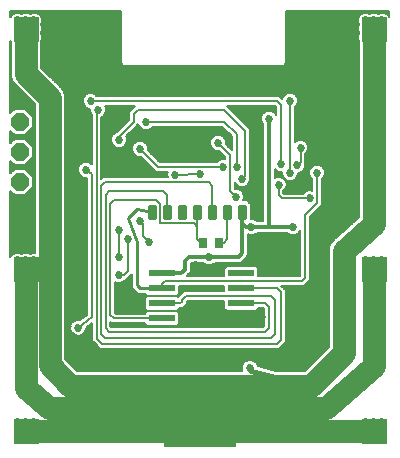
<source format=gbl>
G75*
%MOIN*%
%OFA0B0*%
%FSLAX24Y24*%
%IPPOS*%
%LPD*%
%AMOC8*
5,1,8,0,0,1.08239X$1,22.5*
%
%ADD10R,0.0276X0.0354*%
%ADD11C,0.0173*%
%ADD12R,0.0870X0.0240*%
%ADD13R,0.0600X0.0600*%
%ADD14OC8,0.0600*%
%ADD15R,0.2400X0.2400*%
%ADD16C,0.0060*%
%ADD17C,0.0120*%
%ADD18C,0.0270*%
%ADD19C,0.0100*%
%ADD20C,0.0000*%
%ADD21C,0.0001*%
%ADD22C,0.0750*%
%ADD23C,0.0160*%
D10*
X006964Y007408D03*
X007476Y007408D03*
D11*
X007330Y008286D02*
X007330Y008614D01*
X007330Y008286D02*
X007188Y008286D01*
X007188Y008614D01*
X007330Y008614D01*
X007330Y008458D02*
X007188Y008458D01*
X006830Y008614D02*
X006830Y008286D01*
X006688Y008286D01*
X006688Y008614D01*
X006830Y008614D01*
X006830Y008458D02*
X006688Y008458D01*
X006330Y008614D02*
X006330Y008286D01*
X006188Y008286D01*
X006188Y008614D01*
X006330Y008614D01*
X006330Y008458D02*
X006188Y008458D01*
X005827Y008614D02*
X005827Y008286D01*
X005685Y008286D01*
X005685Y008614D01*
X005827Y008614D01*
X005827Y008458D02*
X005685Y008458D01*
X005327Y008614D02*
X005327Y008286D01*
X005185Y008286D01*
X005185Y008614D01*
X005327Y008614D01*
X005327Y008458D02*
X005185Y008458D01*
X007830Y008614D02*
X007830Y008286D01*
X007688Y008286D01*
X007688Y008614D01*
X007830Y008614D01*
X007830Y008458D02*
X007688Y008458D01*
X008330Y008614D02*
X008330Y008286D01*
X008188Y008286D01*
X008188Y008614D01*
X008330Y008614D01*
X008330Y008458D02*
X008188Y008458D01*
X008830Y008614D02*
X008830Y008286D01*
X008688Y008286D01*
X008688Y008614D01*
X008830Y008614D01*
X008830Y008458D02*
X008688Y008458D01*
D12*
X008227Y006397D03*
X008227Y005897D03*
X008227Y005397D03*
X008227Y004897D03*
X005577Y004897D03*
X005577Y005397D03*
X005577Y005897D03*
X005577Y006397D03*
D13*
X000850Y008450D03*
D14*
X000850Y009450D03*
X000850Y010450D03*
X000850Y011450D03*
D15*
X006860Y001810D03*
D16*
X008263Y003155D02*
X002739Y003155D01*
X002355Y003539D01*
X002355Y012350D01*
X002278Y012536D01*
X001555Y013259D01*
X001555Y014121D01*
X001595Y014217D01*
X001595Y014323D01*
X001559Y014410D01*
X001595Y014497D01*
X001595Y014603D01*
X001559Y014690D01*
X001595Y014777D01*
X001595Y014883D01*
X001555Y014980D01*
X001480Y015055D01*
X001383Y015095D01*
X001277Y015095D01*
X001190Y015059D01*
X001103Y015095D01*
X000997Y015095D01*
X000910Y015059D01*
X000823Y015095D01*
X000717Y015095D01*
X000620Y015055D01*
X000545Y014980D01*
X000530Y014943D01*
X000530Y015140D01*
X004220Y015140D01*
X004220Y013396D01*
X004296Y013320D01*
X001555Y013320D01*
X001555Y013262D02*
X012145Y013262D01*
X012145Y013320D02*
X009654Y013320D01*
X009730Y013396D01*
X009730Y015140D01*
X013162Y015140D01*
X013162Y014962D01*
X013155Y014980D01*
X013080Y015055D01*
X012983Y015095D01*
X012877Y015095D01*
X012790Y015059D01*
X012703Y015095D01*
X012597Y015095D01*
X012510Y015059D01*
X012423Y015095D01*
X012317Y015095D01*
X012220Y015055D01*
X012145Y014980D01*
X012105Y014883D01*
X012105Y014777D01*
X012141Y014690D01*
X012105Y014603D01*
X012105Y014497D01*
X012141Y014410D01*
X012105Y014323D01*
X012105Y014217D01*
X012145Y014121D01*
X012145Y008275D01*
X011377Y007583D01*
X011364Y007578D01*
X011302Y007516D01*
X011238Y007458D01*
X011232Y007446D01*
X011222Y007436D01*
X011189Y007356D01*
X011151Y007277D01*
X011150Y007263D01*
X011145Y007250D01*
X011145Y007163D01*
X011140Y007076D01*
X011145Y007063D01*
X011145Y003959D01*
X010341Y003155D01*
X009396Y003155D01*
X008772Y003311D01*
X008735Y003400D01*
X008660Y003475D01*
X008563Y003515D01*
X008457Y003515D01*
X008360Y003475D01*
X008285Y003400D01*
X008245Y003303D01*
X008245Y003197D01*
X008263Y003155D01*
X008245Y003200D02*
X002695Y003200D01*
X002636Y003258D02*
X008245Y003258D01*
X008251Y003317D02*
X002578Y003317D01*
X002519Y003375D02*
X008275Y003375D01*
X008319Y003434D02*
X002461Y003434D01*
X002402Y003492D02*
X008402Y003492D01*
X008618Y003492D02*
X010678Y003492D01*
X010736Y003551D02*
X002355Y003551D01*
X002355Y003609D02*
X010795Y003609D01*
X010853Y003668D02*
X002355Y003668D01*
X002355Y003726D02*
X010912Y003726D01*
X010970Y003785D02*
X002355Y003785D01*
X002355Y003843D02*
X011029Y003843D01*
X011087Y003902D02*
X009503Y003902D01*
X009491Y003890D02*
X009585Y003984D01*
X009710Y004109D01*
X009710Y005838D01*
X009616Y005932D01*
X009558Y005990D01*
X010316Y005990D01*
X010416Y006090D01*
X010510Y006184D01*
X010510Y008284D01*
X010816Y008590D01*
X010910Y008684D01*
X010910Y009535D01*
X010975Y009600D01*
X011015Y009697D01*
X011015Y009803D01*
X010975Y009900D01*
X010900Y009975D01*
X010803Y010015D01*
X010697Y010015D01*
X010600Y009975D01*
X010525Y009900D01*
X010485Y009803D01*
X010485Y009697D01*
X010525Y009600D01*
X010590Y009535D01*
X010590Y009150D01*
X010553Y009165D01*
X010447Y009165D01*
X010350Y009125D01*
X010285Y009060D01*
X009636Y009060D01*
X009630Y009066D01*
X009630Y009135D01*
X009695Y009200D01*
X009735Y009297D01*
X009735Y009403D01*
X009695Y009500D01*
X009620Y009575D01*
X009523Y009615D01*
X009417Y009615D01*
X009340Y009583D01*
X009340Y009885D01*
X009400Y009825D01*
X009497Y009785D01*
X009585Y009785D01*
X009585Y009697D01*
X009625Y009600D01*
X009700Y009525D01*
X009797Y009485D01*
X009903Y009485D01*
X010000Y009525D01*
X010075Y009600D01*
X010115Y009697D01*
X010115Y009735D01*
X010143Y009735D01*
X010240Y009775D01*
X010315Y009850D01*
X010355Y009947D01*
X010355Y010039D01*
X010360Y010044D01*
X012145Y010044D01*
X012145Y009986D02*
X010874Y009986D01*
X010948Y009927D02*
X012145Y009927D01*
X012145Y009869D02*
X010988Y009869D01*
X011012Y009810D02*
X012145Y009810D01*
X012145Y009752D02*
X011015Y009752D01*
X011013Y009693D02*
X012145Y009693D01*
X012145Y009635D02*
X010989Y009635D01*
X010951Y009576D02*
X012145Y009576D01*
X012145Y009518D02*
X010910Y009518D01*
X010910Y009459D02*
X012145Y009459D01*
X012145Y009401D02*
X010910Y009401D01*
X010910Y009342D02*
X012145Y009342D01*
X012145Y009284D02*
X010910Y009284D01*
X010910Y009225D02*
X012145Y009225D01*
X012145Y009167D02*
X010910Y009167D01*
X010910Y009108D02*
X012145Y009108D01*
X012145Y009050D02*
X010910Y009050D01*
X010910Y008991D02*
X012145Y008991D01*
X012145Y008933D02*
X010910Y008933D01*
X010910Y008874D02*
X012145Y008874D01*
X012145Y008816D02*
X010910Y008816D01*
X010910Y008757D02*
X012145Y008757D01*
X012145Y008699D02*
X010910Y008699D01*
X010866Y008640D02*
X012145Y008640D01*
X012145Y008582D02*
X010808Y008582D01*
X010749Y008523D02*
X012145Y008523D01*
X012145Y008465D02*
X010691Y008465D01*
X010632Y008406D02*
X012145Y008406D01*
X012145Y008348D02*
X010574Y008348D01*
X010515Y008289D02*
X012145Y008289D01*
X012096Y008231D02*
X010510Y008231D01*
X010510Y008172D02*
X012031Y008172D01*
X011966Y008114D02*
X010510Y008114D01*
X010510Y008055D02*
X011901Y008055D01*
X011836Y007997D02*
X010510Y007997D01*
X010510Y007938D02*
X011771Y007938D01*
X011706Y007880D02*
X010510Y007880D01*
X010510Y007821D02*
X011641Y007821D01*
X011576Y007763D02*
X010510Y007763D01*
X010510Y007704D02*
X011511Y007704D01*
X011446Y007646D02*
X010510Y007646D01*
X010510Y007587D02*
X011381Y007587D01*
X011314Y007529D02*
X010510Y007529D01*
X010510Y007470D02*
X011251Y007470D01*
X011212Y007412D02*
X010510Y007412D01*
X010510Y007353D02*
X011187Y007353D01*
X011159Y007295D02*
X010510Y007295D01*
X010510Y007236D02*
X011145Y007236D01*
X011145Y007178D02*
X010510Y007178D01*
X010510Y007119D02*
X011143Y007119D01*
X011145Y007061D02*
X010510Y007061D01*
X010510Y007002D02*
X011145Y007002D01*
X011145Y006944D02*
X010510Y006944D01*
X010510Y006885D02*
X011145Y006885D01*
X011145Y006827D02*
X010510Y006827D01*
X010510Y006768D02*
X011145Y006768D01*
X011145Y006710D02*
X010510Y006710D01*
X010510Y006651D02*
X011145Y006651D01*
X011145Y006593D02*
X010510Y006593D01*
X010510Y006534D02*
X011145Y006534D01*
X011145Y006476D02*
X010510Y006476D01*
X010510Y006417D02*
X011145Y006417D01*
X011145Y006359D02*
X010510Y006359D01*
X010510Y006300D02*
X011145Y006300D01*
X011145Y006242D02*
X010510Y006242D01*
X010509Y006183D02*
X011145Y006183D01*
X011145Y006125D02*
X010451Y006125D01*
X010392Y006066D02*
X011145Y006066D01*
X011145Y006008D02*
X010334Y006008D01*
X010250Y006150D02*
X010350Y006250D01*
X010350Y008350D01*
X010750Y008750D01*
X010750Y009750D01*
X010485Y009752D02*
X010183Y009752D01*
X010113Y009693D02*
X010487Y009693D01*
X010511Y009635D02*
X010089Y009635D01*
X010051Y009576D02*
X010549Y009576D01*
X010590Y009518D02*
X009981Y009518D01*
X009850Y009750D02*
X009850Y012150D01*
X009651Y012326D02*
X003399Y012326D01*
X003415Y012310D02*
X003350Y012375D01*
X003253Y012415D01*
X003147Y012415D01*
X003050Y012375D01*
X002975Y012300D01*
X002935Y012203D01*
X002935Y012097D01*
X002975Y012000D01*
X003050Y011925D01*
X003147Y011885D01*
X003185Y011885D01*
X003185Y011797D01*
X003225Y011700D01*
X003233Y011692D01*
X003227Y011677D01*
X003240Y011644D01*
X003240Y010035D01*
X003200Y010075D01*
X003103Y010115D01*
X002997Y010115D01*
X002900Y010075D01*
X002825Y010000D01*
X002785Y009903D01*
X002785Y009797D01*
X002825Y009700D01*
X002900Y009625D01*
X002997Y009585D01*
X003090Y009585D01*
X003090Y005028D01*
X002860Y004848D01*
X002843Y004855D01*
X002737Y004855D01*
X002640Y004815D01*
X002565Y004740D01*
X002525Y004643D01*
X002525Y004537D01*
X002565Y004440D01*
X002640Y004365D01*
X002737Y004325D01*
X002843Y004325D01*
X002940Y004365D01*
X003015Y004440D01*
X003055Y004537D01*
X003055Y004594D01*
X003240Y004739D01*
X003240Y004159D01*
X003334Y004065D01*
X003509Y003890D01*
X009491Y003890D01*
X009561Y003960D02*
X011145Y003960D01*
X011145Y004019D02*
X009620Y004019D01*
X009678Y004077D02*
X011145Y004077D01*
X011145Y004136D02*
X009710Y004136D01*
X009710Y004194D02*
X011145Y004194D01*
X011145Y004253D02*
X009710Y004253D01*
X009710Y004311D02*
X011145Y004311D01*
X011145Y004370D02*
X009710Y004370D01*
X009710Y004428D02*
X011145Y004428D01*
X011145Y004487D02*
X009710Y004487D01*
X009710Y004545D02*
X011145Y004545D01*
X011145Y004604D02*
X009710Y004604D01*
X009710Y004662D02*
X011145Y004662D01*
X011145Y004721D02*
X009710Y004721D01*
X009710Y004779D02*
X011145Y004779D01*
X011145Y004838D02*
X009710Y004838D01*
X009710Y004896D02*
X011145Y004896D01*
X011145Y004955D02*
X009710Y004955D01*
X009710Y005013D02*
X011145Y005013D01*
X011145Y005072D02*
X009710Y005072D01*
X009710Y005130D02*
X011145Y005130D01*
X011145Y005189D02*
X009710Y005189D01*
X009710Y005247D02*
X011145Y005247D01*
X011145Y005306D02*
X009710Y005306D01*
X009710Y005364D02*
X011145Y005364D01*
X011145Y005423D02*
X009710Y005423D01*
X009710Y005481D02*
X011145Y005481D01*
X011145Y005540D02*
X009710Y005540D01*
X009710Y005598D02*
X011145Y005598D01*
X011145Y005657D02*
X009710Y005657D01*
X009710Y005715D02*
X011145Y005715D01*
X011145Y005774D02*
X009710Y005774D01*
X009710Y005832D02*
X011145Y005832D01*
X011145Y005891D02*
X009658Y005891D01*
X009599Y005949D02*
X011145Y005949D01*
X010250Y006150D02*
X005677Y006150D01*
X005577Y006050D01*
X005577Y005897D01*
X005577Y005397D02*
X006197Y005397D01*
X006250Y005450D01*
X006250Y005525D01*
X006375Y005650D01*
X009225Y005650D01*
X009350Y005525D01*
X009350Y004375D01*
X009225Y004250D01*
X003675Y004250D01*
X003550Y004375D01*
X003550Y009325D01*
X003675Y009450D01*
X007134Y009450D01*
X007259Y009325D01*
X007259Y008450D01*
X006759Y008450D02*
X006759Y007950D01*
X006639Y008070D01*
X005510Y008070D01*
X005510Y008725D01*
X005385Y008850D01*
X003975Y008850D01*
X003850Y008725D01*
X003850Y005022D01*
X003975Y004897D01*
X005577Y004897D01*
X006066Y005147D02*
X005088Y005147D01*
X005012Y005071D01*
X005012Y005057D01*
X004041Y005057D01*
X004010Y005088D01*
X004010Y006117D01*
X004087Y006085D01*
X004193Y006085D01*
X004290Y006125D01*
X004355Y006190D01*
X004391Y006190D01*
X004516Y006315D01*
X004570Y006369D01*
X004570Y005922D01*
X004675Y005817D01*
X004775Y005717D01*
X005018Y005717D01*
X005088Y005647D01*
X006066Y005647D01*
X006142Y005723D01*
X006142Y005990D01*
X007662Y005990D01*
X007662Y005810D01*
X006309Y005810D01*
X006215Y005716D01*
X006106Y005607D01*
X006066Y005647D01*
X005088Y005647D01*
X005012Y005571D01*
X005012Y005223D01*
X005088Y005147D01*
X006066Y005147D01*
X006142Y005223D01*
X006142Y005237D01*
X006263Y005237D01*
X006316Y005290D01*
X006410Y005384D01*
X006410Y005459D01*
X006441Y005490D01*
X007662Y005490D01*
X007662Y005223D01*
X007738Y005147D01*
X008716Y005147D01*
X008792Y005223D01*
X008792Y005237D01*
X008959Y005237D01*
X008990Y005206D01*
X008990Y004641D01*
X008959Y004610D01*
X003891Y004610D01*
X003860Y004641D01*
X003860Y004786D01*
X003909Y004737D01*
X005012Y004737D01*
X005012Y004723D01*
X005088Y004647D01*
X006066Y004647D01*
X006142Y004723D01*
X006142Y005071D01*
X006066Y005147D01*
X006083Y005130D02*
X008990Y005130D01*
X008990Y005072D02*
X006141Y005072D01*
X006142Y005013D02*
X008990Y005013D01*
X008990Y004955D02*
X006142Y004955D01*
X006142Y004896D02*
X008990Y004896D01*
X008990Y004838D02*
X006142Y004838D01*
X006142Y004779D02*
X008990Y004779D01*
X008990Y004721D02*
X006140Y004721D01*
X006081Y004662D02*
X008990Y004662D01*
X009150Y004575D02*
X009025Y004450D01*
X003825Y004450D01*
X003700Y004575D01*
X003700Y009025D01*
X003825Y009150D01*
X005631Y009150D01*
X005756Y009025D01*
X005756Y008450D01*
X004950Y008050D02*
X004950Y007650D01*
X005150Y007450D01*
X004950Y008050D02*
X004850Y008150D01*
X004450Y007550D02*
X004450Y006475D01*
X004325Y006350D01*
X004140Y006350D01*
X004288Y006125D02*
X004570Y006125D01*
X004570Y006183D02*
X004348Y006183D01*
X004443Y006242D02*
X004570Y006242D01*
X004570Y006300D02*
X004501Y006300D01*
X004560Y006359D02*
X004570Y006359D01*
X004570Y006066D02*
X004010Y006066D01*
X004010Y006008D02*
X004570Y006008D01*
X004570Y005949D02*
X004010Y005949D01*
X004010Y005891D02*
X004602Y005891D01*
X004660Y005832D02*
X004010Y005832D01*
X004010Y005774D02*
X004719Y005774D01*
X005020Y005715D02*
X004010Y005715D01*
X004010Y005657D02*
X005079Y005657D01*
X005040Y005598D02*
X004010Y005598D01*
X004010Y005540D02*
X005012Y005540D01*
X005012Y005481D02*
X004010Y005481D01*
X004010Y005423D02*
X005012Y005423D01*
X005012Y005364D02*
X004010Y005364D01*
X004010Y005306D02*
X005012Y005306D01*
X005012Y005247D02*
X004010Y005247D01*
X004010Y005189D02*
X005047Y005189D01*
X005072Y005130D02*
X004010Y005130D01*
X004027Y005072D02*
X005013Y005072D01*
X005015Y004721D02*
X003860Y004721D01*
X003860Y004779D02*
X003867Y004779D01*
X003860Y004662D02*
X005073Y004662D01*
X006108Y005189D02*
X007697Y005189D01*
X007662Y005247D02*
X006273Y005247D01*
X006332Y005306D02*
X007662Y005306D01*
X007662Y005364D02*
X006390Y005364D01*
X006410Y005423D02*
X007662Y005423D01*
X007662Y005481D02*
X006432Y005481D01*
X006272Y005774D02*
X006142Y005774D01*
X006142Y005832D02*
X007662Y005832D01*
X007662Y005891D02*
X006142Y005891D01*
X006142Y005949D02*
X007662Y005949D01*
X007662Y006310D02*
X006407Y006310D01*
X006429Y006332D01*
X006540Y006443D01*
X006540Y006746D01*
X006554Y006760D01*
X006965Y006760D01*
X007000Y006725D01*
X007097Y006685D01*
X007203Y006685D01*
X007300Y006725D01*
X007335Y006760D01*
X008213Y006760D01*
X008338Y006885D01*
X008449Y006996D01*
X008449Y007705D01*
X008497Y007685D01*
X008603Y007685D01*
X008700Y007725D01*
X008735Y007760D01*
X009765Y007760D01*
X009800Y007725D01*
X009897Y007685D01*
X010003Y007685D01*
X010100Y007725D01*
X010175Y007800D01*
X010190Y007837D01*
X010190Y006316D01*
X010184Y006310D01*
X008792Y006310D01*
X008792Y006571D01*
X008716Y006647D01*
X007738Y006647D01*
X007662Y006571D01*
X007662Y006310D01*
X007662Y006359D02*
X006455Y006359D01*
X006514Y006417D02*
X007662Y006417D01*
X007662Y006476D02*
X006540Y006476D01*
X006540Y006534D02*
X007662Y006534D01*
X007684Y006593D02*
X006540Y006593D01*
X006540Y006651D02*
X010190Y006651D01*
X010190Y006593D02*
X008770Y006593D01*
X008792Y006534D02*
X010190Y006534D01*
X010190Y006476D02*
X008792Y006476D01*
X008792Y006417D02*
X010190Y006417D01*
X010190Y006359D02*
X008792Y006359D01*
X008338Y006885D02*
X010190Y006885D01*
X010190Y006827D02*
X008280Y006827D01*
X008221Y006768D02*
X010190Y006768D01*
X010190Y006710D02*
X007262Y006710D01*
X007038Y006710D02*
X006540Y006710D01*
X006884Y007408D02*
X006759Y007533D01*
X006759Y007950D01*
X006884Y007408D02*
X006964Y007408D01*
X007476Y007408D02*
X007634Y007408D01*
X007759Y007533D01*
X007759Y008450D01*
X008259Y008450D02*
X008259Y008200D01*
X008547Y008215D02*
X008547Y008703D01*
X008420Y008830D01*
X008287Y008830D01*
X008315Y008897D01*
X008315Y009003D01*
X008275Y009100D01*
X008200Y009175D01*
X008103Y009215D01*
X008011Y009215D01*
X008010Y009216D01*
X008010Y009437D01*
X008025Y009400D01*
X008100Y009325D01*
X008197Y009285D01*
X008303Y009285D01*
X008400Y009325D01*
X008475Y009400D01*
X008515Y009497D01*
X008515Y009603D01*
X008510Y009615D01*
X008510Y011216D01*
X008416Y011310D01*
X007736Y011990D01*
X009359Y011990D01*
X009390Y011959D01*
X009390Y011663D01*
X009375Y011700D01*
X009300Y011775D01*
X009203Y011815D01*
X009097Y011815D01*
X009000Y011775D01*
X008925Y011700D01*
X008885Y011603D01*
X008885Y011497D01*
X008925Y011400D01*
X008960Y011365D01*
X008960Y008140D01*
X008735Y008140D01*
X008700Y008175D01*
X008603Y008215D01*
X008547Y008215D01*
X008547Y008231D02*
X008960Y008231D01*
X008960Y008289D02*
X008547Y008289D01*
X008547Y008348D02*
X008960Y008348D01*
X008960Y008406D02*
X008547Y008406D01*
X008547Y008465D02*
X008960Y008465D01*
X008960Y008523D02*
X008547Y008523D01*
X008547Y008582D02*
X008960Y008582D01*
X008960Y008640D02*
X008547Y008640D01*
X008547Y008699D02*
X008960Y008699D01*
X008960Y008757D02*
X008493Y008757D01*
X008435Y008816D02*
X008960Y008816D01*
X008960Y008874D02*
X008305Y008874D01*
X008315Y008933D02*
X008960Y008933D01*
X008960Y008991D02*
X008315Y008991D01*
X008296Y009050D02*
X008960Y009050D01*
X008960Y009108D02*
X008267Y009108D01*
X008208Y009167D02*
X008960Y009167D01*
X008960Y009225D02*
X008010Y009225D01*
X008010Y009284D02*
X008960Y009284D01*
X008960Y009342D02*
X008417Y009342D01*
X008475Y009401D02*
X008960Y009401D01*
X008960Y009459D02*
X008499Y009459D01*
X008515Y009518D02*
X008960Y009518D01*
X008960Y009576D02*
X008515Y009576D01*
X008510Y009635D02*
X008960Y009635D01*
X008960Y009693D02*
X008510Y009693D01*
X008510Y009752D02*
X008960Y009752D01*
X008960Y009810D02*
X008510Y009810D01*
X008510Y009869D02*
X008960Y009869D01*
X008960Y009927D02*
X008510Y009927D01*
X008510Y009986D02*
X008960Y009986D01*
X008960Y010044D02*
X008510Y010044D01*
X008510Y010103D02*
X008960Y010103D01*
X008960Y010161D02*
X008510Y010161D01*
X008510Y010220D02*
X008960Y010220D01*
X008960Y010278D02*
X008510Y010278D01*
X008510Y010337D02*
X008960Y010337D01*
X008960Y010395D02*
X008510Y010395D01*
X008510Y010454D02*
X008960Y010454D01*
X008960Y010512D02*
X008510Y010512D01*
X008510Y010571D02*
X008960Y010571D01*
X008960Y010629D02*
X008510Y010629D01*
X008510Y010688D02*
X008960Y010688D01*
X008960Y010746D02*
X008510Y010746D01*
X008510Y010805D02*
X008960Y010805D01*
X008960Y010863D02*
X008510Y010863D01*
X008510Y010922D02*
X008960Y010922D01*
X008960Y010980D02*
X008510Y010980D01*
X008510Y011039D02*
X008960Y011039D01*
X008960Y011097D02*
X008510Y011097D01*
X008510Y011156D02*
X008960Y011156D01*
X008960Y011214D02*
X008510Y011214D01*
X008454Y011273D02*
X008960Y011273D01*
X008960Y011331D02*
X008395Y011331D01*
X008337Y011390D02*
X008936Y011390D01*
X008905Y011448D02*
X008278Y011448D01*
X008220Y011507D02*
X008885Y011507D01*
X008885Y011565D02*
X008161Y011565D01*
X008103Y011624D02*
X008894Y011624D01*
X008918Y011682D02*
X008044Y011682D01*
X007986Y011741D02*
X008966Y011741D01*
X009059Y011799D02*
X007927Y011799D01*
X007869Y011858D02*
X009390Y011858D01*
X009390Y011916D02*
X007810Y011916D01*
X007752Y011975D02*
X009374Y011975D01*
X009390Y011799D02*
X009241Y011799D01*
X009334Y011741D02*
X009390Y011741D01*
X009382Y011682D02*
X009390Y011682D01*
X009550Y012025D02*
X009550Y010050D01*
X009437Y009810D02*
X009340Y009810D01*
X009340Y009752D02*
X009585Y009752D01*
X009587Y009693D02*
X009340Y009693D01*
X009340Y009635D02*
X009611Y009635D01*
X009617Y009576D02*
X009649Y009576D01*
X009677Y009518D02*
X009719Y009518D01*
X009712Y009459D02*
X010590Y009459D01*
X010590Y009401D02*
X009735Y009401D01*
X009735Y009342D02*
X010590Y009342D01*
X010590Y009284D02*
X009729Y009284D01*
X009705Y009225D02*
X010590Y009225D01*
X010590Y009167D02*
X009661Y009167D01*
X009630Y009108D02*
X010333Y009108D01*
X010500Y008900D02*
X009570Y008900D01*
X009470Y009000D01*
X009470Y009350D01*
X009357Y009869D02*
X009340Y009869D01*
X010090Y010000D02*
X010200Y010110D01*
X010200Y010590D01*
X010446Y010688D02*
X012145Y010688D01*
X012145Y010746D02*
X010419Y010746D01*
X010425Y010740D02*
X010350Y010815D01*
X010253Y010855D01*
X010147Y010855D01*
X010050Y010815D01*
X010010Y010775D01*
X010010Y011935D01*
X010075Y012000D01*
X010115Y012097D01*
X010115Y012203D01*
X010075Y012300D01*
X010000Y012375D01*
X009903Y012415D01*
X009797Y012415D01*
X009700Y012375D01*
X009625Y012300D01*
X009589Y012212D01*
X009491Y012310D01*
X003415Y012310D01*
X003327Y012384D02*
X009723Y012384D01*
X009612Y012267D02*
X009534Y012267D01*
X009425Y012150D02*
X009550Y012025D01*
X009425Y012150D02*
X003200Y012150D01*
X003001Y012326D02*
X002355Y012326D01*
X002355Y012267D02*
X002962Y012267D01*
X002937Y012209D02*
X002355Y012209D01*
X002355Y012150D02*
X002935Y012150D01*
X002937Y012092D02*
X002355Y012092D01*
X002355Y012033D02*
X002962Y012033D01*
X003001Y011975D02*
X002355Y011975D01*
X002355Y011916D02*
X003072Y011916D01*
X003185Y011858D02*
X002355Y011858D01*
X002355Y011799D02*
X003185Y011799D01*
X003209Y011741D02*
X002355Y011741D01*
X002355Y011682D02*
X003229Y011682D01*
X003240Y011624D02*
X002355Y011624D01*
X002355Y011565D02*
X003240Y011565D01*
X003240Y011507D02*
X002355Y011507D01*
X002355Y011448D02*
X003240Y011448D01*
X003240Y011390D02*
X002355Y011390D01*
X002355Y011331D02*
X003240Y011331D01*
X003240Y011273D02*
X002355Y011273D01*
X002355Y011214D02*
X003240Y011214D01*
X003240Y011156D02*
X002355Y011156D01*
X002355Y011097D02*
X003240Y011097D01*
X003240Y011039D02*
X002355Y011039D01*
X002355Y010980D02*
X003240Y010980D01*
X003240Y010922D02*
X002355Y010922D01*
X002355Y010863D02*
X003240Y010863D01*
X003240Y010805D02*
X002355Y010805D01*
X002355Y010746D02*
X003240Y010746D01*
X003240Y010688D02*
X002355Y010688D01*
X002355Y010629D02*
X003240Y010629D01*
X003240Y010571D02*
X002355Y010571D01*
X002355Y010512D02*
X003240Y010512D01*
X003240Y010454D02*
X002355Y010454D01*
X002355Y010395D02*
X003240Y010395D01*
X003240Y010337D02*
X002355Y010337D01*
X002355Y010278D02*
X003240Y010278D01*
X003240Y010220D02*
X002355Y010220D01*
X002355Y010161D02*
X003240Y010161D01*
X003240Y010103D02*
X003133Y010103D01*
X003231Y010044D02*
X003240Y010044D01*
X003050Y009850D02*
X003250Y009700D01*
X003250Y004950D01*
X002790Y004590D01*
X002604Y004779D02*
X002355Y004779D01*
X002355Y004721D02*
X002557Y004721D01*
X002533Y004662D02*
X002355Y004662D01*
X002355Y004604D02*
X002525Y004604D01*
X002525Y004545D02*
X002355Y004545D01*
X002355Y004487D02*
X002546Y004487D01*
X002577Y004428D02*
X002355Y004428D01*
X002355Y004370D02*
X002636Y004370D01*
X002355Y004311D02*
X003240Y004311D01*
X003240Y004253D02*
X002355Y004253D01*
X002355Y004194D02*
X003240Y004194D01*
X003263Y004136D02*
X002355Y004136D01*
X002355Y004077D02*
X003322Y004077D01*
X003380Y004019D02*
X002355Y004019D01*
X002355Y003960D02*
X003439Y003960D01*
X003497Y003902D02*
X002355Y003902D01*
X002944Y004370D02*
X003240Y004370D01*
X003240Y004428D02*
X003003Y004428D01*
X003034Y004487D02*
X003240Y004487D01*
X003240Y004545D02*
X003055Y004545D01*
X003067Y004604D02*
X003240Y004604D01*
X003240Y004662D02*
X003142Y004662D01*
X003216Y004721D02*
X003240Y004721D01*
X002996Y004955D02*
X002355Y004955D01*
X002355Y005013D02*
X003071Y005013D01*
X003090Y005072D02*
X002355Y005072D01*
X002355Y005130D02*
X003090Y005130D01*
X003090Y005189D02*
X002355Y005189D01*
X002355Y005247D02*
X003090Y005247D01*
X003090Y005306D02*
X002355Y005306D01*
X002355Y005364D02*
X003090Y005364D01*
X003090Y005423D02*
X002355Y005423D01*
X002355Y005481D02*
X003090Y005481D01*
X003090Y005540D02*
X002355Y005540D01*
X002355Y005598D02*
X003090Y005598D01*
X003090Y005657D02*
X002355Y005657D01*
X002355Y005715D02*
X003090Y005715D01*
X003090Y005774D02*
X002355Y005774D01*
X002355Y005832D02*
X003090Y005832D01*
X003090Y005891D02*
X002355Y005891D01*
X002355Y005949D02*
X003090Y005949D01*
X003090Y006008D02*
X002355Y006008D01*
X002355Y006066D02*
X003090Y006066D01*
X003090Y006125D02*
X002355Y006125D01*
X002355Y006183D02*
X003090Y006183D01*
X003090Y006242D02*
X002355Y006242D01*
X002355Y006300D02*
X003090Y006300D01*
X003090Y006359D02*
X002355Y006359D01*
X002355Y006417D02*
X003090Y006417D01*
X003090Y006476D02*
X002355Y006476D01*
X002355Y006534D02*
X003090Y006534D01*
X003090Y006593D02*
X002355Y006593D01*
X002355Y006651D02*
X003090Y006651D01*
X003090Y006710D02*
X002355Y006710D01*
X002355Y006768D02*
X003090Y006768D01*
X003090Y006827D02*
X002355Y006827D01*
X002355Y006885D02*
X003090Y006885D01*
X003090Y006944D02*
X002355Y006944D01*
X002355Y007002D02*
X003090Y007002D01*
X003090Y007061D02*
X002355Y007061D01*
X002355Y007119D02*
X003090Y007119D01*
X003090Y007178D02*
X002355Y007178D01*
X002355Y007236D02*
X003090Y007236D01*
X003090Y007295D02*
X002355Y007295D01*
X002355Y007353D02*
X003090Y007353D01*
X003090Y007412D02*
X002355Y007412D01*
X002355Y007470D02*
X003090Y007470D01*
X003090Y007529D02*
X002355Y007529D01*
X002355Y007587D02*
X003090Y007587D01*
X003090Y007646D02*
X002355Y007646D01*
X002355Y007704D02*
X003090Y007704D01*
X003090Y007763D02*
X002355Y007763D01*
X002355Y007821D02*
X003090Y007821D01*
X003090Y007880D02*
X002355Y007880D01*
X002355Y007938D02*
X003090Y007938D01*
X003090Y007997D02*
X002355Y007997D01*
X002355Y008055D02*
X003090Y008055D01*
X003090Y008114D02*
X002355Y008114D01*
X002355Y008172D02*
X003090Y008172D01*
X003090Y008231D02*
X002355Y008231D01*
X002355Y008289D02*
X003090Y008289D01*
X003090Y008348D02*
X002355Y008348D01*
X002355Y008406D02*
X003090Y008406D01*
X003090Y008465D02*
X002355Y008465D01*
X002355Y008523D02*
X003090Y008523D01*
X003090Y008582D02*
X002355Y008582D01*
X002355Y008640D02*
X003090Y008640D01*
X003090Y008699D02*
X002355Y008699D01*
X002355Y008757D02*
X003090Y008757D01*
X003090Y008816D02*
X002355Y008816D01*
X002355Y008874D02*
X003090Y008874D01*
X003090Y008933D02*
X002355Y008933D01*
X002355Y008991D02*
X003090Y008991D01*
X003090Y009050D02*
X002355Y009050D01*
X002355Y009108D02*
X003090Y009108D01*
X003090Y009167D02*
X002355Y009167D01*
X002355Y009225D02*
X003090Y009225D01*
X003090Y009284D02*
X002355Y009284D01*
X002355Y009342D02*
X003090Y009342D01*
X003090Y009401D02*
X002355Y009401D01*
X002355Y009459D02*
X003090Y009459D01*
X003090Y009518D02*
X002355Y009518D01*
X002355Y009576D02*
X003090Y009576D01*
X002891Y009635D02*
X002355Y009635D01*
X002355Y009693D02*
X002832Y009693D01*
X002804Y009752D02*
X002355Y009752D01*
X002355Y009810D02*
X002785Y009810D01*
X002785Y009869D02*
X002355Y009869D01*
X002355Y009927D02*
X002795Y009927D01*
X002819Y009986D02*
X002355Y009986D01*
X002355Y010044D02*
X002869Y010044D01*
X002967Y010103D02*
X002355Y010103D01*
X001345Y010103D02*
X001111Y010103D01*
X001169Y010161D02*
X001345Y010161D01*
X001345Y010220D02*
X001228Y010220D01*
X001280Y010272D02*
X001280Y010628D01*
X001028Y010880D01*
X000672Y010880D01*
X000530Y010738D01*
X000530Y011162D01*
X000672Y011020D01*
X001028Y011020D01*
X001280Y011272D01*
X001280Y011628D01*
X001028Y011880D01*
X000672Y011880D01*
X000530Y011738D01*
X000530Y014157D01*
X000545Y014121D01*
X000545Y012950D01*
X000622Y012764D01*
X001345Y012041D01*
X001345Y007095D01*
X001277Y007095D01*
X001190Y007059D01*
X001103Y007095D01*
X000997Y007095D01*
X000910Y007059D01*
X000823Y007095D01*
X000717Y007095D01*
X000620Y007055D01*
X000545Y006980D01*
X000530Y006943D01*
X000530Y009162D01*
X000672Y009020D01*
X001028Y009020D01*
X001280Y009272D01*
X001280Y009628D01*
X001028Y009880D01*
X000672Y009880D01*
X000530Y009738D01*
X000530Y010162D01*
X000672Y010020D01*
X001028Y010020D01*
X001280Y010272D01*
X001280Y010278D02*
X001345Y010278D01*
X001345Y010337D02*
X001280Y010337D01*
X001280Y010395D02*
X001345Y010395D01*
X001345Y010454D02*
X001280Y010454D01*
X001280Y010512D02*
X001345Y010512D01*
X001345Y010571D02*
X001280Y010571D01*
X001279Y010629D02*
X001345Y010629D01*
X001345Y010688D02*
X001221Y010688D01*
X001162Y010746D02*
X001345Y010746D01*
X001345Y010805D02*
X001104Y010805D01*
X001045Y010863D02*
X001345Y010863D01*
X001345Y010922D02*
X000530Y010922D01*
X000530Y010980D02*
X001345Y010980D01*
X001345Y011039D02*
X001047Y011039D01*
X001105Y011097D02*
X001345Y011097D01*
X001345Y011156D02*
X001164Y011156D01*
X001222Y011214D02*
X001345Y011214D01*
X001345Y011273D02*
X001280Y011273D01*
X001280Y011331D02*
X001345Y011331D01*
X001345Y011390D02*
X001280Y011390D01*
X001280Y011448D02*
X001345Y011448D01*
X001345Y011507D02*
X001280Y011507D01*
X001280Y011565D02*
X001345Y011565D01*
X001345Y011624D02*
X001280Y011624D01*
X001226Y011682D02*
X001345Y011682D01*
X001345Y011741D02*
X001168Y011741D01*
X001109Y011799D02*
X001345Y011799D01*
X001345Y011858D02*
X001051Y011858D01*
X001345Y011916D02*
X000530Y011916D01*
X000530Y011858D02*
X000649Y011858D01*
X000591Y011799D02*
X000530Y011799D01*
X000530Y011741D02*
X000532Y011741D01*
X000530Y011975D02*
X001345Y011975D01*
X001345Y012033D02*
X000530Y012033D01*
X000530Y012092D02*
X001294Y012092D01*
X001236Y012150D02*
X000530Y012150D01*
X000530Y012209D02*
X001177Y012209D01*
X001119Y012267D02*
X000530Y012267D01*
X000530Y012326D02*
X001060Y012326D01*
X001002Y012384D02*
X000530Y012384D01*
X000530Y012443D02*
X000943Y012443D01*
X000885Y012501D02*
X000530Y012501D01*
X000530Y012560D02*
X000826Y012560D01*
X000768Y012618D02*
X000530Y012618D01*
X000530Y012677D02*
X000709Y012677D01*
X000651Y012735D02*
X000530Y012735D01*
X000530Y012794D02*
X000610Y012794D01*
X000585Y012852D02*
X000530Y012852D01*
X000530Y012911D02*
X000561Y012911D01*
X000545Y012969D02*
X000530Y012969D01*
X000530Y013028D02*
X000545Y013028D01*
X000545Y013086D02*
X000530Y013086D01*
X000530Y013145D02*
X000545Y013145D01*
X000545Y013203D02*
X000530Y013203D01*
X000530Y013262D02*
X000545Y013262D01*
X000545Y013320D02*
X000530Y013320D01*
X000530Y013379D02*
X000545Y013379D01*
X000545Y013437D02*
X000530Y013437D01*
X000530Y013496D02*
X000545Y013496D01*
X000545Y013554D02*
X000530Y013554D01*
X000530Y013613D02*
X000545Y013613D01*
X000545Y013671D02*
X000530Y013671D01*
X000530Y013730D02*
X000545Y013730D01*
X000545Y013788D02*
X000530Y013788D01*
X000530Y013847D02*
X000545Y013847D01*
X000545Y013905D02*
X000530Y013905D01*
X000530Y013964D02*
X000545Y013964D01*
X000545Y014022D02*
X000530Y014022D01*
X000530Y014081D02*
X000545Y014081D01*
X000537Y014139D02*
X000530Y014139D01*
X000530Y014958D02*
X000536Y014958D01*
X000530Y015017D02*
X000582Y015017D01*
X000530Y015075D02*
X000669Y015075D01*
X000530Y015134D02*
X004220Y015134D01*
X004220Y015075D02*
X001431Y015075D01*
X001518Y015017D02*
X004220Y015017D01*
X004220Y014958D02*
X001564Y014958D01*
X001588Y014900D02*
X004220Y014900D01*
X004220Y014841D02*
X001595Y014841D01*
X001595Y014783D02*
X004220Y014783D01*
X004220Y014724D02*
X001573Y014724D01*
X001569Y014666D02*
X004220Y014666D01*
X004220Y014607D02*
X001593Y014607D01*
X001595Y014549D02*
X004220Y014549D01*
X004220Y014490D02*
X001592Y014490D01*
X001568Y014432D02*
X004220Y014432D01*
X004220Y014373D02*
X001574Y014373D01*
X001595Y014315D02*
X004220Y014315D01*
X004220Y014256D02*
X001595Y014256D01*
X001587Y014198D02*
X004220Y014198D01*
X004220Y014139D02*
X001563Y014139D01*
X001555Y014081D02*
X004220Y014081D01*
X004220Y014022D02*
X001555Y014022D01*
X001555Y013964D02*
X004220Y013964D01*
X004220Y013905D02*
X001555Y013905D01*
X001555Y013847D02*
X004220Y013847D01*
X004220Y013788D02*
X001555Y013788D01*
X001555Y013730D02*
X004220Y013730D01*
X004220Y013671D02*
X001555Y013671D01*
X001555Y013613D02*
X004220Y013613D01*
X004220Y013554D02*
X001555Y013554D01*
X001555Y013496D02*
X004220Y013496D01*
X004220Y013437D02*
X001555Y013437D01*
X001555Y013379D02*
X004238Y013379D01*
X004296Y013320D02*
X009654Y013320D01*
X009712Y013379D02*
X012145Y013379D01*
X012145Y013437D02*
X009730Y013437D01*
X009730Y013496D02*
X012145Y013496D01*
X012145Y013554D02*
X009730Y013554D01*
X009730Y013613D02*
X012145Y013613D01*
X012145Y013671D02*
X009730Y013671D01*
X009730Y013730D02*
X012145Y013730D01*
X012145Y013788D02*
X009730Y013788D01*
X009730Y013847D02*
X012145Y013847D01*
X012145Y013905D02*
X009730Y013905D01*
X009730Y013964D02*
X012145Y013964D01*
X012145Y014022D02*
X009730Y014022D01*
X009730Y014081D02*
X012145Y014081D01*
X012137Y014139D02*
X009730Y014139D01*
X009730Y014198D02*
X012113Y014198D01*
X012105Y014256D02*
X009730Y014256D01*
X009730Y014315D02*
X012105Y014315D01*
X012126Y014373D02*
X009730Y014373D01*
X009730Y014432D02*
X012132Y014432D01*
X012108Y014490D02*
X009730Y014490D01*
X009730Y014549D02*
X012105Y014549D01*
X012107Y014607D02*
X009730Y014607D01*
X009730Y014666D02*
X012131Y014666D01*
X012127Y014724D02*
X009730Y014724D01*
X009730Y014783D02*
X012105Y014783D01*
X012105Y014841D02*
X009730Y014841D01*
X009730Y014900D02*
X012112Y014900D01*
X012136Y014958D02*
X009730Y014958D01*
X009730Y015017D02*
X012182Y015017D01*
X012269Y015075D02*
X009730Y015075D01*
X009730Y015134D02*
X013162Y015134D01*
X013162Y015075D02*
X013031Y015075D01*
X013118Y015017D02*
X013162Y015017D01*
X012829Y015075D02*
X012751Y015075D01*
X012549Y015075D02*
X012471Y015075D01*
X012145Y013203D02*
X001611Y013203D01*
X001670Y013145D02*
X012145Y013145D01*
X012145Y013086D02*
X001728Y013086D01*
X001787Y013028D02*
X012145Y013028D01*
X012145Y012969D02*
X001845Y012969D01*
X001904Y012911D02*
X012145Y012911D01*
X012145Y012852D02*
X001962Y012852D01*
X002021Y012794D02*
X012145Y012794D01*
X012145Y012735D02*
X002079Y012735D01*
X002138Y012677D02*
X012145Y012677D01*
X012145Y012618D02*
X002196Y012618D01*
X002255Y012560D02*
X012145Y012560D01*
X012145Y012501D02*
X002293Y012501D01*
X002317Y012443D02*
X012145Y012443D01*
X012145Y012384D02*
X009977Y012384D01*
X010049Y012326D02*
X012145Y012326D01*
X012145Y012267D02*
X010088Y012267D01*
X010113Y012209D02*
X012145Y012209D01*
X012145Y012150D02*
X010115Y012150D01*
X010113Y012092D02*
X012145Y012092D01*
X012145Y012033D02*
X010088Y012033D01*
X010049Y011975D02*
X012145Y011975D01*
X012145Y011916D02*
X010010Y011916D01*
X010010Y011858D02*
X012145Y011858D01*
X012145Y011799D02*
X010010Y011799D01*
X010010Y011741D02*
X012145Y011741D01*
X012145Y011682D02*
X010010Y011682D01*
X010010Y011624D02*
X012145Y011624D01*
X012145Y011565D02*
X010010Y011565D01*
X010010Y011507D02*
X012145Y011507D01*
X012145Y011448D02*
X010010Y011448D01*
X010010Y011390D02*
X012145Y011390D01*
X012145Y011331D02*
X010010Y011331D01*
X010010Y011273D02*
X012145Y011273D01*
X012145Y011214D02*
X010010Y011214D01*
X010010Y011156D02*
X012145Y011156D01*
X012145Y011097D02*
X010010Y011097D01*
X010010Y011039D02*
X012145Y011039D01*
X012145Y010980D02*
X010010Y010980D01*
X010010Y010922D02*
X012145Y010922D01*
X012145Y010863D02*
X010010Y010863D01*
X010010Y010805D02*
X010040Y010805D01*
X010360Y010805D02*
X012145Y010805D01*
X012145Y010629D02*
X010465Y010629D01*
X010465Y010643D02*
X010425Y010740D01*
X010465Y010643D02*
X010465Y010537D01*
X010425Y010440D01*
X010360Y010375D01*
X010360Y010044D01*
X010360Y010103D02*
X012145Y010103D01*
X012145Y010161D02*
X010360Y010161D01*
X010360Y010220D02*
X012145Y010220D01*
X012145Y010278D02*
X010360Y010278D01*
X010360Y010337D02*
X012145Y010337D01*
X012145Y010395D02*
X010380Y010395D01*
X010430Y010454D02*
X012145Y010454D01*
X012145Y010512D02*
X010455Y010512D01*
X010465Y010571D02*
X012145Y010571D01*
X010626Y009986D02*
X010355Y009986D01*
X010347Y009927D02*
X010552Y009927D01*
X010512Y009869D02*
X010322Y009869D01*
X010275Y009810D02*
X010488Y009810D01*
X008960Y008172D02*
X008703Y008172D01*
X008649Y007704D02*
X009851Y007704D01*
X010049Y007704D02*
X010190Y007704D01*
X010190Y007646D02*
X008449Y007646D01*
X008449Y007704D02*
X008451Y007704D01*
X008449Y007587D02*
X010190Y007587D01*
X010190Y007529D02*
X008449Y007529D01*
X008449Y007470D02*
X010190Y007470D01*
X010190Y007412D02*
X008449Y007412D01*
X008449Y007353D02*
X010190Y007353D01*
X010190Y007295D02*
X008449Y007295D01*
X008449Y007236D02*
X010190Y007236D01*
X010190Y007178D02*
X008449Y007178D01*
X008449Y007119D02*
X010190Y007119D01*
X010190Y007061D02*
X008449Y007061D01*
X008449Y007002D02*
X010190Y007002D01*
X010190Y006944D02*
X008397Y006944D01*
X008227Y005897D02*
X009425Y005897D01*
X009550Y005772D01*
X009550Y004175D01*
X009425Y004050D01*
X003575Y004050D01*
X003400Y004225D01*
X003400Y011675D01*
X003475Y011850D01*
X003450Y011850D01*
X003560Y011609D02*
X003600Y011625D01*
X003675Y011700D01*
X003715Y011797D01*
X003715Y011903D01*
X003679Y011990D01*
X004689Y011990D01*
X004615Y011916D01*
X003709Y011916D01*
X003715Y011858D02*
X004556Y011858D01*
X004498Y011799D02*
X003715Y011799D01*
X003691Y011741D02*
X004490Y011741D01*
X004490Y011791D02*
X004490Y011659D01*
X004490Y011516D01*
X004083Y011109D01*
X004000Y011075D01*
X003925Y011000D01*
X003885Y010903D01*
X003885Y010797D01*
X003925Y010700D01*
X004000Y010625D01*
X004097Y010585D01*
X004203Y010585D01*
X004300Y010625D01*
X004375Y010700D01*
X004415Y010797D01*
X004415Y010903D01*
X004390Y010964D01*
X004716Y011290D01*
X004796Y011370D01*
X004825Y011300D01*
X004900Y011225D01*
X004997Y011185D01*
X005103Y011185D01*
X005200Y011225D01*
X005265Y011290D01*
X007584Y011290D01*
X007910Y010964D01*
X007910Y010625D01*
X007909Y010624D01*
X007910Y010559D01*
X007910Y010516D01*
X007715Y010711D01*
X007715Y010803D01*
X007675Y010900D01*
X007600Y010975D01*
X007503Y011015D01*
X007397Y011015D01*
X007300Y010975D01*
X007225Y010900D01*
X007185Y010803D01*
X007185Y010697D01*
X007225Y010600D01*
X007300Y010525D01*
X007397Y010485D01*
X007489Y010485D01*
X007690Y010284D01*
X007690Y010218D01*
X007673Y010225D01*
X007567Y010225D01*
X007470Y010185D01*
X007404Y010119D01*
X005516Y010110D01*
X005115Y010511D01*
X005115Y010603D01*
X005075Y010700D01*
X005000Y010775D01*
X004903Y010815D01*
X004797Y010815D01*
X004700Y010775D01*
X004625Y010700D01*
X004585Y010603D01*
X004585Y010497D01*
X004625Y010400D01*
X004700Y010325D01*
X004797Y010285D01*
X004889Y010285D01*
X005290Y009883D01*
X005337Y009837D01*
X005384Y009790D01*
X005384Y009790D01*
X005384Y009790D01*
X005450Y009790D01*
X005516Y009790D01*
X005517Y009790D01*
X005775Y009791D01*
X005755Y009743D01*
X005755Y009637D01*
X005766Y009610D01*
X003609Y009610D01*
X003560Y009561D01*
X003560Y011609D01*
X003596Y011624D02*
X004490Y011624D01*
X004490Y011682D02*
X003657Y011682D01*
X003560Y011565D02*
X004490Y011565D01*
X004480Y011507D02*
X003560Y011507D01*
X003560Y011448D02*
X004422Y011448D01*
X004363Y011390D02*
X003560Y011390D01*
X003560Y011331D02*
X004305Y011331D01*
X004246Y011273D02*
X003560Y011273D01*
X003560Y011214D02*
X004188Y011214D01*
X004129Y011156D02*
X003560Y011156D01*
X003560Y011097D02*
X004054Y011097D01*
X003964Y011039D02*
X003560Y011039D01*
X003560Y010980D02*
X003917Y010980D01*
X003893Y010922D02*
X003560Y010922D01*
X003560Y010863D02*
X003885Y010863D01*
X003885Y010805D02*
X003560Y010805D01*
X003560Y010746D02*
X003906Y010746D01*
X003938Y010688D02*
X003560Y010688D01*
X003560Y010629D02*
X003996Y010629D01*
X004150Y010850D02*
X004150Y010950D01*
X004650Y011450D01*
X004650Y011725D01*
X004775Y011850D01*
X007650Y011850D01*
X008350Y011150D01*
X008350Y009650D01*
X008250Y009550D01*
X008083Y009342D02*
X008010Y009342D01*
X008010Y009401D02*
X008025Y009401D01*
X007850Y009150D02*
X007850Y010350D01*
X007450Y010750D01*
X007255Y010571D02*
X005115Y010571D01*
X005115Y010512D02*
X007332Y010512D01*
X007213Y010629D02*
X005104Y010629D01*
X005080Y010688D02*
X007189Y010688D01*
X007185Y010746D02*
X005029Y010746D01*
X004928Y010805D02*
X007186Y010805D01*
X007210Y010863D02*
X004415Y010863D01*
X004415Y010805D02*
X004772Y010805D01*
X004671Y010746D02*
X004394Y010746D01*
X004362Y010688D02*
X004620Y010688D01*
X004596Y010629D02*
X004304Y010629D01*
X004585Y010571D02*
X003560Y010571D01*
X003560Y010512D02*
X004585Y010512D01*
X004603Y010454D02*
X003560Y010454D01*
X003560Y010395D02*
X004630Y010395D01*
X004689Y010337D02*
X003560Y010337D01*
X003560Y010278D02*
X004896Y010278D01*
X004954Y010220D02*
X003560Y010220D01*
X003560Y010161D02*
X005013Y010161D01*
X005071Y010103D02*
X003560Y010103D01*
X003560Y010044D02*
X005130Y010044D01*
X005188Y009986D02*
X003560Y009986D01*
X003560Y009927D02*
X005247Y009927D01*
X005290Y009883D02*
X005290Y009883D01*
X005305Y009869D02*
X003560Y009869D01*
X003560Y009810D02*
X005364Y009810D01*
X005450Y009950D02*
X007620Y009960D01*
X007554Y010220D02*
X005407Y010220D01*
X005348Y010278D02*
X007690Y010278D01*
X007686Y010220D02*
X007690Y010220D01*
X007637Y010337D02*
X005290Y010337D01*
X005231Y010395D02*
X007579Y010395D01*
X007520Y010454D02*
X005173Y010454D01*
X005465Y010161D02*
X007446Y010161D01*
X007856Y010571D02*
X007910Y010571D01*
X007910Y010629D02*
X007797Y010629D01*
X007739Y010688D02*
X007910Y010688D01*
X007910Y010746D02*
X007715Y010746D01*
X007714Y010805D02*
X007910Y010805D01*
X007910Y010863D02*
X007690Y010863D01*
X007653Y010922D02*
X007910Y010922D01*
X007894Y010980D02*
X007587Y010980D01*
X007718Y011156D02*
X004582Y011156D01*
X004640Y011214D02*
X004927Y011214D01*
X004853Y011273D02*
X004699Y011273D01*
X004757Y011331D02*
X004812Y011331D01*
X005050Y011450D02*
X007650Y011450D01*
X008070Y011030D01*
X008070Y010560D01*
X008080Y009960D01*
X007850Y009150D02*
X008050Y008950D01*
X006840Y009700D02*
X006020Y009690D01*
X005755Y009693D02*
X003560Y009693D01*
X003560Y009635D02*
X005756Y009635D01*
X005759Y009752D02*
X003560Y009752D01*
X003560Y009576D02*
X003575Y009576D01*
X004407Y010922D02*
X007247Y010922D01*
X007313Y010980D02*
X004406Y010980D01*
X004465Y011039D02*
X007835Y011039D01*
X007777Y011097D02*
X004523Y011097D01*
X004850Y010550D02*
X005450Y009950D01*
X005173Y011214D02*
X007660Y011214D01*
X007601Y011273D02*
X005247Y011273D01*
X004673Y011975D02*
X003685Y011975D01*
X003073Y012384D02*
X002341Y012384D01*
X000653Y011039D02*
X000530Y011039D01*
X000530Y011097D02*
X000595Y011097D01*
X000536Y011156D02*
X000530Y011156D01*
X000530Y010863D02*
X000655Y010863D01*
X000596Y010805D02*
X000530Y010805D01*
X000530Y010746D02*
X000538Y010746D01*
X000530Y010161D02*
X000531Y010161D01*
X000530Y010103D02*
X000589Y010103D01*
X000530Y010044D02*
X000648Y010044D01*
X000530Y009986D02*
X001345Y009986D01*
X001345Y010044D02*
X001052Y010044D01*
X001040Y009869D02*
X001345Y009869D01*
X001345Y009927D02*
X000530Y009927D01*
X000530Y009869D02*
X000660Y009869D01*
X000602Y009810D02*
X000530Y009810D01*
X000530Y009752D02*
X000543Y009752D01*
X000530Y009108D02*
X000584Y009108D01*
X000530Y009050D02*
X000642Y009050D01*
X000530Y008991D02*
X001345Y008991D01*
X001345Y008933D02*
X000530Y008933D01*
X000530Y008874D02*
X001345Y008874D01*
X001345Y008816D02*
X000530Y008816D01*
X000530Y008757D02*
X001345Y008757D01*
X001345Y008699D02*
X000530Y008699D01*
X000530Y008640D02*
X001345Y008640D01*
X001345Y008582D02*
X000530Y008582D01*
X000530Y008523D02*
X001345Y008523D01*
X001345Y008465D02*
X000530Y008465D01*
X000530Y008406D02*
X001345Y008406D01*
X001345Y008348D02*
X000530Y008348D01*
X000530Y008289D02*
X001345Y008289D01*
X001345Y008231D02*
X000530Y008231D01*
X000530Y008172D02*
X001345Y008172D01*
X001345Y008114D02*
X000530Y008114D01*
X000530Y008055D02*
X001345Y008055D01*
X001345Y007997D02*
X000530Y007997D01*
X000530Y007938D02*
X001345Y007938D01*
X001345Y007880D02*
X000530Y007880D01*
X000530Y007821D02*
X001345Y007821D01*
X001345Y007763D02*
X000530Y007763D01*
X000530Y007704D02*
X001345Y007704D01*
X001345Y007646D02*
X000530Y007646D01*
X000530Y007587D02*
X001345Y007587D01*
X001345Y007529D02*
X000530Y007529D01*
X000530Y007470D02*
X001345Y007470D01*
X001345Y007412D02*
X000530Y007412D01*
X000530Y007353D02*
X001345Y007353D01*
X001345Y007295D02*
X000530Y007295D01*
X000530Y007236D02*
X001345Y007236D01*
X001345Y007178D02*
X000530Y007178D01*
X000530Y007119D02*
X001345Y007119D01*
X001194Y007061D02*
X001186Y007061D01*
X000914Y007061D02*
X000906Y007061D01*
X000634Y007061D02*
X000530Y007061D01*
X000530Y007002D02*
X000567Y007002D01*
X000530Y006944D02*
X000530Y006944D01*
X001058Y009050D02*
X001345Y009050D01*
X001345Y009108D02*
X001116Y009108D01*
X001175Y009167D02*
X001345Y009167D01*
X001345Y009225D02*
X001233Y009225D01*
X001280Y009284D02*
X001345Y009284D01*
X001345Y009342D02*
X001280Y009342D01*
X001280Y009401D02*
X001345Y009401D01*
X001345Y009459D02*
X001280Y009459D01*
X001280Y009518D02*
X001345Y009518D01*
X001345Y009576D02*
X001280Y009576D01*
X001274Y009635D02*
X001345Y009635D01*
X001345Y009693D02*
X001215Y009693D01*
X001157Y009752D02*
X001345Y009752D01*
X001345Y009810D02*
X001098Y009810D01*
X004150Y007850D02*
X004150Y006950D01*
X002921Y004896D02*
X002355Y004896D01*
X002355Y004838D02*
X002695Y004838D01*
X006076Y005657D02*
X006155Y005657D01*
X006134Y005715D02*
X006214Y005715D01*
X008227Y005397D02*
X009025Y005397D01*
X009150Y005272D01*
X009150Y004575D01*
X008990Y005189D02*
X008758Y005189D01*
X008701Y003434D02*
X010619Y003434D01*
X010561Y003375D02*
X008745Y003375D01*
X008769Y003317D02*
X010502Y003317D01*
X010444Y003258D02*
X008984Y003258D01*
X009218Y003200D02*
X010385Y003200D01*
X010190Y007763D02*
X010137Y007763D01*
X010183Y007821D02*
X010190Y007821D01*
X004615Y011916D02*
X004490Y011791D01*
X001229Y015075D02*
X001151Y015075D01*
X000949Y015075D02*
X000871Y015075D01*
D17*
X006475Y006950D02*
X007150Y006950D01*
X008134Y006950D01*
X008259Y007075D01*
X008259Y008075D01*
X008384Y007950D01*
X008550Y007950D01*
X009150Y007950D01*
X009150Y011550D01*
X008259Y008200D02*
X008259Y008075D01*
X009150Y007950D02*
X009950Y007950D01*
X008227Y004897D02*
X007803Y004897D01*
X007450Y005250D01*
X006225Y006397D02*
X006350Y006522D01*
X006350Y006825D01*
X006475Y006950D01*
X006225Y006397D02*
X005577Y006397D01*
D18*
X004800Y005610D03*
X004140Y006350D03*
X004150Y006950D03*
X004450Y007550D03*
X004150Y007850D03*
X004850Y008150D03*
X005150Y007450D03*
X006730Y006680D03*
X007150Y006950D03*
X008550Y007950D03*
X008050Y008950D03*
X008250Y009550D03*
X008080Y009960D03*
X007620Y009960D03*
X007450Y010750D03*
X006810Y011100D03*
X006840Y009700D03*
X006020Y009690D03*
X004850Y010550D03*
X004150Y010850D03*
X003850Y011450D03*
X003450Y011850D03*
X003200Y012150D03*
X002650Y011550D03*
X002450Y010150D03*
X003050Y009850D03*
X002850Y008950D03*
X002850Y008650D03*
X002850Y008350D03*
X002550Y008350D03*
X002550Y008650D03*
X002550Y008950D03*
X001330Y006830D03*
X001330Y006550D03*
X001330Y006270D03*
X001050Y006270D03*
X001050Y006550D03*
X001050Y006830D03*
X000770Y006830D03*
X000770Y006550D03*
X000770Y006270D03*
X002550Y006650D03*
X002790Y004590D03*
X003650Y003650D03*
X003650Y003350D03*
X003950Y003350D03*
X003950Y003650D03*
X004250Y003650D03*
X004250Y003350D03*
X001330Y001430D03*
X001330Y001150D03*
X001330Y000870D03*
X001050Y000870D03*
X001050Y001150D03*
X001050Y001430D03*
X000770Y001430D03*
X000770Y001150D03*
X000770Y000870D03*
X007450Y005250D03*
X008900Y004950D03*
X009950Y005550D03*
X010250Y005550D03*
X010250Y005250D03*
X010550Y005250D03*
X010550Y005550D03*
X010650Y004050D03*
X010350Y004050D03*
X010050Y004050D03*
X009950Y003750D03*
X010250Y003750D03*
X010550Y003750D03*
X008510Y003250D03*
X009830Y007580D03*
X009950Y007950D03*
X010500Y008900D03*
X010750Y009750D03*
X010090Y010000D03*
X009850Y009750D03*
X009550Y010050D03*
X009470Y009350D03*
X010200Y010590D03*
X009150Y011550D03*
X008710Y011610D03*
X009850Y012150D03*
X008630Y012970D03*
X007280Y013100D03*
X005050Y011450D03*
X003850Y013650D03*
X003850Y013950D03*
X003850Y014250D03*
X003550Y014250D03*
X003550Y013950D03*
X003550Y013650D03*
X003250Y013650D03*
X003250Y013950D03*
X003250Y014250D03*
X001330Y014270D03*
X001330Y014550D03*
X001330Y014830D03*
X001050Y014830D03*
X001050Y014550D03*
X001050Y014270D03*
X000770Y014270D03*
X000770Y014550D03*
X000770Y014830D03*
X011530Y007980D03*
X012370Y006830D03*
X012370Y006550D03*
X012370Y006270D03*
X012650Y006270D03*
X012650Y006550D03*
X012650Y006830D03*
X012930Y006830D03*
X012930Y006550D03*
X012930Y006270D03*
X011830Y010380D03*
X011630Y011380D03*
X011630Y012020D03*
X011630Y012320D03*
X011630Y012620D03*
X011930Y012620D03*
X011930Y012320D03*
X011930Y012020D03*
X012370Y014270D03*
X012370Y014550D03*
X012370Y014830D03*
X012650Y014830D03*
X012650Y014550D03*
X012650Y014270D03*
X012930Y014270D03*
X012930Y014550D03*
X012930Y014830D03*
X012930Y001430D03*
X012930Y001150D03*
X012930Y000870D03*
X012650Y000870D03*
X012650Y001150D03*
X012650Y001430D03*
X012370Y001430D03*
X012370Y001150D03*
X012370Y000870D03*
D19*
X005577Y005897D02*
X004850Y005897D01*
X004750Y005997D01*
X004750Y007450D01*
X004450Y008250D01*
X004750Y008550D01*
X005256Y008450D01*
D20*
X001450Y000750D02*
X000650Y000750D01*
X000650Y001550D01*
X001450Y001550D01*
X001450Y000750D01*
X001450Y006150D02*
X000650Y006150D01*
X000650Y006950D01*
X001450Y006950D01*
X001450Y006150D01*
X001450Y014150D02*
X000650Y014150D01*
X000650Y014950D01*
X001450Y014950D01*
X001450Y014150D01*
X012250Y014150D02*
X013050Y014150D01*
X013050Y014950D01*
X012250Y014950D01*
X012250Y014150D01*
X012250Y006950D02*
X013050Y006950D01*
X013050Y006150D01*
X012250Y006150D01*
X012250Y006950D01*
X012250Y001550D02*
X013050Y001550D01*
X013050Y000750D01*
X012250Y000750D01*
X012250Y001550D01*
D21*
X013050Y001550D01*
X013050Y001549D02*
X012250Y001549D01*
X012250Y001548D02*
X013050Y001548D01*
X013050Y001547D02*
X012250Y001547D01*
X012250Y001546D02*
X013050Y001546D01*
X013050Y001545D02*
X012250Y001545D01*
X012250Y001544D02*
X013050Y001544D01*
X013050Y001543D02*
X012250Y001543D01*
X012250Y001542D02*
X013050Y001542D01*
X013050Y001541D02*
X012250Y001541D01*
X012250Y001540D02*
X013050Y001540D01*
X013050Y001539D02*
X012250Y001539D01*
X012250Y001538D02*
X013050Y001538D01*
X013050Y001537D02*
X012250Y001537D01*
X012250Y001536D02*
X013050Y001536D01*
X013050Y001535D02*
X012250Y001535D01*
X012250Y001534D02*
X013050Y001534D01*
X013050Y001533D02*
X012250Y001533D01*
X012250Y001532D02*
X013050Y001532D01*
X013050Y001531D02*
X012250Y001531D01*
X012250Y001530D02*
X013050Y001530D01*
X013050Y001529D02*
X012250Y001529D01*
X012250Y001528D02*
X013050Y001528D01*
X013050Y001527D02*
X012250Y001527D01*
X012250Y001526D02*
X013050Y001526D01*
X013050Y001525D02*
X012250Y001525D01*
X012250Y001524D02*
X013050Y001524D01*
X013050Y001523D02*
X012250Y001523D01*
X012250Y001522D02*
X013050Y001522D01*
X013050Y001521D02*
X012250Y001521D01*
X012250Y001520D02*
X013050Y001520D01*
X013050Y001519D02*
X012250Y001519D01*
X012250Y001518D02*
X013050Y001518D01*
X013050Y001517D02*
X012250Y001517D01*
X012250Y001516D02*
X013050Y001516D01*
X013050Y001515D02*
X012250Y001515D01*
X012250Y001514D02*
X013050Y001514D01*
X013050Y001513D02*
X012250Y001513D01*
X012250Y001512D02*
X013050Y001512D01*
X013050Y001511D02*
X012250Y001511D01*
X012250Y001510D02*
X013050Y001510D01*
X013050Y001509D02*
X012250Y001509D01*
X012250Y001508D02*
X013050Y001508D01*
X013050Y001507D02*
X012250Y001507D01*
X012250Y001506D02*
X013050Y001506D01*
X013050Y001505D02*
X012250Y001505D01*
X012250Y001504D02*
X013050Y001504D01*
X013050Y001503D02*
X012250Y001503D01*
X012250Y001502D02*
X013050Y001502D01*
X013050Y001501D02*
X012250Y001501D01*
X012250Y001500D02*
X013050Y001500D01*
X013050Y001499D02*
X012250Y001499D01*
X012250Y001498D02*
X013050Y001498D01*
X013050Y001497D02*
X012250Y001497D01*
X012250Y001496D02*
X013050Y001496D01*
X013050Y001495D02*
X012250Y001495D01*
X012250Y001494D02*
X013050Y001494D01*
X013050Y001493D02*
X012250Y001493D01*
X012250Y001492D02*
X013050Y001492D01*
X013050Y001491D02*
X012250Y001491D01*
X012250Y001490D02*
X013050Y001490D01*
X013050Y001489D02*
X012250Y001489D01*
X012250Y001488D02*
X013050Y001488D01*
X013050Y001487D02*
X012250Y001487D01*
X012250Y001486D02*
X013050Y001486D01*
X013050Y001485D02*
X012250Y001485D01*
X012250Y001484D02*
X013050Y001484D01*
X013050Y001483D02*
X012250Y001483D01*
X012250Y001482D02*
X013050Y001482D01*
X013050Y001481D02*
X012250Y001481D01*
X012250Y001480D02*
X013050Y001480D01*
X013050Y001479D02*
X012250Y001479D01*
X012250Y001478D02*
X013050Y001478D01*
X013050Y001477D02*
X012250Y001477D01*
X012250Y001476D02*
X013050Y001476D01*
X013050Y001475D02*
X012250Y001475D01*
X012250Y001474D02*
X013050Y001474D01*
X013050Y001473D02*
X012250Y001473D01*
X012250Y001472D02*
X013050Y001472D01*
X013050Y001471D02*
X012250Y001471D01*
X012250Y001470D02*
X013050Y001470D01*
X013050Y001469D02*
X012250Y001469D01*
X012250Y001468D02*
X013050Y001468D01*
X013050Y001467D02*
X012250Y001467D01*
X012250Y001466D02*
X013050Y001466D01*
X013050Y001465D02*
X012250Y001465D01*
X012250Y001464D02*
X013050Y001464D01*
X013050Y001463D02*
X012250Y001463D01*
X012250Y001462D02*
X013050Y001462D01*
X013050Y001461D02*
X012250Y001461D01*
X012250Y001460D02*
X013050Y001460D01*
X013050Y001459D02*
X012250Y001459D01*
X012250Y001458D02*
X013050Y001458D01*
X013050Y001457D02*
X012250Y001457D01*
X012250Y001456D02*
X013050Y001456D01*
X013050Y001455D02*
X012250Y001455D01*
X012250Y001454D02*
X013050Y001454D01*
X013050Y001453D02*
X012250Y001453D01*
X012250Y001452D02*
X013050Y001452D01*
X013050Y001451D02*
X012250Y001451D01*
X012250Y001450D02*
X013050Y001450D01*
X013050Y001449D02*
X012250Y001449D01*
X012250Y001448D02*
X013050Y001448D01*
X013050Y001447D02*
X012250Y001447D01*
X012250Y001446D02*
X013050Y001446D01*
X013050Y001445D02*
X012250Y001445D01*
X012250Y001444D02*
X013050Y001444D01*
X013050Y001443D02*
X012250Y001443D01*
X012250Y001442D02*
X013050Y001442D01*
X013050Y001441D02*
X012250Y001441D01*
X012250Y001440D02*
X013050Y001440D01*
X013050Y001439D02*
X012250Y001439D01*
X012250Y001438D02*
X013050Y001438D01*
X013050Y001437D02*
X012250Y001437D01*
X012250Y001436D02*
X013050Y001436D01*
X013050Y001435D02*
X012250Y001435D01*
X012250Y001434D02*
X013050Y001434D01*
X013050Y001433D02*
X012250Y001433D01*
X012250Y001432D02*
X013050Y001432D01*
X013050Y001431D02*
X012250Y001431D01*
X012250Y001430D02*
X013050Y001430D01*
X013050Y001429D02*
X012250Y001429D01*
X012250Y001428D02*
X013050Y001428D01*
X013050Y001427D02*
X012250Y001427D01*
X012250Y001426D02*
X013050Y001426D01*
X013050Y001425D02*
X012250Y001425D01*
X012250Y001424D02*
X013050Y001424D01*
X013050Y001423D02*
X012250Y001423D01*
X012250Y001422D02*
X013050Y001422D01*
X013050Y001421D02*
X012250Y001421D01*
X012250Y001420D02*
X013050Y001420D01*
X013050Y001419D02*
X012250Y001419D01*
X012250Y001418D02*
X013050Y001418D01*
X013050Y001417D02*
X012250Y001417D01*
X012250Y001416D02*
X013050Y001416D01*
X013050Y001415D02*
X012250Y001415D01*
X012250Y001414D02*
X013050Y001414D01*
X013050Y001413D02*
X012250Y001413D01*
X012250Y001412D02*
X013050Y001412D01*
X013050Y001411D02*
X012250Y001411D01*
X012250Y001410D02*
X013050Y001410D01*
X013050Y001409D02*
X012250Y001409D01*
X012250Y001408D02*
X013050Y001408D01*
X013050Y001407D02*
X012250Y001407D01*
X012250Y001406D02*
X013050Y001406D01*
X013050Y001405D02*
X012250Y001405D01*
X012250Y001404D02*
X013050Y001404D01*
X013050Y001403D02*
X012250Y001403D01*
X012250Y001402D02*
X013050Y001402D01*
X013050Y001401D02*
X012250Y001401D01*
X012250Y001400D02*
X013050Y001400D01*
X013050Y001399D02*
X012250Y001399D01*
X012250Y001398D02*
X013050Y001398D01*
X013050Y001397D02*
X012250Y001397D01*
X012250Y001396D02*
X013050Y001396D01*
X013050Y001395D02*
X012250Y001395D01*
X012250Y001394D02*
X013050Y001394D01*
X013050Y001393D02*
X012250Y001393D01*
X012250Y001392D02*
X013050Y001392D01*
X013050Y001391D02*
X012250Y001391D01*
X012250Y001390D02*
X013050Y001390D01*
X013050Y001389D02*
X012250Y001389D01*
X012250Y001388D02*
X013050Y001388D01*
X013050Y001387D02*
X012250Y001387D01*
X012250Y001386D02*
X013050Y001386D01*
X013050Y001385D02*
X012250Y001385D01*
X012250Y001384D02*
X013050Y001384D01*
X013050Y001383D02*
X012250Y001383D01*
X012250Y001382D02*
X013050Y001382D01*
X013050Y001381D02*
X012250Y001381D01*
X012250Y001380D02*
X013050Y001380D01*
X013050Y001379D02*
X012250Y001379D01*
X012250Y001378D02*
X013050Y001378D01*
X013050Y001377D02*
X012250Y001377D01*
X012250Y001376D02*
X013050Y001376D01*
X013050Y001375D02*
X012250Y001375D01*
X012250Y001374D02*
X013050Y001374D01*
X013050Y001373D02*
X012250Y001373D01*
X012250Y001372D02*
X013050Y001372D01*
X013050Y001371D02*
X012250Y001371D01*
X012250Y001370D02*
X013050Y001370D01*
X013050Y001369D02*
X012250Y001369D01*
X012250Y001368D02*
X013050Y001368D01*
X013050Y001367D02*
X012250Y001367D01*
X012250Y001366D02*
X013050Y001366D01*
X013050Y001365D02*
X012250Y001365D01*
X012250Y001364D02*
X013050Y001364D01*
X013050Y001363D02*
X012250Y001363D01*
X012250Y001362D02*
X013050Y001362D01*
X013050Y001361D02*
X012250Y001361D01*
X012250Y001360D02*
X013050Y001360D01*
X013050Y001359D02*
X012250Y001359D01*
X012250Y001358D02*
X013050Y001358D01*
X013050Y001357D02*
X012250Y001357D01*
X012250Y001356D02*
X013050Y001356D01*
X013050Y001355D02*
X012250Y001355D01*
X012250Y001354D02*
X013050Y001354D01*
X013050Y001353D02*
X012250Y001353D01*
X012250Y001352D02*
X013050Y001352D01*
X013050Y001351D02*
X012250Y001351D01*
X012250Y001350D02*
X013050Y001350D01*
X013050Y001349D02*
X012250Y001349D01*
X012250Y001348D02*
X013050Y001348D01*
X013050Y001347D02*
X012250Y001347D01*
X012250Y001346D02*
X013050Y001346D01*
X013050Y001345D02*
X012250Y001345D01*
X012250Y001344D02*
X013050Y001344D01*
X013050Y001343D02*
X012250Y001343D01*
X012250Y001342D02*
X013050Y001342D01*
X013050Y001341D02*
X012250Y001341D01*
X012250Y001340D02*
X013050Y001340D01*
X013050Y001339D02*
X012250Y001339D01*
X012250Y001338D02*
X013050Y001338D01*
X013050Y001337D02*
X012250Y001337D01*
X012250Y001336D02*
X013050Y001336D01*
X013050Y001335D02*
X012250Y001335D01*
X012250Y001334D02*
X013050Y001334D01*
X013050Y001333D02*
X012250Y001333D01*
X012250Y001332D02*
X013050Y001332D01*
X013050Y001331D02*
X012250Y001331D01*
X012250Y001330D02*
X013050Y001330D01*
X013050Y001329D02*
X012250Y001329D01*
X012250Y001328D02*
X013050Y001328D01*
X013050Y001327D02*
X012250Y001327D01*
X012250Y001326D02*
X013050Y001326D01*
X013050Y001325D02*
X012250Y001325D01*
X012250Y001324D02*
X013050Y001324D01*
X013050Y001323D02*
X012250Y001323D01*
X012250Y001322D02*
X013050Y001322D01*
X013050Y001321D02*
X012250Y001321D01*
X012250Y001320D02*
X013050Y001320D01*
X013050Y001319D02*
X012250Y001319D01*
X012250Y001318D02*
X013050Y001318D01*
X013050Y001317D02*
X012250Y001317D01*
X012250Y001316D02*
X013050Y001316D01*
X013050Y001315D02*
X012250Y001315D01*
X012250Y001314D02*
X013050Y001314D01*
X013050Y001313D02*
X012250Y001313D01*
X012250Y001312D02*
X013050Y001312D01*
X013050Y001311D02*
X012250Y001311D01*
X012250Y001310D02*
X013050Y001310D01*
X013050Y001309D02*
X012250Y001309D01*
X012250Y001308D02*
X013050Y001308D01*
X013050Y001307D02*
X012250Y001307D01*
X012250Y001306D02*
X013050Y001306D01*
X013050Y001305D02*
X012250Y001305D01*
X012250Y001304D02*
X013050Y001304D01*
X013050Y001303D02*
X012250Y001303D01*
X012250Y001302D02*
X013050Y001302D01*
X013050Y001301D02*
X012250Y001301D01*
X012250Y001300D02*
X013050Y001300D01*
X013050Y001299D02*
X012250Y001299D01*
X012250Y001298D02*
X013050Y001298D01*
X013050Y001297D02*
X012250Y001297D01*
X012250Y001296D02*
X013050Y001296D01*
X013050Y001295D02*
X012250Y001295D01*
X012250Y001294D02*
X013050Y001294D01*
X013050Y001293D02*
X012250Y001293D01*
X012250Y001292D02*
X013050Y001292D01*
X013050Y001291D02*
X012250Y001291D01*
X012250Y001290D02*
X013050Y001290D01*
X013050Y001289D02*
X012250Y001289D01*
X012250Y001288D02*
X013050Y001288D01*
X013050Y001287D02*
X012250Y001287D01*
X012250Y001286D02*
X013050Y001286D01*
X013050Y001285D02*
X012250Y001285D01*
X012250Y001284D02*
X013050Y001284D01*
X013050Y001283D02*
X012250Y001283D01*
X012250Y001282D02*
X013050Y001282D01*
X013050Y001281D02*
X012250Y001281D01*
X012250Y001280D02*
X013050Y001280D01*
X013050Y001279D02*
X012250Y001279D01*
X012250Y001278D02*
X013050Y001278D01*
X013050Y001277D02*
X012250Y001277D01*
X012250Y001276D02*
X013050Y001276D01*
X013050Y001275D02*
X012250Y001275D01*
X012250Y001274D02*
X013050Y001274D01*
X013050Y001273D02*
X012250Y001273D01*
X012250Y001272D02*
X013050Y001272D01*
X013050Y001271D02*
X012250Y001271D01*
X012250Y001270D02*
X013050Y001270D01*
X013050Y001269D02*
X012250Y001269D01*
X012250Y001268D02*
X013050Y001268D01*
X013050Y001267D02*
X012250Y001267D01*
X012250Y001266D02*
X013050Y001266D01*
X013050Y001265D02*
X012250Y001265D01*
X012250Y001264D02*
X013050Y001264D01*
X013050Y001263D02*
X012250Y001263D01*
X012250Y001262D02*
X013050Y001262D01*
X013050Y001261D02*
X012250Y001261D01*
X012250Y001260D02*
X013050Y001260D01*
X013050Y001259D02*
X012250Y001259D01*
X012250Y001258D02*
X013050Y001258D01*
X013050Y001257D02*
X012250Y001257D01*
X012250Y001256D02*
X013050Y001256D01*
X013050Y001255D02*
X012250Y001255D01*
X012250Y001254D02*
X013050Y001254D01*
X013050Y001253D02*
X012250Y001253D01*
X012250Y001252D02*
X013050Y001252D01*
X013050Y001251D02*
X012250Y001251D01*
X012250Y001250D02*
X013050Y001250D01*
X013050Y001249D02*
X012250Y001249D01*
X012250Y001248D02*
X013050Y001248D01*
X013050Y001247D02*
X012250Y001247D01*
X012250Y001246D02*
X013050Y001246D01*
X013050Y001245D02*
X012250Y001245D01*
X012250Y001244D02*
X013050Y001244D01*
X013050Y001243D02*
X012250Y001243D01*
X012250Y001242D02*
X013050Y001242D01*
X013050Y001241D02*
X012250Y001241D01*
X012250Y001240D02*
X013050Y001240D01*
X013050Y001239D02*
X012250Y001239D01*
X012250Y001238D02*
X013050Y001238D01*
X013050Y001237D02*
X012250Y001237D01*
X012250Y001236D02*
X013050Y001236D01*
X013050Y001235D02*
X012250Y001235D01*
X012250Y001234D02*
X013050Y001234D01*
X013050Y001233D02*
X012250Y001233D01*
X012250Y001232D02*
X013050Y001232D01*
X013050Y001231D02*
X012250Y001231D01*
X012250Y001230D02*
X013050Y001230D01*
X013050Y001229D02*
X012250Y001229D01*
X012250Y001228D02*
X013050Y001228D01*
X013050Y001227D02*
X012250Y001227D01*
X012250Y001226D02*
X013050Y001226D01*
X013050Y001225D02*
X012250Y001225D01*
X012250Y001224D02*
X013050Y001224D01*
X013050Y001223D02*
X012250Y001223D01*
X012250Y001222D02*
X013050Y001222D01*
X013050Y001221D02*
X012250Y001221D01*
X012250Y001220D02*
X013050Y001220D01*
X013050Y001219D02*
X012250Y001219D01*
X012250Y001218D02*
X013050Y001218D01*
X013050Y001217D02*
X012250Y001217D01*
X012250Y001216D02*
X013050Y001216D01*
X013050Y001215D02*
X012250Y001215D01*
X012250Y001214D02*
X013050Y001214D01*
X013050Y001213D02*
X012250Y001213D01*
X012250Y001212D02*
X013050Y001212D01*
X013050Y001211D02*
X012250Y001211D01*
X012250Y001210D02*
X013050Y001210D01*
X013050Y001209D02*
X012250Y001209D01*
X012250Y001208D02*
X013050Y001208D01*
X013050Y001207D02*
X012250Y001207D01*
X012250Y001206D02*
X013050Y001206D01*
X013050Y001205D02*
X012250Y001205D01*
X012250Y001204D02*
X013050Y001204D01*
X013050Y001203D02*
X012250Y001203D01*
X012250Y001202D02*
X013050Y001202D01*
X013050Y001201D02*
X012250Y001201D01*
X012250Y001200D02*
X013050Y001200D01*
X013050Y001199D02*
X012250Y001199D01*
X012250Y001198D02*
X013050Y001198D01*
X013050Y001197D02*
X012250Y001197D01*
X012250Y001196D02*
X013050Y001196D01*
X013050Y001195D02*
X012250Y001195D01*
X012250Y001194D02*
X013050Y001194D01*
X013050Y001193D02*
X012250Y001193D01*
X012250Y001192D02*
X013050Y001192D01*
X013050Y001191D02*
X012250Y001191D01*
X012250Y001190D02*
X013050Y001190D01*
X013050Y001189D02*
X012250Y001189D01*
X012250Y001188D02*
X013050Y001188D01*
X013050Y001187D02*
X012250Y001187D01*
X012250Y001186D02*
X013050Y001186D01*
X013050Y001185D02*
X012250Y001185D01*
X012250Y001184D02*
X013050Y001184D01*
X013050Y001183D02*
X012250Y001183D01*
X012250Y001182D02*
X013050Y001182D01*
X013050Y001181D02*
X012250Y001181D01*
X012250Y001180D02*
X013050Y001180D01*
X013050Y001179D02*
X012250Y001179D01*
X012250Y001178D02*
X013050Y001178D01*
X013050Y001177D02*
X012250Y001177D01*
X012250Y001176D02*
X013050Y001176D01*
X013050Y001175D02*
X012250Y001175D01*
X012250Y001174D02*
X013050Y001174D01*
X013050Y001173D02*
X012250Y001173D01*
X012250Y001172D02*
X013050Y001172D01*
X013050Y001171D02*
X012250Y001171D01*
X012250Y001170D02*
X013050Y001170D01*
X013050Y001169D02*
X012250Y001169D01*
X012250Y001168D02*
X013050Y001168D01*
X013050Y001167D02*
X012250Y001167D01*
X012250Y001166D02*
X013050Y001166D01*
X013050Y001165D02*
X012250Y001165D01*
X012250Y001164D02*
X013050Y001164D01*
X013050Y001163D02*
X012250Y001163D01*
X012250Y001162D02*
X013050Y001162D01*
X013050Y001161D02*
X012250Y001161D01*
X012250Y001160D02*
X013050Y001160D01*
X013050Y001159D02*
X012250Y001159D01*
X012250Y001158D02*
X013050Y001158D01*
X013050Y001157D02*
X012250Y001157D01*
X012250Y001156D02*
X013050Y001156D01*
X013050Y001155D02*
X012250Y001155D01*
X012250Y001154D02*
X013050Y001154D01*
X013050Y001153D02*
X012250Y001153D01*
X012250Y001152D02*
X013050Y001152D01*
X013050Y001151D02*
X012250Y001151D01*
X012250Y001150D02*
X013050Y001150D01*
X013050Y001149D02*
X012250Y001149D01*
X012250Y001148D02*
X013050Y001148D01*
X013050Y001147D02*
X012250Y001147D01*
X012250Y001146D02*
X013050Y001146D01*
X013050Y001145D02*
X012250Y001145D01*
X012250Y001144D02*
X013050Y001144D01*
X013050Y001143D02*
X012250Y001143D01*
X012250Y001142D02*
X013050Y001142D01*
X013050Y001141D02*
X012250Y001141D01*
X012250Y001140D02*
X013050Y001140D01*
X013050Y001139D02*
X012250Y001139D01*
X012250Y001138D02*
X013050Y001138D01*
X013050Y001137D02*
X012250Y001137D01*
X012250Y001136D02*
X013050Y001136D01*
X013050Y001135D02*
X012250Y001135D01*
X012250Y001134D02*
X013050Y001134D01*
X013050Y001133D02*
X012250Y001133D01*
X012250Y001132D02*
X013050Y001132D01*
X013050Y001131D02*
X012250Y001131D01*
X012250Y001130D02*
X013050Y001130D01*
X013050Y001129D02*
X012250Y001129D01*
X012250Y001128D02*
X013050Y001128D01*
X013050Y001127D02*
X012250Y001127D01*
X012250Y001126D02*
X013050Y001126D01*
X013050Y001125D02*
X012250Y001125D01*
X012250Y001124D02*
X013050Y001124D01*
X013050Y001123D02*
X012250Y001123D01*
X012250Y001122D02*
X013050Y001122D01*
X013050Y001121D02*
X012250Y001121D01*
X012250Y001120D02*
X013050Y001120D01*
X013050Y001119D02*
X012250Y001119D01*
X012250Y001118D02*
X013050Y001118D01*
X013050Y001117D02*
X012250Y001117D01*
X012250Y001116D02*
X013050Y001116D01*
X013050Y001115D02*
X012250Y001115D01*
X012250Y001114D02*
X013050Y001114D01*
X013050Y001113D02*
X012250Y001113D01*
X012250Y001112D02*
X013050Y001112D01*
X013050Y001111D02*
X012250Y001111D01*
X012250Y001110D02*
X013050Y001110D01*
X013050Y001109D02*
X012250Y001109D01*
X012250Y001108D02*
X013050Y001108D01*
X013050Y001107D02*
X012250Y001107D01*
X012250Y001106D02*
X013050Y001106D01*
X013050Y001105D02*
X012250Y001105D01*
X012250Y001104D02*
X013050Y001104D01*
X013050Y001103D02*
X012250Y001103D01*
X012250Y001102D02*
X013050Y001102D01*
X013050Y001101D02*
X012250Y001101D01*
X012250Y001100D02*
X013050Y001100D01*
X013050Y001099D02*
X012250Y001099D01*
X012250Y001098D02*
X013050Y001098D01*
X013050Y001097D02*
X012250Y001097D01*
X012250Y001096D02*
X013050Y001096D01*
X013050Y001095D02*
X012250Y001095D01*
X012250Y001094D02*
X013050Y001094D01*
X013050Y001093D02*
X012250Y001093D01*
X012250Y001092D02*
X013050Y001092D01*
X013050Y001091D02*
X012250Y001091D01*
X012250Y001090D02*
X013050Y001090D01*
X013050Y001089D02*
X012250Y001089D01*
X012250Y001088D02*
X013050Y001088D01*
X013050Y001087D02*
X012250Y001087D01*
X012250Y001086D02*
X013050Y001086D01*
X013050Y001085D02*
X012250Y001085D01*
X012250Y001084D02*
X013050Y001084D01*
X013050Y001083D02*
X012250Y001083D01*
X012250Y001082D02*
X013050Y001082D01*
X013050Y001081D02*
X012250Y001081D01*
X012250Y001080D02*
X013050Y001080D01*
X013050Y001079D02*
X012250Y001079D01*
X012250Y001078D02*
X013050Y001078D01*
X013050Y001077D02*
X012250Y001077D01*
X012250Y001076D02*
X013050Y001076D01*
X013050Y001075D02*
X012250Y001075D01*
X012250Y001074D02*
X013050Y001074D01*
X013050Y001073D02*
X012250Y001073D01*
X012250Y001072D02*
X013050Y001072D01*
X013050Y001071D02*
X012250Y001071D01*
X012250Y001070D02*
X013050Y001070D01*
X013050Y001069D02*
X012250Y001069D01*
X012250Y001068D02*
X013050Y001068D01*
X013050Y001067D02*
X012250Y001067D01*
X012250Y001066D02*
X013050Y001066D01*
X013050Y001065D02*
X012250Y001065D01*
X012250Y001064D02*
X013050Y001064D01*
X013050Y001063D02*
X012250Y001063D01*
X012250Y001062D02*
X013050Y001062D01*
X013050Y001061D02*
X012250Y001061D01*
X012250Y001060D02*
X013050Y001060D01*
X013050Y001059D02*
X012250Y001059D01*
X012250Y001058D02*
X013050Y001058D01*
X013050Y001057D02*
X012250Y001057D01*
X012250Y001056D02*
X013050Y001056D01*
X013050Y001055D02*
X012250Y001055D01*
X012250Y001054D02*
X013050Y001054D01*
X013050Y001053D02*
X012250Y001053D01*
X012250Y001052D02*
X013050Y001052D01*
X013050Y001051D02*
X012250Y001051D01*
X012250Y001050D02*
X013050Y001050D01*
X013050Y001049D02*
X012250Y001049D01*
X012250Y001048D02*
X013050Y001048D01*
X013050Y001047D02*
X012250Y001047D01*
X012250Y001046D02*
X013050Y001046D01*
X013050Y001045D02*
X012250Y001045D01*
X012250Y001044D02*
X013050Y001044D01*
X013050Y001043D02*
X012250Y001043D01*
X012250Y001042D02*
X013050Y001042D01*
X013050Y001041D02*
X012250Y001041D01*
X012250Y001040D02*
X013050Y001040D01*
X013050Y001039D02*
X012250Y001039D01*
X012250Y001038D02*
X013050Y001038D01*
X013050Y001037D02*
X012250Y001037D01*
X012250Y001036D02*
X013050Y001036D01*
X013050Y001035D02*
X012250Y001035D01*
X012250Y001034D02*
X013050Y001034D01*
X013050Y001033D02*
X012250Y001033D01*
X012250Y001032D02*
X013050Y001032D01*
X013050Y001031D02*
X012250Y001031D01*
X012250Y001030D02*
X013050Y001030D01*
X013050Y001029D02*
X012250Y001029D01*
X012250Y001028D02*
X013050Y001028D01*
X013050Y001027D02*
X012250Y001027D01*
X012250Y001026D02*
X013050Y001026D01*
X013050Y001025D02*
X012250Y001025D01*
X012250Y001024D02*
X013050Y001024D01*
X013050Y001023D02*
X012250Y001023D01*
X012250Y001022D02*
X013050Y001022D01*
X013050Y001021D02*
X012250Y001021D01*
X012250Y001020D02*
X013050Y001020D01*
X013050Y001019D02*
X012250Y001019D01*
X012250Y001018D02*
X013050Y001018D01*
X013050Y001017D02*
X012250Y001017D01*
X012250Y001016D02*
X013050Y001016D01*
X013050Y001015D02*
X012250Y001015D01*
X012250Y001014D02*
X013050Y001014D01*
X013050Y001013D02*
X012250Y001013D01*
X012250Y001012D02*
X013050Y001012D01*
X013050Y001011D02*
X012250Y001011D01*
X012250Y001010D02*
X013050Y001010D01*
X013050Y001009D02*
X012250Y001009D01*
X012250Y001008D02*
X013050Y001008D01*
X013050Y001007D02*
X012250Y001007D01*
X012250Y001006D02*
X013050Y001006D01*
X013050Y001005D02*
X012250Y001005D01*
X012250Y001004D02*
X013050Y001004D01*
X013050Y001003D02*
X012250Y001003D01*
X012250Y001002D02*
X013050Y001002D01*
X013050Y001001D02*
X012250Y001001D01*
X012250Y001000D02*
X013050Y001000D01*
X013050Y000999D02*
X012250Y000999D01*
X012250Y000998D02*
X013050Y000998D01*
X013050Y000997D02*
X012250Y000997D01*
X012250Y000996D02*
X013050Y000996D01*
X013050Y000995D02*
X012250Y000995D01*
X012250Y000994D02*
X013050Y000994D01*
X013050Y000993D02*
X012250Y000993D01*
X012250Y000992D02*
X013050Y000992D01*
X013050Y000991D02*
X012250Y000991D01*
X012250Y000990D02*
X013050Y000990D01*
X013050Y000989D02*
X012250Y000989D01*
X012250Y000988D02*
X013050Y000988D01*
X013050Y000987D02*
X012250Y000987D01*
X012250Y000986D02*
X013050Y000986D01*
X013050Y000985D02*
X012250Y000985D01*
X012250Y000984D02*
X013050Y000984D01*
X013050Y000983D02*
X012250Y000983D01*
X012250Y000982D02*
X013050Y000982D01*
X013050Y000981D02*
X012250Y000981D01*
X012250Y000980D02*
X013050Y000980D01*
X013050Y000979D02*
X012250Y000979D01*
X012250Y000978D02*
X013050Y000978D01*
X013050Y000977D02*
X012250Y000977D01*
X012250Y000976D02*
X013050Y000976D01*
X013050Y000975D02*
X012250Y000975D01*
X012250Y000974D02*
X013050Y000974D01*
X013050Y000973D02*
X012250Y000973D01*
X012250Y000972D02*
X013050Y000972D01*
X013050Y000971D02*
X012250Y000971D01*
X012250Y000970D02*
X013050Y000970D01*
X013050Y000969D02*
X012250Y000969D01*
X012250Y000968D02*
X013050Y000968D01*
X013050Y000967D02*
X012250Y000967D01*
X012250Y000966D02*
X013050Y000966D01*
X013050Y000965D02*
X012250Y000965D01*
X012250Y000964D02*
X013050Y000964D01*
X013050Y000963D02*
X012250Y000963D01*
X012250Y000962D02*
X013050Y000962D01*
X013050Y000961D02*
X012250Y000961D01*
X012250Y000960D02*
X013050Y000960D01*
X013050Y000959D02*
X012250Y000959D01*
X012250Y000958D02*
X013050Y000958D01*
X012250Y000958D01*
X012250Y000957D02*
X013050Y000957D01*
X013050Y000956D02*
X012250Y000956D01*
X012250Y000955D02*
X013050Y000955D01*
X013050Y000954D02*
X012250Y000954D01*
X012250Y000953D02*
X013050Y000953D01*
X013050Y000952D02*
X012250Y000952D01*
X012250Y000951D02*
X013050Y000951D01*
X013050Y000950D02*
X012250Y000950D01*
X012250Y000949D02*
X013050Y000949D01*
X013050Y000948D02*
X012250Y000948D01*
X012250Y000947D02*
X013050Y000947D01*
X013050Y000946D02*
X012250Y000946D01*
X012250Y000945D02*
X013050Y000945D01*
X013050Y000944D02*
X012250Y000944D01*
X012250Y000943D02*
X013050Y000943D01*
X013050Y000942D02*
X012250Y000942D01*
X012250Y000941D02*
X013050Y000941D01*
X013050Y000940D02*
X012250Y000940D01*
X012250Y000939D02*
X013050Y000939D01*
X013050Y000938D02*
X012250Y000938D01*
X012250Y000937D02*
X013050Y000937D01*
X013050Y000936D02*
X012250Y000936D01*
X012250Y000935D02*
X013050Y000935D01*
X013050Y000934D02*
X012250Y000934D01*
X012250Y000933D02*
X013050Y000933D01*
X013050Y000932D02*
X012250Y000932D01*
X012250Y000931D02*
X013050Y000931D01*
X013050Y000930D02*
X012250Y000930D01*
X012250Y000929D02*
X013050Y000929D01*
X013050Y000928D02*
X012250Y000928D01*
X012250Y000927D02*
X013050Y000927D01*
X013050Y000926D02*
X012250Y000926D01*
X012250Y000925D02*
X013050Y000925D01*
X013050Y000924D02*
X012250Y000924D01*
X012250Y000923D02*
X013050Y000923D01*
X013050Y000922D02*
X012250Y000922D01*
X012250Y000921D02*
X013050Y000921D01*
X013050Y000920D02*
X012250Y000920D01*
X012250Y000919D02*
X013050Y000919D01*
X013050Y000918D02*
X012250Y000918D01*
X012250Y000917D02*
X013050Y000917D01*
X013050Y000916D02*
X012250Y000916D01*
X012250Y000915D02*
X013050Y000915D01*
X013050Y000914D02*
X012250Y000914D01*
X012250Y000913D02*
X013050Y000913D01*
X013050Y000912D02*
X012250Y000912D01*
X012250Y000911D02*
X013050Y000911D01*
X013050Y000910D02*
X012250Y000910D01*
X012250Y000909D02*
X013050Y000909D01*
X013050Y000908D02*
X012250Y000908D01*
X012250Y000907D02*
X013050Y000907D01*
X013050Y000906D02*
X012250Y000906D01*
X012250Y000905D02*
X013050Y000905D01*
X013050Y000904D02*
X012250Y000904D01*
X012250Y000903D02*
X013050Y000903D01*
X013050Y000902D02*
X012250Y000902D01*
X012250Y000901D02*
X013050Y000901D01*
X013050Y000900D02*
X012250Y000900D01*
X012250Y000899D02*
X013050Y000899D01*
X013050Y000898D02*
X012250Y000898D01*
X012250Y000897D02*
X013050Y000897D01*
X013050Y000896D02*
X012250Y000896D01*
X012250Y000895D02*
X013050Y000895D01*
X013050Y000894D02*
X012250Y000894D01*
X012250Y000893D02*
X013050Y000893D01*
X013050Y000892D02*
X012250Y000892D01*
X012250Y000891D02*
X013050Y000891D01*
X013050Y000890D02*
X012250Y000890D01*
X012250Y000889D02*
X013050Y000889D01*
X013050Y000888D02*
X012250Y000888D01*
X012250Y000887D02*
X013050Y000887D01*
X013050Y000886D02*
X012250Y000886D01*
X012250Y000885D02*
X013050Y000885D01*
X013050Y000884D02*
X012250Y000884D01*
X012250Y000883D02*
X013050Y000883D01*
X013050Y000882D02*
X012250Y000882D01*
X012250Y000881D02*
X013050Y000881D01*
X013050Y000880D02*
X012250Y000880D01*
X012250Y000879D02*
X013050Y000879D01*
X013050Y000878D02*
X012250Y000878D01*
X012250Y000877D02*
X013050Y000877D01*
X013050Y000876D02*
X012250Y000876D01*
X012250Y000875D02*
X013050Y000875D01*
X013050Y000874D02*
X012250Y000874D01*
X012250Y000873D02*
X013050Y000873D01*
X013050Y000872D02*
X012250Y000872D01*
X012250Y000871D02*
X013050Y000871D01*
X013050Y000870D02*
X012250Y000870D01*
X012250Y000869D02*
X013050Y000869D01*
X013050Y000868D02*
X012250Y000868D01*
X012250Y000867D02*
X013050Y000867D01*
X013050Y000866D02*
X012250Y000866D01*
X012250Y000865D02*
X013050Y000865D01*
X013050Y000864D02*
X012250Y000864D01*
X012250Y000863D02*
X013050Y000863D01*
X013050Y000862D02*
X012250Y000862D01*
X012250Y000861D02*
X013050Y000861D01*
X013050Y000860D02*
X012250Y000860D01*
X012250Y000859D02*
X013050Y000859D01*
X013050Y000858D02*
X012250Y000858D01*
X012250Y000857D02*
X013050Y000857D01*
X013050Y000856D02*
X012250Y000856D01*
X012250Y000855D02*
X013050Y000855D01*
X013050Y000854D02*
X012250Y000854D01*
X012250Y000853D02*
X013050Y000853D01*
X013050Y000852D02*
X012250Y000852D01*
X012250Y000851D02*
X013050Y000851D01*
X013050Y000850D02*
X012250Y000850D01*
X012250Y000849D02*
X013050Y000849D01*
X013050Y000848D02*
X012250Y000848D01*
X012250Y000847D02*
X013050Y000847D01*
X013050Y000846D02*
X012250Y000846D01*
X012250Y000845D02*
X013050Y000845D01*
X013050Y000844D02*
X012250Y000844D01*
X012250Y000843D02*
X013050Y000843D01*
X013050Y000842D02*
X012250Y000842D01*
X012250Y000841D02*
X013050Y000841D01*
X013050Y000840D02*
X012250Y000840D01*
X012250Y000839D02*
X013050Y000839D01*
X013050Y000838D02*
X012250Y000838D01*
X012250Y000837D02*
X013050Y000837D01*
X013050Y000836D02*
X012250Y000836D01*
X012250Y000835D02*
X013050Y000835D01*
X013050Y000834D02*
X012250Y000834D01*
X012250Y000833D02*
X013050Y000833D01*
X013050Y000832D02*
X012250Y000832D01*
X012250Y000831D02*
X013050Y000831D01*
X013050Y000830D02*
X012250Y000830D01*
X012250Y000829D02*
X013050Y000829D01*
X013050Y000828D02*
X012250Y000828D01*
X012250Y000827D02*
X013050Y000827D01*
X013050Y000826D02*
X012250Y000826D01*
X012250Y000825D02*
X013050Y000825D01*
X013050Y000824D02*
X012250Y000824D01*
X012250Y000823D02*
X013050Y000823D01*
X013050Y000822D02*
X012250Y000822D01*
X012250Y000821D02*
X013050Y000821D01*
X013050Y000820D02*
X012250Y000820D01*
X012250Y000819D02*
X013050Y000819D01*
X013050Y000818D02*
X012250Y000818D01*
X012250Y000817D02*
X013050Y000817D01*
X013050Y000816D02*
X012250Y000816D01*
X012250Y000815D02*
X013050Y000815D01*
X013050Y000814D02*
X012250Y000814D01*
X012250Y000813D02*
X013050Y000813D01*
X013050Y000812D02*
X012250Y000812D01*
X012250Y000811D02*
X013050Y000811D01*
X013050Y000810D02*
X012250Y000810D01*
X012250Y000809D02*
X013050Y000809D01*
X013050Y000808D02*
X012250Y000808D01*
X012250Y000807D02*
X013050Y000807D01*
X013050Y000806D02*
X012250Y000806D01*
X012250Y000805D02*
X013050Y000805D01*
X013050Y000804D02*
X012250Y000804D01*
X012250Y000803D02*
X013050Y000803D01*
X013050Y000802D02*
X012250Y000802D01*
X012250Y000801D02*
X013050Y000801D01*
X013050Y000800D02*
X012250Y000800D01*
X012250Y000799D02*
X013050Y000799D01*
X013050Y000798D02*
X012250Y000798D01*
X012250Y000797D02*
X013050Y000797D01*
X013050Y000796D02*
X012250Y000796D01*
X012250Y000795D02*
X013050Y000795D01*
X013050Y000794D02*
X012250Y000794D01*
X012250Y000793D02*
X013050Y000793D01*
X013050Y000792D02*
X012250Y000792D01*
X012250Y000791D02*
X013050Y000791D01*
X013050Y000790D02*
X012250Y000790D01*
X012250Y000789D02*
X013050Y000789D01*
X013050Y000788D02*
X012250Y000788D01*
X012250Y000787D02*
X013050Y000787D01*
X013050Y000786D02*
X012250Y000786D01*
X012250Y000785D02*
X013050Y000785D01*
X013050Y000784D02*
X012250Y000784D01*
X012250Y000783D02*
X013050Y000783D01*
X013050Y000782D02*
X012250Y000782D01*
X012250Y000781D02*
X013050Y000781D01*
X013050Y000780D02*
X012250Y000780D01*
X012250Y000779D02*
X013050Y000779D01*
X013050Y000778D02*
X012250Y000778D01*
X012250Y000777D02*
X013050Y000777D01*
X013050Y000776D02*
X012250Y000776D01*
X012250Y000775D02*
X013050Y000775D01*
X013050Y000774D02*
X012250Y000774D01*
X012250Y000773D02*
X013050Y000773D01*
X013050Y000772D02*
X012250Y000772D01*
X012250Y000771D02*
X013050Y000771D01*
X013050Y000770D02*
X012250Y000770D01*
X012250Y000769D02*
X013050Y000769D01*
X013050Y000768D02*
X012250Y000768D01*
X012250Y000767D02*
X013050Y000767D01*
X013050Y000766D02*
X012250Y000766D01*
X012250Y000765D02*
X013050Y000765D01*
X013050Y000764D02*
X012250Y000764D01*
X012250Y000763D02*
X013050Y000763D01*
X013050Y000762D02*
X012250Y000762D01*
X012250Y000761D02*
X013050Y000761D01*
X013050Y000760D02*
X012250Y000760D01*
X012250Y000759D02*
X013050Y000759D01*
X013050Y000758D02*
X012250Y000758D01*
X012250Y000757D02*
X013050Y000757D01*
X013050Y000756D02*
X012250Y000756D01*
X012250Y000755D02*
X013050Y000755D01*
X013050Y000754D02*
X012250Y000754D01*
X012250Y000753D02*
X013050Y000753D01*
X013050Y000752D02*
X012250Y000752D01*
X012250Y000751D02*
X013050Y000751D01*
X013050Y006150D02*
X012250Y006150D01*
X012250Y006151D02*
X013050Y006151D01*
X013050Y006152D02*
X012250Y006152D01*
X012250Y006153D02*
X013050Y006153D01*
X013050Y006154D02*
X012250Y006154D01*
X012250Y006155D02*
X013050Y006155D01*
X013050Y006156D02*
X012250Y006156D01*
X012250Y006157D02*
X013050Y006157D01*
X013050Y006158D02*
X012250Y006158D01*
X012250Y006159D02*
X013050Y006159D01*
X013050Y006160D02*
X012250Y006160D01*
X012250Y006161D02*
X013050Y006161D01*
X013050Y006162D02*
X012250Y006162D01*
X012250Y006163D02*
X013050Y006163D01*
X013050Y006164D02*
X012250Y006164D01*
X012250Y006165D02*
X013050Y006165D01*
X013050Y006166D02*
X012250Y006166D01*
X012250Y006167D02*
X013050Y006167D01*
X013050Y006168D02*
X012250Y006168D01*
X012250Y006169D02*
X013050Y006169D01*
X013050Y006170D02*
X012250Y006170D01*
X012250Y006171D02*
X013050Y006171D01*
X013050Y006172D02*
X012250Y006172D01*
X012250Y006173D02*
X013050Y006173D01*
X013050Y006174D02*
X012250Y006174D01*
X012250Y006175D02*
X013050Y006175D01*
X013050Y006176D02*
X012250Y006176D01*
X012250Y006177D02*
X013050Y006177D01*
X013050Y006178D02*
X012250Y006178D01*
X012250Y006179D02*
X013050Y006179D01*
X013050Y006180D02*
X012250Y006180D01*
X012250Y006181D02*
X013050Y006181D01*
X013050Y006182D02*
X012250Y006182D01*
X012250Y006183D02*
X013050Y006183D01*
X013050Y006184D02*
X012250Y006184D01*
X012250Y006185D02*
X013050Y006185D01*
X013050Y006186D02*
X012250Y006186D01*
X012250Y006187D02*
X013050Y006187D01*
X013050Y006188D02*
X012250Y006188D01*
X012250Y006189D02*
X013050Y006189D01*
X013050Y006190D02*
X012250Y006190D01*
X012250Y006191D02*
X013050Y006191D01*
X013050Y006192D02*
X012250Y006192D01*
X012250Y006193D02*
X013050Y006193D01*
X013050Y006194D02*
X012250Y006194D01*
X012250Y006195D02*
X013050Y006195D01*
X013050Y006196D02*
X012250Y006196D01*
X012250Y006197D02*
X013050Y006197D01*
X013050Y006198D02*
X012250Y006198D01*
X012250Y006199D02*
X013050Y006199D01*
X013050Y006200D02*
X012250Y006200D01*
X012250Y006201D02*
X013050Y006201D01*
X013050Y006202D02*
X012250Y006202D01*
X012250Y006203D02*
X013050Y006203D01*
X013050Y006204D02*
X012250Y006204D01*
X012250Y006205D02*
X013050Y006205D01*
X013050Y006206D02*
X012250Y006206D01*
X012250Y006207D02*
X013050Y006207D01*
X013050Y006208D02*
X012250Y006208D01*
X012250Y006209D02*
X013050Y006209D01*
X013050Y006210D02*
X012250Y006210D01*
X012250Y006211D02*
X013050Y006211D01*
X013050Y006212D02*
X012250Y006212D01*
X012250Y006213D02*
X013050Y006213D01*
X013050Y006214D02*
X012250Y006214D01*
X012250Y006215D02*
X013050Y006215D01*
X013050Y006216D02*
X012250Y006216D01*
X012250Y006217D02*
X013050Y006217D01*
X013050Y006218D02*
X012250Y006218D01*
X012250Y006219D02*
X013050Y006219D01*
X013050Y006220D02*
X012250Y006220D01*
X012250Y006221D02*
X013050Y006221D01*
X013050Y006222D02*
X012250Y006222D01*
X012250Y006223D02*
X013050Y006223D01*
X013050Y006224D02*
X012250Y006224D01*
X012250Y006225D02*
X013050Y006225D01*
X013050Y006226D02*
X012250Y006226D01*
X012250Y006227D02*
X013050Y006227D01*
X013050Y006228D02*
X012250Y006228D01*
X012250Y006229D02*
X013050Y006229D01*
X013050Y006230D02*
X012250Y006230D01*
X012250Y006231D02*
X013050Y006231D01*
X013050Y006232D02*
X012250Y006232D01*
X012250Y006233D02*
X013050Y006233D01*
X013050Y006234D02*
X012250Y006234D01*
X012250Y006235D02*
X013050Y006235D01*
X013050Y006236D02*
X012250Y006236D01*
X012250Y006237D02*
X013050Y006237D01*
X013050Y006238D02*
X012250Y006238D01*
X012250Y006239D02*
X013050Y006239D01*
X013050Y006240D02*
X012250Y006240D01*
X012250Y006241D02*
X013050Y006241D01*
X013050Y006242D02*
X012250Y006242D01*
X012250Y006243D02*
X013050Y006243D01*
X013050Y006244D02*
X012250Y006244D01*
X012250Y006245D02*
X013050Y006245D01*
X013050Y006246D02*
X012250Y006246D01*
X012250Y006247D02*
X013050Y006247D01*
X013050Y006248D02*
X012250Y006248D01*
X012250Y006249D02*
X013050Y006249D01*
X013050Y006250D02*
X012250Y006250D01*
X012250Y006251D02*
X013050Y006251D01*
X013050Y006252D02*
X012250Y006252D01*
X012250Y006253D02*
X013050Y006253D01*
X013050Y006254D02*
X012250Y006254D01*
X012250Y006255D02*
X013050Y006255D01*
X013050Y006256D02*
X012250Y006256D01*
X012250Y006257D02*
X013050Y006257D01*
X013050Y006258D02*
X012250Y006258D01*
X012250Y006259D02*
X013050Y006259D01*
X013050Y006260D02*
X012250Y006260D01*
X012250Y006261D02*
X013050Y006261D01*
X013050Y006262D02*
X012250Y006262D01*
X012250Y006263D02*
X013050Y006263D01*
X013050Y006264D02*
X012250Y006264D01*
X012250Y006265D02*
X013050Y006265D01*
X013050Y006266D02*
X012250Y006266D01*
X012250Y006267D02*
X013050Y006267D01*
X013050Y006268D02*
X012250Y006268D01*
X012250Y006269D02*
X013050Y006269D01*
X013050Y006270D02*
X012250Y006270D01*
X012250Y006271D02*
X013050Y006271D01*
X013050Y006272D02*
X012250Y006272D01*
X012250Y006273D02*
X013050Y006273D01*
X013050Y006274D02*
X012250Y006274D01*
X012250Y006275D02*
X013050Y006275D01*
X013050Y006276D02*
X012250Y006276D01*
X012250Y006277D02*
X013050Y006277D01*
X013050Y006278D02*
X012250Y006278D01*
X012250Y006279D02*
X013050Y006279D01*
X013050Y006280D02*
X012250Y006280D01*
X012250Y006281D02*
X013050Y006281D01*
X013050Y006282D02*
X012250Y006282D01*
X012250Y006283D02*
X013050Y006283D01*
X013050Y006284D02*
X012250Y006284D01*
X012250Y006285D02*
X013050Y006285D01*
X013050Y006286D02*
X012250Y006286D01*
X012250Y006287D02*
X013050Y006287D01*
X013050Y006288D02*
X012250Y006288D01*
X012250Y006289D02*
X013050Y006289D01*
X013050Y006290D02*
X012250Y006290D01*
X012250Y006291D02*
X013050Y006291D01*
X013050Y006292D02*
X012250Y006292D01*
X012250Y006293D02*
X013050Y006293D01*
X013050Y006294D02*
X012250Y006294D01*
X012250Y006295D02*
X013050Y006295D01*
X013050Y006296D02*
X012250Y006296D01*
X012250Y006297D02*
X013050Y006297D01*
X013050Y006298D02*
X012250Y006298D01*
X012250Y006299D02*
X013050Y006299D01*
X013050Y006300D02*
X012250Y006300D01*
X012250Y006301D02*
X013050Y006301D01*
X013050Y006302D02*
X012250Y006302D01*
X012250Y006303D02*
X013050Y006303D01*
X013050Y006304D02*
X012250Y006304D01*
X012250Y006305D02*
X013050Y006305D01*
X013050Y006306D02*
X012250Y006306D01*
X012250Y006307D02*
X013050Y006307D01*
X013050Y006308D02*
X012250Y006308D01*
X012250Y006309D02*
X013050Y006309D01*
X013050Y006310D02*
X012250Y006310D01*
X012250Y006311D02*
X013050Y006311D01*
X013050Y006312D02*
X012250Y006312D01*
X012250Y006313D02*
X013050Y006313D01*
X013050Y006314D02*
X012250Y006314D01*
X012250Y006315D02*
X013050Y006315D01*
X013050Y006316D02*
X012250Y006316D01*
X012250Y006317D02*
X013050Y006317D01*
X013050Y006318D02*
X012250Y006318D01*
X012250Y006319D02*
X013050Y006319D01*
X013050Y006320D02*
X012250Y006320D01*
X012250Y006321D02*
X013050Y006321D01*
X013050Y006322D02*
X012250Y006322D01*
X012250Y006323D02*
X013050Y006323D01*
X013050Y006324D02*
X012250Y006324D01*
X012250Y006325D02*
X013050Y006325D01*
X013050Y006326D02*
X012250Y006326D01*
X012250Y006327D02*
X013050Y006327D01*
X013050Y006328D02*
X012250Y006328D01*
X012250Y006329D02*
X013050Y006329D01*
X013050Y006330D02*
X012250Y006330D01*
X012250Y006331D02*
X013050Y006331D01*
X013050Y006332D02*
X012250Y006332D01*
X012250Y006333D02*
X013050Y006333D01*
X013050Y006334D02*
X012250Y006334D01*
X012250Y006335D02*
X013050Y006335D01*
X013050Y006336D02*
X012250Y006336D01*
X012250Y006337D02*
X013050Y006337D01*
X013050Y006338D02*
X012250Y006338D01*
X012250Y006339D02*
X013050Y006339D01*
X013050Y006340D02*
X012250Y006340D01*
X012250Y006341D02*
X013050Y006341D01*
X013050Y006342D02*
X012250Y006342D01*
X012250Y006343D02*
X013050Y006343D01*
X013050Y006344D02*
X012250Y006344D01*
X012250Y006345D02*
X013050Y006345D01*
X013050Y006346D02*
X012250Y006346D01*
X012250Y006347D02*
X013050Y006347D01*
X013050Y006348D02*
X012250Y006348D01*
X012250Y006349D02*
X013050Y006349D01*
X013050Y006350D02*
X012250Y006350D01*
X012250Y006351D02*
X013050Y006351D01*
X013050Y006352D02*
X012250Y006352D01*
X012250Y006353D02*
X013050Y006353D01*
X013050Y006354D02*
X012250Y006354D01*
X012250Y006355D02*
X013050Y006355D01*
X013050Y006356D02*
X012250Y006356D01*
X012250Y006357D02*
X013050Y006357D01*
X013050Y006358D02*
X012250Y006358D01*
X012250Y006359D02*
X013050Y006359D01*
X013050Y006360D02*
X012250Y006360D01*
X012250Y006361D02*
X013050Y006361D01*
X013050Y006362D02*
X012250Y006362D01*
X012250Y006363D02*
X013050Y006363D01*
X013050Y006364D02*
X012250Y006364D01*
X012250Y006365D02*
X013050Y006365D01*
X013050Y006366D02*
X012250Y006366D01*
X012250Y006367D02*
X013050Y006367D01*
X013050Y006368D02*
X012250Y006368D01*
X012250Y006369D02*
X013050Y006369D01*
X013050Y006370D02*
X012250Y006370D01*
X012250Y006371D02*
X013050Y006371D01*
X013050Y006372D02*
X012250Y006372D01*
X012250Y006373D02*
X013050Y006373D01*
X013050Y006374D02*
X012250Y006374D01*
X012250Y006375D02*
X013050Y006375D01*
X013050Y006376D02*
X012250Y006376D01*
X012250Y006377D02*
X013050Y006377D01*
X013050Y006378D02*
X012250Y006378D01*
X012250Y006379D02*
X013050Y006379D01*
X013050Y006380D02*
X012250Y006380D01*
X012250Y006381D02*
X013050Y006381D01*
X013050Y006382D02*
X012250Y006382D01*
X012250Y006383D02*
X013050Y006383D01*
X013050Y006384D02*
X012250Y006384D01*
X012250Y006385D02*
X013050Y006385D01*
X013050Y006386D02*
X012250Y006386D01*
X012250Y006387D02*
X013050Y006387D01*
X013050Y006388D02*
X012250Y006388D01*
X012250Y006389D02*
X013050Y006389D01*
X013050Y006390D02*
X012250Y006390D01*
X012250Y006391D02*
X013050Y006391D01*
X013050Y006392D02*
X012250Y006392D01*
X012250Y006393D02*
X013050Y006393D01*
X013050Y006394D02*
X012250Y006394D01*
X012250Y006395D02*
X013050Y006395D01*
X013050Y006396D02*
X012250Y006396D01*
X012250Y006397D02*
X013050Y006397D01*
X013050Y006398D02*
X012250Y006398D01*
X012250Y006399D02*
X013050Y006399D01*
X013050Y006400D02*
X012250Y006400D01*
X012250Y006401D02*
X013050Y006401D01*
X013050Y006402D02*
X012250Y006402D01*
X012250Y006403D02*
X013050Y006403D01*
X013050Y006404D02*
X012250Y006404D01*
X012250Y006405D02*
X013050Y006405D01*
X013050Y006406D02*
X012250Y006406D01*
X012250Y006407D02*
X013050Y006407D01*
X013050Y006408D02*
X012250Y006408D01*
X012250Y006409D02*
X013050Y006409D01*
X013050Y006410D02*
X012250Y006410D01*
X012250Y006411D02*
X013050Y006411D01*
X013050Y006412D02*
X012250Y006412D01*
X012250Y006413D02*
X013050Y006413D01*
X013050Y006414D02*
X012250Y006414D01*
X012250Y006415D02*
X013050Y006415D01*
X013050Y006416D02*
X012250Y006416D01*
X012250Y006417D02*
X013050Y006417D01*
X013050Y006418D02*
X012250Y006418D01*
X012250Y006419D02*
X013050Y006419D01*
X013050Y006420D02*
X012250Y006420D01*
X012250Y006421D02*
X013050Y006421D01*
X013050Y006422D02*
X012250Y006422D01*
X012250Y006423D02*
X013050Y006423D01*
X013050Y006424D02*
X012250Y006424D01*
X012250Y006425D02*
X013050Y006425D01*
X013050Y006426D02*
X012250Y006426D01*
X012250Y006427D02*
X013050Y006427D01*
X013050Y006428D02*
X012250Y006428D01*
X012250Y006429D02*
X013050Y006429D01*
X013050Y006430D02*
X012250Y006430D01*
X012250Y006431D02*
X013050Y006431D01*
X013050Y006432D02*
X012250Y006432D01*
X012250Y006433D02*
X013050Y006433D01*
X013050Y006434D02*
X012250Y006434D01*
X012250Y006435D02*
X013050Y006435D01*
X013050Y006436D02*
X012250Y006436D01*
X012250Y006437D02*
X013050Y006437D01*
X013050Y006438D02*
X012250Y006438D01*
X012250Y006439D02*
X013050Y006439D01*
X013050Y006440D02*
X012250Y006440D01*
X012250Y006441D02*
X013050Y006441D01*
X013050Y006442D02*
X012250Y006442D01*
X012250Y006443D02*
X013050Y006443D01*
X013050Y006444D02*
X012250Y006444D01*
X012250Y006445D02*
X013050Y006445D01*
X013050Y006446D02*
X012250Y006446D01*
X012250Y006447D02*
X013050Y006447D01*
X013050Y006448D02*
X012250Y006448D01*
X012250Y006449D02*
X013050Y006449D01*
X013050Y006450D02*
X012250Y006450D01*
X012250Y006451D02*
X013050Y006451D01*
X013050Y006452D02*
X012250Y006452D01*
X012250Y006453D02*
X013050Y006453D01*
X013050Y006454D02*
X012250Y006454D01*
X012250Y006455D02*
X013050Y006455D01*
X013050Y006456D02*
X012250Y006456D01*
X012250Y006457D02*
X013050Y006457D01*
X013050Y006458D02*
X012250Y006458D01*
X012250Y006459D02*
X013050Y006459D01*
X013050Y006460D02*
X012250Y006460D01*
X012250Y006461D02*
X013050Y006461D01*
X013050Y006462D02*
X012250Y006462D01*
X012250Y006463D02*
X013050Y006463D01*
X013050Y006464D02*
X012250Y006464D01*
X012250Y006465D02*
X013050Y006465D01*
X013050Y006466D02*
X012250Y006466D01*
X012250Y006467D02*
X013050Y006467D01*
X013050Y006468D02*
X012250Y006468D01*
X012250Y006469D02*
X013050Y006469D01*
X013050Y006470D02*
X012250Y006470D01*
X012250Y006471D02*
X013050Y006471D01*
X013050Y006472D02*
X012250Y006472D01*
X012250Y006473D02*
X013050Y006473D01*
X013050Y006474D02*
X012250Y006474D01*
X012250Y006475D02*
X013050Y006475D01*
X013050Y006476D02*
X012250Y006476D01*
X012250Y006477D02*
X013050Y006477D01*
X013050Y006478D02*
X012250Y006478D01*
X012250Y006479D02*
X013050Y006479D01*
X013050Y006480D02*
X012250Y006480D01*
X012250Y006481D02*
X013050Y006481D01*
X013050Y006482D02*
X012250Y006482D01*
X012250Y006483D02*
X013050Y006483D01*
X013050Y006484D02*
X012250Y006484D01*
X012250Y006485D02*
X013050Y006485D01*
X013050Y006486D02*
X012250Y006486D01*
X012250Y006487D02*
X013050Y006487D01*
X013050Y006488D02*
X012250Y006488D01*
X012250Y006489D02*
X013050Y006489D01*
X013050Y006490D02*
X012250Y006490D01*
X012250Y006491D02*
X013050Y006491D01*
X013050Y006492D02*
X012250Y006492D01*
X012250Y006493D02*
X013050Y006493D01*
X013050Y006494D02*
X012250Y006494D01*
X012250Y006495D02*
X013050Y006495D01*
X013050Y006496D02*
X012250Y006496D01*
X012250Y006497D02*
X013050Y006497D01*
X013050Y006498D02*
X012250Y006498D01*
X012250Y006499D02*
X013050Y006499D01*
X013050Y006500D02*
X012250Y006500D01*
X012250Y006501D02*
X013050Y006501D01*
X013050Y006502D02*
X012250Y006502D01*
X012250Y006503D02*
X013050Y006503D01*
X013050Y006504D02*
X012250Y006504D01*
X012250Y006505D02*
X013050Y006505D01*
X013050Y006506D02*
X012250Y006506D01*
X012250Y006507D02*
X013050Y006507D01*
X013050Y006508D02*
X012250Y006508D01*
X012250Y006509D02*
X013050Y006509D01*
X013050Y006510D02*
X012250Y006510D01*
X012250Y006511D02*
X013050Y006511D01*
X013050Y006512D02*
X012250Y006512D01*
X012250Y006513D02*
X013050Y006513D01*
X013050Y006514D02*
X012250Y006514D01*
X012250Y006515D02*
X013050Y006515D01*
X013050Y006516D02*
X012250Y006516D01*
X012250Y006517D02*
X013050Y006517D01*
X013050Y006518D02*
X012250Y006518D01*
X012250Y006519D02*
X013050Y006519D01*
X013050Y006520D02*
X012250Y006520D01*
X012250Y006521D02*
X013050Y006521D01*
X013050Y006522D02*
X012250Y006522D01*
X012250Y006523D02*
X013050Y006523D01*
X013050Y006524D02*
X012250Y006524D01*
X012250Y006525D02*
X013050Y006525D01*
X013050Y006526D02*
X012250Y006526D01*
X012250Y006527D02*
X013050Y006527D01*
X013050Y006528D02*
X012250Y006528D01*
X012250Y006529D02*
X013050Y006529D01*
X013050Y006530D02*
X012250Y006530D01*
X012250Y006531D02*
X013050Y006531D01*
X013050Y006532D02*
X012250Y006532D01*
X012250Y006533D02*
X013050Y006533D01*
X013050Y006534D02*
X012250Y006534D01*
X012250Y006535D02*
X013050Y006535D01*
X013050Y006536D02*
X012250Y006536D01*
X012250Y006537D02*
X013050Y006537D01*
X013050Y006538D02*
X012250Y006538D01*
X012250Y006539D02*
X013050Y006539D01*
X013050Y006540D02*
X012250Y006540D01*
X012250Y006541D02*
X013050Y006541D01*
X013050Y006542D02*
X012250Y006542D01*
X012250Y006543D02*
X013050Y006543D01*
X013050Y006544D02*
X012250Y006544D01*
X012250Y006545D02*
X013050Y006545D01*
X013050Y006546D02*
X012250Y006546D01*
X012250Y006547D02*
X013050Y006547D01*
X013050Y006548D02*
X012250Y006548D01*
X012250Y006549D02*
X013050Y006549D01*
X013050Y006550D02*
X012250Y006550D01*
X012250Y006551D02*
X013050Y006551D01*
X013050Y006552D02*
X012250Y006552D01*
X012250Y006553D02*
X013050Y006553D01*
X013050Y006554D02*
X012250Y006554D01*
X012250Y006555D02*
X013050Y006555D01*
X013050Y006556D02*
X012250Y006556D01*
X012250Y006557D02*
X013050Y006557D01*
X013050Y006558D02*
X012250Y006558D01*
X012250Y006559D02*
X013050Y006559D01*
X013050Y006560D02*
X012250Y006560D01*
X012250Y006561D02*
X013050Y006561D01*
X013050Y006562D02*
X012250Y006562D01*
X012250Y006563D02*
X013050Y006563D01*
X013050Y006564D02*
X012250Y006564D01*
X012250Y006565D02*
X013050Y006565D01*
X013050Y006566D02*
X012250Y006566D01*
X012250Y006567D02*
X013050Y006567D01*
X013050Y006568D02*
X012250Y006568D01*
X012250Y006569D02*
X013050Y006569D01*
X013050Y006570D02*
X012250Y006570D01*
X012250Y006571D02*
X013050Y006571D01*
X013050Y006572D02*
X012250Y006572D01*
X012250Y006573D02*
X013050Y006573D01*
X013050Y006574D02*
X012250Y006574D01*
X012250Y006575D02*
X013050Y006575D01*
X013050Y006576D02*
X012250Y006576D01*
X012250Y006577D02*
X013050Y006577D01*
X013050Y006578D02*
X012250Y006578D01*
X012250Y006579D02*
X013050Y006579D01*
X013050Y006580D02*
X012250Y006580D01*
X012250Y006581D02*
X013050Y006581D01*
X013050Y006582D02*
X012250Y006582D01*
X012250Y006583D02*
X013050Y006583D01*
X013050Y006584D02*
X012250Y006584D01*
X012250Y006585D02*
X013050Y006585D01*
X013050Y006586D02*
X012250Y006586D01*
X012250Y006587D02*
X013050Y006587D01*
X013050Y006588D02*
X012250Y006588D01*
X012250Y006589D02*
X013050Y006589D01*
X013050Y006590D02*
X012250Y006590D01*
X012250Y006591D02*
X013050Y006591D01*
X013050Y006592D02*
X012250Y006592D01*
X012250Y006593D02*
X013050Y006593D01*
X013050Y006594D02*
X012250Y006594D01*
X012250Y006595D02*
X013050Y006595D01*
X013050Y006596D02*
X012250Y006596D01*
X012250Y006597D02*
X013050Y006597D01*
X013050Y006598D02*
X012250Y006598D01*
X012250Y006599D02*
X013050Y006599D01*
X013050Y006600D02*
X012250Y006600D01*
X012250Y006601D02*
X013050Y006601D01*
X013050Y006602D02*
X012250Y006602D01*
X012250Y006603D02*
X013050Y006603D01*
X013050Y006604D02*
X012250Y006604D01*
X012250Y006605D02*
X013050Y006605D01*
X013050Y006606D02*
X012250Y006606D01*
X012250Y006607D02*
X013050Y006607D01*
X013050Y006608D02*
X012250Y006608D01*
X012250Y006609D02*
X013050Y006609D01*
X013050Y006610D02*
X012250Y006610D01*
X012250Y006611D02*
X013050Y006611D01*
X013050Y006612D02*
X012250Y006612D01*
X012250Y006613D02*
X013050Y006613D01*
X013050Y006614D02*
X012250Y006614D01*
X012250Y006615D02*
X013050Y006615D01*
X013050Y006616D02*
X012250Y006616D01*
X012250Y006617D02*
X013050Y006617D01*
X013050Y006618D02*
X012250Y006618D01*
X012250Y006619D02*
X013050Y006619D01*
X013050Y006620D02*
X012250Y006620D01*
X012250Y006621D02*
X013050Y006621D01*
X013050Y006622D02*
X012250Y006622D01*
X012250Y006623D02*
X013050Y006623D01*
X013050Y006624D02*
X012250Y006624D01*
X012250Y006625D02*
X013050Y006625D01*
X013050Y006626D02*
X012250Y006626D01*
X012250Y006627D02*
X013050Y006627D01*
X013050Y006628D02*
X012250Y006628D01*
X012250Y006629D02*
X013050Y006629D01*
X013050Y006630D02*
X012250Y006630D01*
X012250Y006631D02*
X013050Y006631D01*
X013050Y006632D02*
X012250Y006632D01*
X012250Y006633D02*
X013050Y006633D01*
X013050Y006634D02*
X012250Y006634D01*
X012250Y006635D02*
X013050Y006635D01*
X013050Y006636D02*
X012250Y006636D01*
X012250Y006637D02*
X013050Y006637D01*
X013050Y006638D02*
X012250Y006638D01*
X012250Y006639D02*
X013050Y006639D01*
X013050Y006640D02*
X012250Y006640D01*
X012250Y006641D02*
X013050Y006641D01*
X013050Y006642D02*
X012250Y006642D01*
X012250Y006643D02*
X013050Y006643D01*
X013050Y006644D02*
X012250Y006644D01*
X012250Y006645D02*
X013050Y006645D01*
X013050Y006646D02*
X012250Y006646D01*
X012250Y006647D02*
X013050Y006647D01*
X013050Y006648D02*
X012250Y006648D01*
X012250Y006649D02*
X013050Y006649D01*
X013050Y006650D02*
X012250Y006650D01*
X012250Y006651D02*
X013050Y006651D01*
X013050Y006652D02*
X012250Y006652D01*
X012250Y006653D02*
X013050Y006653D01*
X013050Y006654D02*
X012250Y006654D01*
X012250Y006655D02*
X013050Y006655D01*
X013050Y006656D02*
X012250Y006656D01*
X012250Y006657D02*
X013050Y006657D01*
X013050Y006658D02*
X012250Y006658D01*
X012250Y006659D02*
X013050Y006659D01*
X013050Y006660D02*
X012250Y006660D01*
X012250Y006661D02*
X013050Y006661D01*
X013050Y006662D02*
X012250Y006662D01*
X012250Y006663D02*
X013050Y006663D01*
X013050Y006664D02*
X012250Y006664D01*
X012250Y006665D02*
X013050Y006665D01*
X013050Y006666D02*
X012250Y006666D01*
X012250Y006667D02*
X013050Y006667D01*
X013050Y006668D02*
X012250Y006668D01*
X012250Y006669D02*
X013050Y006669D01*
X013050Y006670D02*
X012250Y006670D01*
X012250Y006671D02*
X013050Y006671D01*
X013050Y006672D02*
X012250Y006672D01*
X012250Y006673D02*
X013050Y006673D01*
X013050Y006674D02*
X012250Y006674D01*
X012250Y006675D02*
X013050Y006675D01*
X013050Y006676D02*
X012250Y006676D01*
X012250Y006677D02*
X013050Y006677D01*
X013050Y006678D02*
X012250Y006678D01*
X012250Y006679D02*
X013050Y006679D01*
X013050Y006680D02*
X012250Y006680D01*
X012250Y006681D02*
X013050Y006681D01*
X013050Y006682D02*
X012250Y006682D01*
X012250Y006683D02*
X013050Y006683D01*
X013050Y006684D02*
X012250Y006684D01*
X012250Y006685D02*
X013050Y006685D01*
X013050Y006686D02*
X012250Y006686D01*
X012250Y006687D02*
X013050Y006687D01*
X013050Y006688D02*
X012250Y006688D01*
X012250Y006689D02*
X013050Y006689D01*
X013050Y006690D02*
X012250Y006690D01*
X012250Y006691D02*
X013050Y006691D01*
X013050Y006692D02*
X012250Y006692D01*
X012250Y006693D02*
X013050Y006693D01*
X013050Y006694D02*
X012250Y006694D01*
X012250Y006695D02*
X013050Y006695D01*
X013050Y006696D02*
X012250Y006696D01*
X012250Y006697D02*
X013050Y006697D01*
X013050Y006698D02*
X012250Y006698D01*
X012250Y006699D02*
X013050Y006699D01*
X013050Y006700D02*
X012250Y006700D01*
X012250Y006701D02*
X013050Y006701D01*
X013050Y006702D02*
X012250Y006702D01*
X012250Y006703D02*
X013050Y006703D01*
X013050Y006704D02*
X012250Y006704D01*
X012250Y006705D02*
X013050Y006705D01*
X013050Y006706D02*
X012250Y006706D01*
X012250Y006707D02*
X013050Y006707D01*
X013050Y006708D02*
X012250Y006708D01*
X012250Y006709D02*
X013050Y006709D01*
X013050Y006710D02*
X012250Y006710D01*
X012250Y006711D02*
X013050Y006711D01*
X013050Y006712D02*
X012250Y006712D01*
X012250Y006713D02*
X013050Y006713D01*
X013050Y006714D02*
X012250Y006714D01*
X012250Y006715D02*
X013050Y006715D01*
X013050Y006716D02*
X012250Y006716D01*
X012250Y006717D02*
X013050Y006717D01*
X013050Y006718D02*
X012250Y006718D01*
X012250Y006719D02*
X013050Y006719D01*
X013050Y006720D02*
X012250Y006720D01*
X012250Y006721D02*
X013050Y006721D01*
X013050Y006722D02*
X012250Y006722D01*
X012250Y006723D02*
X013050Y006723D01*
X013050Y006724D02*
X012250Y006724D01*
X012250Y006725D02*
X013050Y006725D01*
X013050Y006726D02*
X012250Y006726D01*
X012250Y006727D02*
X013050Y006727D01*
X013050Y006728D02*
X012250Y006728D01*
X012250Y006729D02*
X013050Y006729D01*
X013050Y006730D02*
X012250Y006730D01*
X012250Y006731D02*
X013050Y006731D01*
X013050Y006732D02*
X012250Y006732D01*
X012250Y006733D02*
X013050Y006733D01*
X013050Y006734D02*
X012250Y006734D01*
X012250Y006735D02*
X013050Y006735D01*
X013050Y006736D02*
X012250Y006736D01*
X012250Y006737D02*
X013050Y006737D01*
X013050Y006738D02*
X012250Y006738D01*
X012250Y006739D02*
X013050Y006739D01*
X013050Y006740D02*
X012250Y006740D01*
X012250Y006741D02*
X013050Y006741D01*
X013050Y006742D02*
X012250Y006742D01*
X012250Y006743D02*
X013050Y006743D01*
X013050Y006744D02*
X012250Y006744D01*
X012250Y006745D02*
X013050Y006745D01*
X013050Y006746D02*
X012250Y006746D01*
X012250Y006747D02*
X013050Y006747D01*
X013050Y006748D02*
X012250Y006748D01*
X012250Y006749D02*
X013050Y006749D01*
X013050Y006750D02*
X012250Y006750D01*
X012250Y006751D02*
X013050Y006751D01*
X013050Y006752D02*
X012250Y006752D01*
X012250Y006753D02*
X013050Y006753D01*
X013050Y006754D02*
X012250Y006754D01*
X012250Y006755D02*
X013050Y006755D01*
X013050Y006756D02*
X012250Y006756D01*
X012250Y006757D02*
X013050Y006757D01*
X013050Y006758D02*
X012250Y006758D01*
X012250Y006759D02*
X013050Y006759D01*
X013050Y006760D02*
X012250Y006760D01*
X012250Y006761D02*
X013050Y006761D01*
X013050Y006762D02*
X012250Y006762D01*
X012250Y006763D02*
X013050Y006763D01*
X013050Y006764D02*
X012250Y006764D01*
X012250Y006765D02*
X013050Y006765D01*
X013050Y006766D02*
X012250Y006766D01*
X012250Y006767D02*
X013050Y006767D01*
X013050Y006768D02*
X012250Y006768D01*
X012250Y006769D02*
X013050Y006769D01*
X013050Y006770D02*
X012250Y006770D01*
X012250Y006771D02*
X013050Y006771D01*
X013050Y006772D02*
X012250Y006772D01*
X012250Y006773D02*
X013050Y006773D01*
X013050Y006774D02*
X012250Y006774D01*
X012250Y006775D02*
X013050Y006775D01*
X013050Y006776D02*
X012250Y006776D01*
X012250Y006777D02*
X013050Y006777D01*
X013050Y006778D02*
X012250Y006778D01*
X012250Y006779D02*
X013050Y006779D01*
X013050Y006780D02*
X012250Y006780D01*
X012250Y006781D02*
X013050Y006781D01*
X013050Y006782D02*
X012250Y006782D01*
X012250Y006783D02*
X013050Y006783D01*
X013050Y006784D02*
X012250Y006784D01*
X012250Y006785D02*
X013050Y006785D01*
X013050Y006786D02*
X012250Y006786D01*
X012250Y006787D02*
X013050Y006787D01*
X013050Y006788D02*
X012250Y006788D01*
X012250Y006789D02*
X013050Y006789D01*
X013050Y006790D02*
X012250Y006790D01*
X012250Y006791D02*
X013050Y006791D01*
X013050Y006792D02*
X012250Y006792D01*
X012250Y006793D02*
X013050Y006793D01*
X013050Y006794D02*
X012250Y006794D01*
X012250Y006795D02*
X013050Y006795D01*
X013050Y006796D02*
X012250Y006796D01*
X012250Y006797D02*
X013050Y006797D01*
X013050Y006798D02*
X012250Y006798D01*
X012250Y006799D02*
X013050Y006799D01*
X013050Y006800D02*
X012250Y006800D01*
X012250Y006801D02*
X013050Y006801D01*
X013050Y006802D02*
X012250Y006802D01*
X012250Y006803D02*
X013050Y006803D01*
X013050Y006804D02*
X012250Y006804D01*
X012250Y006805D02*
X013050Y006805D01*
X013050Y006806D02*
X012250Y006806D01*
X012250Y006807D02*
X013050Y006807D01*
X013050Y006808D02*
X012250Y006808D01*
X012250Y006809D02*
X013050Y006809D01*
X013050Y006810D02*
X012250Y006810D01*
X012250Y006811D02*
X013050Y006811D01*
X013050Y006812D02*
X012250Y006812D01*
X012250Y006813D02*
X013050Y006813D01*
X013050Y006814D02*
X012250Y006814D01*
X012250Y006815D02*
X013050Y006815D01*
X013050Y006816D02*
X012250Y006816D01*
X012250Y006817D02*
X013050Y006817D01*
X013050Y006818D02*
X012250Y006818D01*
X012250Y006819D02*
X013050Y006819D01*
X013050Y006820D02*
X012250Y006820D01*
X012250Y006821D02*
X013050Y006821D01*
X013050Y006822D02*
X012250Y006822D01*
X012250Y006823D02*
X013050Y006823D01*
X013050Y006824D02*
X012250Y006824D01*
X012250Y006825D02*
X013050Y006825D01*
X013050Y006826D02*
X012250Y006826D01*
X012250Y006827D02*
X013050Y006827D01*
X013050Y006828D02*
X012250Y006828D01*
X012250Y006829D02*
X013050Y006829D01*
X013050Y006830D02*
X012250Y006830D01*
X012250Y006831D02*
X013050Y006831D01*
X013050Y006832D02*
X012250Y006832D01*
X012250Y006833D02*
X013050Y006833D01*
X013050Y006834D02*
X012250Y006834D01*
X012250Y006835D02*
X013050Y006835D01*
X013050Y006836D02*
X012250Y006836D01*
X012250Y006837D02*
X013050Y006837D01*
X013050Y006838D02*
X012250Y006838D01*
X012250Y006839D02*
X013050Y006839D01*
X013050Y006840D02*
X012250Y006840D01*
X012250Y006841D02*
X013050Y006841D01*
X013050Y006842D02*
X012250Y006842D01*
X012250Y006843D02*
X013050Y006843D01*
X013050Y006844D02*
X012250Y006844D01*
X012250Y006845D02*
X013050Y006845D01*
X013050Y006846D02*
X012250Y006846D01*
X012250Y006847D02*
X013050Y006847D01*
X013050Y006848D02*
X012250Y006848D01*
X012250Y006849D02*
X013050Y006849D01*
X013050Y006850D02*
X012250Y006850D01*
X012250Y006851D02*
X013050Y006851D01*
X013050Y006852D02*
X012250Y006852D01*
X012250Y006853D02*
X013050Y006853D01*
X013050Y006854D02*
X012250Y006854D01*
X012250Y006855D02*
X013050Y006855D01*
X013050Y006856D02*
X012250Y006856D01*
X012250Y006857D02*
X013050Y006857D01*
X013050Y006858D02*
X012250Y006858D01*
X012250Y006859D02*
X013050Y006859D01*
X013050Y006860D02*
X012250Y006860D01*
X012250Y006861D02*
X013050Y006861D01*
X013050Y006862D02*
X012250Y006862D01*
X012250Y006863D02*
X013050Y006863D01*
X013050Y006864D02*
X012250Y006864D01*
X012250Y006865D02*
X013050Y006865D01*
X013050Y006866D02*
X012250Y006866D01*
X012250Y006867D02*
X013050Y006867D01*
X013050Y006868D02*
X012250Y006868D01*
X012250Y006869D02*
X013050Y006869D01*
X013050Y006870D02*
X012250Y006870D01*
X012250Y006871D02*
X013050Y006871D01*
X013050Y006872D02*
X012250Y006872D01*
X012250Y006873D02*
X013050Y006873D01*
X013050Y006874D02*
X012250Y006874D01*
X012250Y006875D02*
X013050Y006875D01*
X013050Y006876D02*
X012250Y006876D01*
X012250Y006877D02*
X013050Y006877D01*
X013050Y006878D02*
X012250Y006878D01*
X012250Y006879D02*
X013050Y006879D01*
X013050Y006880D02*
X012250Y006880D01*
X012250Y006881D02*
X013050Y006881D01*
X013050Y006882D02*
X012250Y006882D01*
X012250Y006883D02*
X013050Y006883D01*
X013050Y006884D02*
X012250Y006884D01*
X012250Y006885D02*
X013050Y006885D01*
X013050Y006886D02*
X012250Y006886D01*
X012250Y006887D02*
X013050Y006887D01*
X013050Y006888D02*
X012250Y006888D01*
X012250Y006889D02*
X013050Y006889D01*
X013050Y006890D02*
X012250Y006890D01*
X012250Y006891D02*
X013050Y006891D01*
X013050Y006892D02*
X012250Y006892D01*
X012250Y006893D02*
X013050Y006893D01*
X013050Y006894D02*
X012250Y006894D01*
X012250Y006895D02*
X013050Y006895D01*
X013050Y006896D02*
X012250Y006896D01*
X012250Y006897D02*
X013050Y006897D01*
X013050Y006898D02*
X012250Y006898D01*
X012250Y006899D02*
X013050Y006899D01*
X013050Y006900D02*
X012250Y006900D01*
X012250Y006901D02*
X013050Y006901D01*
X013050Y006902D02*
X012250Y006902D01*
X012250Y006903D02*
X013050Y006903D01*
X013050Y006904D02*
X012250Y006904D01*
X012250Y006905D02*
X013050Y006905D01*
X013050Y006906D02*
X012250Y006906D01*
X012250Y006907D02*
X013050Y006907D01*
X013050Y006908D02*
X012250Y006908D01*
X012250Y006909D02*
X013050Y006909D01*
X013050Y006910D02*
X012250Y006910D01*
X012250Y006911D02*
X013050Y006911D01*
X013050Y006912D02*
X012250Y006912D01*
X012250Y006913D02*
X013050Y006913D01*
X013050Y006914D02*
X012250Y006914D01*
X012250Y006915D02*
X013050Y006915D01*
X013050Y006916D02*
X012250Y006916D01*
X012250Y006917D02*
X013050Y006917D01*
X013050Y006918D02*
X012250Y006918D01*
X012250Y006919D02*
X013050Y006919D01*
X013050Y006920D02*
X012250Y006920D01*
X012250Y006921D02*
X013050Y006921D01*
X013050Y006922D02*
X012250Y006922D01*
X012250Y006923D02*
X013050Y006923D01*
X013050Y006924D02*
X012250Y006924D01*
X012250Y006925D02*
X013050Y006925D01*
X013050Y006926D02*
X012250Y006926D01*
X012250Y006927D02*
X013050Y006927D01*
X013050Y006928D02*
X012250Y006928D01*
X012250Y006929D02*
X013050Y006929D01*
X013050Y006930D02*
X012250Y006930D01*
X012250Y006931D02*
X013050Y006931D01*
X013050Y006932D02*
X012250Y006932D01*
X012250Y006933D02*
X013050Y006933D01*
X013050Y006934D02*
X012250Y006934D01*
X012250Y006935D02*
X013050Y006935D01*
X013050Y006936D02*
X012250Y006936D01*
X012250Y006937D02*
X013050Y006937D01*
X013050Y006938D02*
X012250Y006938D01*
X012250Y006939D02*
X013050Y006939D01*
X013050Y006940D02*
X012250Y006940D01*
X012250Y006941D02*
X013050Y006941D01*
X013050Y006942D02*
X012250Y006942D01*
X012250Y006943D02*
X013050Y006943D01*
X013050Y006944D02*
X012250Y006944D01*
X012250Y006945D02*
X013050Y006945D01*
X013050Y006946D02*
X012250Y006946D01*
X012250Y006947D02*
X013050Y006947D01*
X013050Y006948D02*
X012250Y006948D01*
X012250Y006949D02*
X013050Y006949D01*
X013050Y006950D02*
X012250Y006950D01*
X012250Y014151D02*
X013050Y014151D01*
X013050Y014152D02*
X012250Y014152D01*
X012250Y014153D02*
X013050Y014153D01*
X012250Y014153D01*
X012250Y014154D02*
X013050Y014154D01*
X013050Y014155D02*
X012250Y014155D01*
X012250Y014156D02*
X013050Y014156D01*
X013050Y014157D02*
X012250Y014157D01*
X012250Y014158D02*
X013050Y014158D01*
X013050Y014159D02*
X012250Y014159D01*
X012250Y014160D02*
X013050Y014160D01*
X013050Y014161D02*
X012250Y014161D01*
X012250Y014162D02*
X013050Y014162D01*
X013050Y014163D02*
X012250Y014163D01*
X012250Y014164D02*
X013050Y014164D01*
X013050Y014165D02*
X012250Y014165D01*
X012250Y014166D02*
X013050Y014166D01*
X013050Y014167D02*
X012250Y014167D01*
X012250Y014168D02*
X013050Y014168D01*
X013050Y014169D02*
X012250Y014169D01*
X012250Y014170D02*
X013050Y014170D01*
X013050Y014171D02*
X012250Y014171D01*
X012250Y014172D02*
X013050Y014172D01*
X013050Y014173D02*
X012250Y014173D01*
X012250Y014174D02*
X013050Y014174D01*
X013050Y014175D02*
X012250Y014175D01*
X012250Y014176D02*
X013050Y014176D01*
X013050Y014177D02*
X012250Y014177D01*
X012250Y014178D02*
X013050Y014178D01*
X013050Y014179D02*
X012250Y014179D01*
X012250Y014180D02*
X013050Y014180D01*
X013050Y014181D02*
X012250Y014181D01*
X012250Y014182D02*
X013050Y014182D01*
X013050Y014183D02*
X012250Y014183D01*
X012250Y014184D02*
X013050Y014184D01*
X013050Y014185D02*
X012250Y014185D01*
X012250Y014186D02*
X013050Y014186D01*
X013050Y014187D02*
X012250Y014187D01*
X012250Y014188D02*
X013050Y014188D01*
X013050Y014189D02*
X012250Y014189D01*
X012250Y014190D02*
X013050Y014190D01*
X013050Y014191D02*
X012250Y014191D01*
X012250Y014192D02*
X013050Y014192D01*
X013050Y014193D02*
X012250Y014193D01*
X012250Y014194D02*
X013050Y014194D01*
X013050Y014195D02*
X012250Y014195D01*
X012250Y014196D02*
X013050Y014196D01*
X013050Y014197D02*
X012250Y014197D01*
X012250Y014198D02*
X013050Y014198D01*
X013050Y014199D02*
X012250Y014199D01*
X012250Y014200D02*
X013050Y014200D01*
X013050Y014201D02*
X012250Y014201D01*
X012250Y014202D02*
X013050Y014202D01*
X013050Y014203D02*
X012250Y014203D01*
X012250Y014204D02*
X013050Y014204D01*
X013050Y014205D02*
X012250Y014205D01*
X012250Y014206D02*
X013050Y014206D01*
X013050Y014207D02*
X012250Y014207D01*
X012250Y014208D02*
X013050Y014208D01*
X013050Y014209D02*
X012250Y014209D01*
X012250Y014210D02*
X013050Y014210D01*
X013050Y014211D02*
X012250Y014211D01*
X012250Y014212D02*
X013050Y014212D01*
X013050Y014213D02*
X012250Y014213D01*
X012250Y014214D02*
X013050Y014214D01*
X013050Y014215D02*
X012250Y014215D01*
X012250Y014216D02*
X013050Y014216D01*
X013050Y014217D02*
X012250Y014217D01*
X012250Y014218D02*
X013050Y014218D01*
X013050Y014219D02*
X012250Y014219D01*
X012250Y014220D02*
X013050Y014220D01*
X013050Y014221D02*
X012250Y014221D01*
X012250Y014222D02*
X013050Y014222D01*
X013050Y014223D02*
X012250Y014223D01*
X012250Y014224D02*
X013050Y014224D01*
X013050Y014225D02*
X012250Y014225D01*
X012250Y014226D02*
X013050Y014226D01*
X013050Y014227D02*
X012250Y014227D01*
X012250Y014228D02*
X013050Y014228D01*
X013050Y014229D02*
X012250Y014229D01*
X012250Y014230D02*
X013050Y014230D01*
X013050Y014231D02*
X012250Y014231D01*
X012250Y014232D02*
X013050Y014232D01*
X013050Y014233D02*
X012250Y014233D01*
X012250Y014234D02*
X013050Y014234D01*
X013050Y014235D02*
X012250Y014235D01*
X012250Y014236D02*
X013050Y014236D01*
X013050Y014237D02*
X012250Y014237D01*
X012250Y014238D02*
X013050Y014238D01*
X013050Y014239D02*
X012250Y014239D01*
X012250Y014240D02*
X013050Y014240D01*
X013050Y014241D02*
X012250Y014241D01*
X012250Y014242D02*
X013050Y014242D01*
X013050Y014243D02*
X012250Y014243D01*
X012250Y014244D02*
X013050Y014244D01*
X013050Y014245D02*
X012250Y014245D01*
X012250Y014246D02*
X013050Y014246D01*
X013050Y014247D02*
X012250Y014247D01*
X012250Y014248D02*
X013050Y014248D01*
X013050Y014249D02*
X012250Y014249D01*
X012250Y014250D02*
X013050Y014250D01*
X013050Y014251D02*
X012250Y014251D01*
X012250Y014252D02*
X013050Y014252D01*
X013050Y014253D02*
X012250Y014253D01*
X012250Y014254D02*
X013050Y014254D01*
X013050Y014255D02*
X012250Y014255D01*
X012250Y014256D02*
X013050Y014256D01*
X013050Y014257D02*
X012250Y014257D01*
X012250Y014258D02*
X013050Y014258D01*
X013050Y014259D02*
X012250Y014259D01*
X012250Y014260D02*
X013050Y014260D01*
X013050Y014261D02*
X012250Y014261D01*
X012250Y014262D02*
X013050Y014262D01*
X013050Y014263D02*
X012250Y014263D01*
X012250Y014264D02*
X013050Y014264D01*
X013050Y014265D02*
X012250Y014265D01*
X012250Y014266D02*
X013050Y014266D01*
X013050Y014267D02*
X012250Y014267D01*
X012250Y014268D02*
X013050Y014268D01*
X013050Y014269D02*
X012250Y014269D01*
X012250Y014270D02*
X013050Y014270D01*
X013050Y014271D02*
X012250Y014271D01*
X012250Y014272D02*
X013050Y014272D01*
X013050Y014273D02*
X012250Y014273D01*
X012250Y014274D02*
X013050Y014274D01*
X013050Y014275D02*
X012250Y014275D01*
X012250Y014276D02*
X013050Y014276D01*
X013050Y014277D02*
X012250Y014277D01*
X012250Y014278D02*
X013050Y014278D01*
X013050Y014279D02*
X012250Y014279D01*
X012250Y014280D02*
X013050Y014280D01*
X013050Y014281D02*
X012250Y014281D01*
X012250Y014282D02*
X013050Y014282D01*
X013050Y014283D02*
X012250Y014283D01*
X012250Y014284D02*
X013050Y014284D01*
X013050Y014285D02*
X012250Y014285D01*
X012250Y014286D02*
X013050Y014286D01*
X013050Y014287D02*
X012250Y014287D01*
X012250Y014288D02*
X013050Y014288D01*
X013050Y014289D02*
X012250Y014289D01*
X012250Y014290D02*
X013050Y014290D01*
X013050Y014291D02*
X012250Y014291D01*
X012250Y014292D02*
X013050Y014292D01*
X013050Y014293D02*
X012250Y014293D01*
X012250Y014294D02*
X013050Y014294D01*
X013050Y014295D02*
X012250Y014295D01*
X012250Y014296D02*
X013050Y014296D01*
X013050Y014297D02*
X012250Y014297D01*
X012250Y014298D02*
X013050Y014298D01*
X013050Y014299D02*
X012250Y014299D01*
X012250Y014300D02*
X013050Y014300D01*
X013050Y014301D02*
X012250Y014301D01*
X012250Y014302D02*
X013050Y014302D01*
X013050Y014303D02*
X012250Y014303D01*
X012250Y014304D02*
X013050Y014304D01*
X013050Y014305D02*
X012250Y014305D01*
X012250Y014306D02*
X013050Y014306D01*
X013050Y014307D02*
X012250Y014307D01*
X012250Y014308D02*
X013050Y014308D01*
X013050Y014309D02*
X012250Y014309D01*
X012250Y014310D02*
X013050Y014310D01*
X013050Y014311D02*
X012250Y014311D01*
X012250Y014312D02*
X013050Y014312D01*
X013050Y014313D02*
X012250Y014313D01*
X012250Y014314D02*
X013050Y014314D01*
X013050Y014315D02*
X012250Y014315D01*
X012250Y014316D02*
X013050Y014316D01*
X013050Y014317D02*
X012250Y014317D01*
X012250Y014318D02*
X013050Y014318D01*
X013050Y014319D02*
X012250Y014319D01*
X012250Y014320D02*
X013050Y014320D01*
X013050Y014321D02*
X012250Y014321D01*
X012250Y014322D02*
X013050Y014322D01*
X013050Y014323D02*
X012250Y014323D01*
X012250Y014324D02*
X013050Y014324D01*
X013050Y014325D02*
X012250Y014325D01*
X012250Y014326D02*
X013050Y014326D01*
X013050Y014327D02*
X012250Y014327D01*
X012250Y014328D02*
X013050Y014328D01*
X013050Y014329D02*
X012250Y014329D01*
X012250Y014330D02*
X013050Y014330D01*
X013050Y014331D02*
X012250Y014331D01*
X012250Y014332D02*
X013050Y014332D01*
X013050Y014333D02*
X012250Y014333D01*
X012250Y014334D02*
X013050Y014334D01*
X013050Y014335D02*
X012250Y014335D01*
X012250Y014336D02*
X013050Y014336D01*
X013050Y014337D02*
X012250Y014337D01*
X012250Y014338D02*
X013050Y014338D01*
X013050Y014339D02*
X012250Y014339D01*
X012250Y014340D02*
X013050Y014340D01*
X013050Y014341D02*
X012250Y014341D01*
X012250Y014342D02*
X013050Y014342D01*
X013050Y014343D02*
X012250Y014343D01*
X012250Y014344D02*
X013050Y014344D01*
X013050Y014345D02*
X012250Y014345D01*
X012250Y014346D02*
X013050Y014346D01*
X013050Y014347D02*
X012250Y014347D01*
X012250Y014348D02*
X013050Y014348D01*
X013050Y014349D02*
X012250Y014349D01*
X012250Y014350D02*
X013050Y014350D01*
X013050Y014351D02*
X012250Y014351D01*
X012250Y014352D02*
X013050Y014352D01*
X013050Y014353D02*
X012250Y014353D01*
X012250Y014354D02*
X013050Y014354D01*
X013050Y014355D02*
X012250Y014355D01*
X012250Y014356D02*
X013050Y014356D01*
X013050Y014357D02*
X012250Y014357D01*
X012250Y014358D02*
X013050Y014358D01*
X013050Y014359D02*
X012250Y014359D01*
X012250Y014360D02*
X013050Y014360D01*
X013050Y014361D02*
X012250Y014361D01*
X012250Y014362D02*
X013050Y014362D01*
X013050Y014363D02*
X012250Y014363D01*
X012250Y014364D02*
X013050Y014364D01*
X013050Y014365D02*
X012250Y014365D01*
X012250Y014366D02*
X013050Y014366D01*
X013050Y014367D02*
X012250Y014367D01*
X012250Y014368D02*
X013050Y014368D01*
X013050Y014369D02*
X012250Y014369D01*
X012250Y014370D02*
X013050Y014370D01*
X013050Y014371D02*
X012250Y014371D01*
X012250Y014372D02*
X013050Y014372D01*
X013050Y014373D02*
X012250Y014373D01*
X012250Y014374D02*
X013050Y014374D01*
X013050Y014375D02*
X012250Y014375D01*
X012250Y014376D02*
X013050Y014376D01*
X013050Y014377D02*
X012250Y014377D01*
X012250Y014378D02*
X013050Y014378D01*
X013050Y014379D02*
X012250Y014379D01*
X012250Y014380D02*
X013050Y014380D01*
X013050Y014381D02*
X012250Y014381D01*
X012250Y014382D02*
X013050Y014382D01*
X013050Y014383D02*
X012250Y014383D01*
X012250Y014384D02*
X013050Y014384D01*
X013050Y014385D02*
X012250Y014385D01*
X012250Y014386D02*
X013050Y014386D01*
X013050Y014387D02*
X012250Y014387D01*
X012250Y014388D02*
X013050Y014388D01*
X013050Y014389D02*
X012250Y014389D01*
X012250Y014390D02*
X013050Y014390D01*
X013050Y014391D02*
X012250Y014391D01*
X012250Y014392D02*
X013050Y014392D01*
X013050Y014393D02*
X012250Y014393D01*
X012250Y014394D02*
X013050Y014394D01*
X013050Y014395D02*
X012250Y014395D01*
X012250Y014396D02*
X013050Y014396D01*
X013050Y014397D02*
X012250Y014397D01*
X012250Y014398D02*
X013050Y014398D01*
X013050Y014399D02*
X012250Y014399D01*
X012250Y014400D02*
X013050Y014400D01*
X013050Y014401D02*
X012250Y014401D01*
X012250Y014402D02*
X013050Y014402D01*
X013050Y014403D02*
X012250Y014403D01*
X012250Y014404D02*
X013050Y014404D01*
X013050Y014405D02*
X012250Y014405D01*
X012250Y014406D02*
X013050Y014406D01*
X013050Y014407D02*
X012250Y014407D01*
X012250Y014408D02*
X013050Y014408D01*
X013050Y014409D02*
X012250Y014409D01*
X012250Y014410D02*
X013050Y014410D01*
X013050Y014411D02*
X012250Y014411D01*
X012250Y014412D02*
X013050Y014412D01*
X013050Y014413D02*
X012250Y014413D01*
X012250Y014414D02*
X013050Y014414D01*
X013050Y014415D02*
X012250Y014415D01*
X012250Y014416D02*
X013050Y014416D01*
X013050Y014417D02*
X012250Y014417D01*
X012250Y014418D02*
X013050Y014418D01*
X013050Y014419D02*
X012250Y014419D01*
X012250Y014420D02*
X013050Y014420D01*
X013050Y014421D02*
X012250Y014421D01*
X012250Y014422D02*
X013050Y014422D01*
X013050Y014423D02*
X012250Y014423D01*
X012250Y014424D02*
X013050Y014424D01*
X013050Y014425D02*
X012250Y014425D01*
X012250Y014426D02*
X013050Y014426D01*
X013050Y014427D02*
X012250Y014427D01*
X012250Y014428D02*
X013050Y014428D01*
X013050Y014429D02*
X012250Y014429D01*
X012250Y014430D02*
X013050Y014430D01*
X013050Y014431D02*
X012250Y014431D01*
X012250Y014432D02*
X013050Y014432D01*
X013050Y014433D02*
X012250Y014433D01*
X012250Y014434D02*
X013050Y014434D01*
X013050Y014435D02*
X012250Y014435D01*
X012250Y014436D02*
X013050Y014436D01*
X013050Y014437D02*
X012250Y014437D01*
X012250Y014438D02*
X013050Y014438D01*
X013050Y014439D02*
X012250Y014439D01*
X012250Y014440D02*
X013050Y014440D01*
X013050Y014441D02*
X012250Y014441D01*
X012250Y014442D02*
X013050Y014442D01*
X013050Y014443D02*
X012250Y014443D01*
X012250Y014444D02*
X013050Y014444D01*
X013050Y014445D02*
X012250Y014445D01*
X012250Y014446D02*
X013050Y014446D01*
X013050Y014447D02*
X012250Y014447D01*
X012250Y014448D02*
X013050Y014448D01*
X013050Y014449D02*
X012250Y014449D01*
X012250Y014450D02*
X013050Y014450D01*
X013050Y014451D02*
X012250Y014451D01*
X012250Y014452D02*
X013050Y014452D01*
X013050Y014453D02*
X012250Y014453D01*
X012250Y014454D02*
X013050Y014454D01*
X013050Y014455D02*
X012250Y014455D01*
X012250Y014456D02*
X013050Y014456D01*
X013050Y014457D02*
X012250Y014457D01*
X012250Y014458D02*
X013050Y014458D01*
X013050Y014459D02*
X012250Y014459D01*
X012250Y014460D02*
X013050Y014460D01*
X013050Y014461D02*
X012250Y014461D01*
X012250Y014462D02*
X013050Y014462D01*
X013050Y014463D02*
X012250Y014463D01*
X012250Y014464D02*
X013050Y014464D01*
X013050Y014465D02*
X012250Y014465D01*
X012250Y014466D02*
X013050Y014466D01*
X013050Y014467D02*
X012250Y014467D01*
X012250Y014468D02*
X013050Y014468D01*
X013050Y014469D02*
X012250Y014469D01*
X012250Y014470D02*
X013050Y014470D01*
X013050Y014471D02*
X012250Y014471D01*
X012250Y014472D02*
X013050Y014472D01*
X013050Y014473D02*
X012250Y014473D01*
X012250Y014474D02*
X013050Y014474D01*
X013050Y014475D02*
X012250Y014475D01*
X012250Y014476D02*
X013050Y014476D01*
X013050Y014477D02*
X012250Y014477D01*
X012250Y014478D02*
X013050Y014478D01*
X013050Y014479D02*
X012250Y014479D01*
X012250Y014480D02*
X013050Y014480D01*
X013050Y014481D02*
X012250Y014481D01*
X012250Y014482D02*
X013050Y014482D01*
X013050Y014483D02*
X012250Y014483D01*
X012250Y014484D02*
X013050Y014484D01*
X013050Y014485D02*
X012250Y014485D01*
X012250Y014486D02*
X013050Y014486D01*
X013050Y014487D02*
X012250Y014487D01*
X012250Y014488D02*
X013050Y014488D01*
X013050Y014489D02*
X012250Y014489D01*
X012250Y014490D02*
X013050Y014490D01*
X013050Y014491D02*
X012250Y014491D01*
X012250Y014492D02*
X013050Y014492D01*
X013050Y014493D02*
X012250Y014493D01*
X012250Y014494D02*
X013050Y014494D01*
X013050Y014495D02*
X012250Y014495D01*
X012250Y014496D02*
X013050Y014496D01*
X013050Y014497D02*
X012250Y014497D01*
X012250Y014498D02*
X013050Y014498D01*
X013050Y014499D02*
X012250Y014499D01*
X012250Y014500D02*
X013050Y014500D01*
X013050Y014501D02*
X012250Y014501D01*
X012250Y014502D02*
X013050Y014502D01*
X013050Y014503D02*
X012250Y014503D01*
X012250Y014504D02*
X013050Y014504D01*
X013050Y014505D02*
X012250Y014505D01*
X012250Y014506D02*
X013050Y014506D01*
X013050Y014507D02*
X012250Y014507D01*
X012250Y014508D02*
X013050Y014508D01*
X013050Y014509D02*
X012250Y014509D01*
X012250Y014510D02*
X013050Y014510D01*
X013050Y014511D02*
X012250Y014511D01*
X012250Y014512D02*
X013050Y014512D01*
X013050Y014513D02*
X012250Y014513D01*
X012250Y014514D02*
X013050Y014514D01*
X013050Y014515D02*
X012250Y014515D01*
X012250Y014516D02*
X013050Y014516D01*
X013050Y014517D02*
X012250Y014517D01*
X012250Y014518D02*
X013050Y014518D01*
X013050Y014519D02*
X012250Y014519D01*
X012250Y014520D02*
X013050Y014520D01*
X013050Y014521D02*
X012250Y014521D01*
X012250Y014522D02*
X013050Y014522D01*
X013050Y014523D02*
X012250Y014523D01*
X012250Y014524D02*
X013050Y014524D01*
X013050Y014525D02*
X012250Y014525D01*
X012250Y014526D02*
X013050Y014526D01*
X013050Y014527D02*
X012250Y014527D01*
X012250Y014528D02*
X013050Y014528D01*
X013050Y014529D02*
X012250Y014529D01*
X012250Y014530D02*
X013050Y014530D01*
X013050Y014531D02*
X012250Y014531D01*
X012250Y014532D02*
X013050Y014532D01*
X013050Y014533D02*
X012250Y014533D01*
X012250Y014534D02*
X013050Y014534D01*
X013050Y014535D02*
X012250Y014535D01*
X012250Y014536D02*
X013050Y014536D01*
X013050Y014537D02*
X012250Y014537D01*
X012250Y014538D02*
X013050Y014538D01*
X013050Y014539D02*
X012250Y014539D01*
X012250Y014540D02*
X013050Y014540D01*
X013050Y014541D02*
X012250Y014541D01*
X012250Y014542D02*
X013050Y014542D01*
X013050Y014543D02*
X012250Y014543D01*
X012250Y014544D02*
X013050Y014544D01*
X013050Y014545D02*
X012250Y014545D01*
X012250Y014546D02*
X013050Y014546D01*
X013050Y014547D02*
X012250Y014547D01*
X012250Y014548D02*
X013050Y014548D01*
X013050Y014549D02*
X012250Y014549D01*
X012250Y014550D02*
X013050Y014550D01*
X013050Y014551D02*
X012250Y014551D01*
X012250Y014552D02*
X013050Y014552D01*
X013050Y014553D02*
X012250Y014553D01*
X012250Y014554D02*
X013050Y014554D01*
X013050Y014555D02*
X012250Y014555D01*
X012250Y014556D02*
X013050Y014556D01*
X013050Y014557D02*
X012250Y014557D01*
X012250Y014558D02*
X013050Y014558D01*
X013050Y014559D02*
X012250Y014559D01*
X012250Y014560D02*
X013050Y014560D01*
X013050Y014561D02*
X012250Y014561D01*
X012250Y014562D02*
X013050Y014562D01*
X013050Y014563D02*
X012250Y014563D01*
X012250Y014564D02*
X013050Y014564D01*
X013050Y014565D02*
X012250Y014565D01*
X012250Y014566D02*
X013050Y014566D01*
X013050Y014567D02*
X012250Y014567D01*
X012250Y014568D02*
X013050Y014568D01*
X013050Y014569D02*
X012250Y014569D01*
X012250Y014570D02*
X013050Y014570D01*
X013050Y014571D02*
X012250Y014571D01*
X012250Y014572D02*
X013050Y014572D01*
X013050Y014573D02*
X012250Y014573D01*
X012250Y014574D02*
X013050Y014574D01*
X013050Y014575D02*
X012250Y014575D01*
X012250Y014576D02*
X013050Y014576D01*
X013050Y014577D02*
X012250Y014577D01*
X012250Y014578D02*
X013050Y014578D01*
X013050Y014579D02*
X012250Y014579D01*
X012250Y014580D02*
X013050Y014580D01*
X013050Y014581D02*
X012250Y014581D01*
X012250Y014582D02*
X013050Y014582D01*
X013050Y014583D02*
X012250Y014583D01*
X012250Y014584D02*
X013050Y014584D01*
X013050Y014585D02*
X012250Y014585D01*
X012250Y014586D02*
X013050Y014586D01*
X013050Y014587D02*
X012250Y014587D01*
X012250Y014588D02*
X013050Y014588D01*
X013050Y014589D02*
X012250Y014589D01*
X012250Y014590D02*
X013050Y014590D01*
X013050Y014591D02*
X012250Y014591D01*
X012250Y014592D02*
X013050Y014592D01*
X013050Y014593D02*
X012250Y014593D01*
X012250Y014594D02*
X013050Y014594D01*
X013050Y014595D02*
X012250Y014595D01*
X012250Y014596D02*
X013050Y014596D01*
X013050Y014597D02*
X012250Y014597D01*
X012250Y014598D02*
X013050Y014598D01*
X013050Y014599D02*
X012250Y014599D01*
X012250Y014600D02*
X013050Y014600D01*
X013050Y014601D02*
X012250Y014601D01*
X012250Y014602D02*
X013050Y014602D01*
X013050Y014603D02*
X012250Y014603D01*
X012250Y014604D02*
X013050Y014604D01*
X013050Y014605D02*
X012250Y014605D01*
X012250Y014606D02*
X013050Y014606D01*
X013050Y014607D02*
X012250Y014607D01*
X012250Y014608D02*
X013050Y014608D01*
X013050Y014609D02*
X012250Y014609D01*
X012250Y014610D02*
X013050Y014610D01*
X013050Y014611D02*
X012250Y014611D01*
X012250Y014612D02*
X013050Y014612D01*
X013050Y014613D02*
X012250Y014613D01*
X012250Y014614D02*
X013050Y014614D01*
X013050Y014615D02*
X012250Y014615D01*
X012250Y014616D02*
X013050Y014616D01*
X013050Y014617D02*
X012250Y014617D01*
X012250Y014618D02*
X013050Y014618D01*
X013050Y014619D02*
X012250Y014619D01*
X012250Y014620D02*
X013050Y014620D01*
X013050Y014621D02*
X012250Y014621D01*
X012250Y014622D02*
X013050Y014622D01*
X013050Y014623D02*
X012250Y014623D01*
X012250Y014624D02*
X013050Y014624D01*
X013050Y014625D02*
X012250Y014625D01*
X012250Y014626D02*
X013050Y014626D01*
X013050Y014627D02*
X012250Y014627D01*
X012250Y014628D02*
X013050Y014628D01*
X013050Y014629D02*
X012250Y014629D01*
X012250Y014630D02*
X013050Y014630D01*
X013050Y014631D02*
X012250Y014631D01*
X012250Y014632D02*
X013050Y014632D01*
X013050Y014633D02*
X012250Y014633D01*
X012250Y014634D02*
X013050Y014634D01*
X013050Y014635D02*
X012250Y014635D01*
X012250Y014636D02*
X013050Y014636D01*
X013050Y014637D02*
X012250Y014637D01*
X012250Y014638D02*
X013050Y014638D01*
X013050Y014639D02*
X012250Y014639D01*
X012250Y014640D02*
X013050Y014640D01*
X013050Y014641D02*
X012250Y014641D01*
X012250Y014642D02*
X013050Y014642D01*
X013050Y014643D02*
X012250Y014643D01*
X012250Y014644D02*
X013050Y014644D01*
X013050Y014645D02*
X012250Y014645D01*
X012250Y014646D02*
X013050Y014646D01*
X013050Y014647D02*
X012250Y014647D01*
X012250Y014648D02*
X013050Y014648D01*
X013050Y014649D02*
X012250Y014649D01*
X012250Y014650D02*
X013050Y014650D01*
X013050Y014651D02*
X012250Y014651D01*
X012250Y014652D02*
X013050Y014652D01*
X013050Y014653D02*
X012250Y014653D01*
X012250Y014654D02*
X013050Y014654D01*
X013050Y014655D02*
X012250Y014655D01*
X012250Y014656D02*
X013050Y014656D01*
X013050Y014657D02*
X012250Y014657D01*
X012250Y014658D02*
X013050Y014658D01*
X013050Y014659D02*
X012250Y014659D01*
X012250Y014660D02*
X013050Y014660D01*
X013050Y014661D02*
X012250Y014661D01*
X012250Y014662D02*
X013050Y014662D01*
X013050Y014663D02*
X012250Y014663D01*
X012250Y014664D02*
X013050Y014664D01*
X013050Y014665D02*
X012250Y014665D01*
X012250Y014666D02*
X013050Y014666D01*
X013050Y014667D02*
X012250Y014667D01*
X012250Y014668D02*
X013050Y014668D01*
X013050Y014669D02*
X012250Y014669D01*
X012250Y014670D02*
X013050Y014670D01*
X013050Y014671D02*
X012250Y014671D01*
X012250Y014672D02*
X013050Y014672D01*
X013050Y014673D02*
X012250Y014673D01*
X012250Y014674D02*
X013050Y014674D01*
X013050Y014675D02*
X012250Y014675D01*
X012250Y014676D02*
X013050Y014676D01*
X013050Y014677D02*
X012250Y014677D01*
X012250Y014678D02*
X013050Y014678D01*
X013050Y014679D02*
X012250Y014679D01*
X012250Y014680D02*
X013050Y014680D01*
X013050Y014681D02*
X012250Y014681D01*
X012250Y014682D02*
X013050Y014682D01*
X013050Y014683D02*
X012250Y014683D01*
X012250Y014684D02*
X013050Y014684D01*
X013050Y014685D02*
X012250Y014685D01*
X012250Y014686D02*
X013050Y014686D01*
X013050Y014687D02*
X012250Y014687D01*
X012250Y014688D02*
X013050Y014688D01*
X013050Y014689D02*
X012250Y014689D01*
X012250Y014690D02*
X013050Y014690D01*
X013050Y014691D02*
X012250Y014691D01*
X012250Y014692D02*
X013050Y014692D01*
X013050Y014693D02*
X012250Y014693D01*
X012250Y014694D02*
X013050Y014694D01*
X013050Y014695D02*
X012250Y014695D01*
X012250Y014696D02*
X013050Y014696D01*
X013050Y014697D02*
X012250Y014697D01*
X012250Y014698D02*
X013050Y014698D01*
X013050Y014699D02*
X012250Y014699D01*
X012250Y014700D02*
X013050Y014700D01*
X013050Y014701D02*
X012250Y014701D01*
X012250Y014702D02*
X013050Y014702D01*
X013050Y014703D02*
X012250Y014703D01*
X012250Y014704D02*
X013050Y014704D01*
X013050Y014705D02*
X012250Y014705D01*
X012250Y014706D02*
X013050Y014706D01*
X013050Y014707D02*
X012250Y014707D01*
X012250Y014708D02*
X013050Y014708D01*
X013050Y014709D02*
X012250Y014709D01*
X012250Y014710D02*
X013050Y014710D01*
X013050Y014711D02*
X012250Y014711D01*
X012250Y014712D02*
X013050Y014712D01*
X013050Y014713D02*
X012250Y014713D01*
X012250Y014714D02*
X013050Y014714D01*
X013050Y014715D02*
X012250Y014715D01*
X012250Y014716D02*
X013050Y014716D01*
X013050Y014717D02*
X012250Y014717D01*
X012250Y014718D02*
X013050Y014718D01*
X013050Y014719D02*
X012250Y014719D01*
X012250Y014720D02*
X013050Y014720D01*
X013050Y014721D02*
X012250Y014721D01*
X012250Y014722D02*
X013050Y014722D01*
X013050Y014723D02*
X012250Y014723D01*
X012250Y014724D02*
X013050Y014724D01*
X013050Y014725D02*
X012250Y014725D01*
X012250Y014726D02*
X013050Y014726D01*
X013050Y014727D02*
X012250Y014727D01*
X012250Y014728D02*
X013050Y014728D01*
X013050Y014729D02*
X012250Y014729D01*
X012250Y014730D02*
X013050Y014730D01*
X013050Y014731D02*
X012250Y014731D01*
X012250Y014732D02*
X013050Y014732D01*
X013050Y014733D02*
X012250Y014733D01*
X012250Y014734D02*
X013050Y014734D01*
X013050Y014735D02*
X012250Y014735D01*
X012250Y014736D02*
X013050Y014736D01*
X013050Y014737D02*
X012250Y014737D01*
X012250Y014738D02*
X013050Y014738D01*
X013050Y014739D02*
X012250Y014739D01*
X012250Y014740D02*
X013050Y014740D01*
X013050Y014741D02*
X012250Y014741D01*
X012250Y014742D02*
X013050Y014742D01*
X013050Y014743D02*
X012250Y014743D01*
X012250Y014744D02*
X013050Y014744D01*
X013050Y014745D02*
X012250Y014745D01*
X012250Y014746D02*
X013050Y014746D01*
X013050Y014747D02*
X012250Y014747D01*
X012250Y014748D02*
X013050Y014748D01*
X013050Y014749D02*
X012250Y014749D01*
X012250Y014750D02*
X013050Y014750D01*
X013050Y014751D02*
X012250Y014751D01*
X012250Y014752D02*
X013050Y014752D01*
X013050Y014753D02*
X012250Y014753D01*
X012250Y014754D02*
X013050Y014754D01*
X013050Y014755D02*
X012250Y014755D01*
X012250Y014756D02*
X013050Y014756D01*
X013050Y014757D02*
X012250Y014757D01*
X012250Y014758D02*
X013050Y014758D01*
X013050Y014759D02*
X012250Y014759D01*
X012250Y014760D02*
X013050Y014760D01*
X013050Y014761D02*
X012250Y014761D01*
X012250Y014762D02*
X013050Y014762D01*
X013050Y014763D02*
X012250Y014763D01*
X012250Y014764D02*
X013050Y014764D01*
X013050Y014765D02*
X012250Y014765D01*
X012250Y014766D02*
X013050Y014766D01*
X013050Y014767D02*
X012250Y014767D01*
X012250Y014768D02*
X013050Y014768D01*
X013050Y014769D02*
X012250Y014769D01*
X012250Y014770D02*
X013050Y014770D01*
X013050Y014771D02*
X012250Y014771D01*
X012250Y014772D02*
X013050Y014772D01*
X013050Y014773D02*
X012250Y014773D01*
X012250Y014774D02*
X013050Y014774D01*
X013050Y014775D02*
X012250Y014775D01*
X012250Y014776D02*
X013050Y014776D01*
X013050Y014777D02*
X012250Y014777D01*
X012250Y014778D02*
X013050Y014778D01*
X013050Y014779D02*
X012250Y014779D01*
X012250Y014780D02*
X013050Y014780D01*
X013050Y014781D02*
X012250Y014781D01*
X012250Y014782D02*
X013050Y014782D01*
X013050Y014783D02*
X012250Y014783D01*
X012250Y014784D02*
X013050Y014784D01*
X013050Y014785D02*
X012250Y014785D01*
X012250Y014786D02*
X013050Y014786D01*
X013050Y014787D02*
X012250Y014787D01*
X012250Y014788D02*
X013050Y014788D01*
X013050Y014789D02*
X012250Y014789D01*
X012250Y014790D02*
X013050Y014790D01*
X013050Y014791D02*
X012250Y014791D01*
X012250Y014792D02*
X013050Y014792D01*
X013050Y014793D02*
X012250Y014793D01*
X012250Y014794D02*
X013050Y014794D01*
X013050Y014795D02*
X012250Y014795D01*
X012250Y014796D02*
X013050Y014796D01*
X013050Y014797D02*
X012250Y014797D01*
X012250Y014798D02*
X013050Y014798D01*
X013050Y014799D02*
X012250Y014799D01*
X012250Y014800D02*
X013050Y014800D01*
X013050Y014801D02*
X012250Y014801D01*
X012250Y014802D02*
X013050Y014802D01*
X013050Y014803D02*
X012250Y014803D01*
X012250Y014804D02*
X013050Y014804D01*
X013050Y014805D02*
X012250Y014805D01*
X012250Y014806D02*
X013050Y014806D01*
X013050Y014807D02*
X012250Y014807D01*
X012250Y014808D02*
X013050Y014808D01*
X013050Y014809D02*
X012250Y014809D01*
X012250Y014810D02*
X013050Y014810D01*
X013050Y014811D02*
X012250Y014811D01*
X012250Y014812D02*
X013050Y014812D01*
X013050Y014813D02*
X012250Y014813D01*
X012250Y014814D02*
X013050Y014814D01*
X013050Y014815D02*
X012250Y014815D01*
X012250Y014816D02*
X013050Y014816D01*
X013050Y014817D02*
X012250Y014817D01*
X012250Y014818D02*
X013050Y014818D01*
X013050Y014819D02*
X012250Y014819D01*
X012250Y014820D02*
X013050Y014820D01*
X013050Y014821D02*
X012250Y014821D01*
X012250Y014822D02*
X013050Y014822D01*
X013050Y014823D02*
X012250Y014823D01*
X012250Y014824D02*
X013050Y014824D01*
X013050Y014825D02*
X012250Y014825D01*
X012250Y014826D02*
X013050Y014826D01*
X013050Y014827D02*
X012250Y014827D01*
X012250Y014828D02*
X013050Y014828D01*
X013050Y014829D02*
X012250Y014829D01*
X012250Y014830D02*
X013050Y014830D01*
X013050Y014831D02*
X012250Y014831D01*
X012250Y014832D02*
X013050Y014832D01*
X013050Y014833D02*
X012250Y014833D01*
X012250Y014834D02*
X013050Y014834D01*
X013050Y014835D02*
X012250Y014835D01*
X012250Y014836D02*
X013050Y014836D01*
X013050Y014837D02*
X012250Y014837D01*
X012250Y014838D02*
X013050Y014838D01*
X013050Y014839D02*
X012250Y014839D01*
X012250Y014840D02*
X013050Y014840D01*
X013050Y014841D02*
X012250Y014841D01*
X012250Y014842D02*
X013050Y014842D01*
X013050Y014843D02*
X012250Y014843D01*
X012250Y014844D02*
X013050Y014844D01*
X013050Y014845D02*
X012250Y014845D01*
X012250Y014846D02*
X013050Y014846D01*
X013050Y014847D02*
X012250Y014847D01*
X012250Y014848D02*
X013050Y014848D01*
X013050Y014849D02*
X012250Y014849D01*
X012250Y014850D02*
X013050Y014850D01*
X013050Y014851D02*
X012250Y014851D01*
X012250Y014852D02*
X013050Y014852D01*
X013050Y014853D02*
X012250Y014853D01*
X012250Y014854D02*
X013050Y014854D01*
X013050Y014855D02*
X012250Y014855D01*
X012250Y014856D02*
X013050Y014856D01*
X013050Y014857D02*
X012250Y014857D01*
X012250Y014858D02*
X013050Y014858D01*
X013050Y014859D02*
X012250Y014859D01*
X012250Y014860D02*
X013050Y014860D01*
X013050Y014861D02*
X012250Y014861D01*
X012250Y014862D02*
X013050Y014862D01*
X013050Y014863D02*
X012250Y014863D01*
X012250Y014864D02*
X013050Y014864D01*
X013050Y014865D02*
X012250Y014865D01*
X012250Y014866D02*
X013050Y014866D01*
X013050Y014867D02*
X012250Y014867D01*
X012250Y014868D02*
X013050Y014868D01*
X013050Y014869D02*
X012250Y014869D01*
X012250Y014870D02*
X013050Y014870D01*
X013050Y014871D02*
X012250Y014871D01*
X012250Y014872D02*
X013050Y014872D01*
X013050Y014873D02*
X012250Y014873D01*
X012250Y014874D02*
X013050Y014874D01*
X013050Y014875D02*
X012250Y014875D01*
X012250Y014876D02*
X013050Y014876D01*
X013050Y014877D02*
X012250Y014877D01*
X012250Y014878D02*
X013050Y014878D01*
X013050Y014879D02*
X012250Y014879D01*
X012250Y014880D02*
X013050Y014880D01*
X013050Y014881D02*
X012250Y014881D01*
X012250Y014882D02*
X013050Y014882D01*
X013050Y014883D02*
X012250Y014883D01*
X012250Y014884D02*
X013050Y014884D01*
X013050Y014885D02*
X012250Y014885D01*
X012250Y014886D02*
X013050Y014886D01*
X013050Y014887D02*
X012250Y014887D01*
X012250Y014888D02*
X013050Y014888D01*
X013050Y014889D02*
X012250Y014889D01*
X012250Y014890D02*
X013050Y014890D01*
X013050Y014891D02*
X012250Y014891D01*
X012250Y014892D02*
X013050Y014892D01*
X013050Y014893D02*
X012250Y014893D01*
X012250Y014894D02*
X013050Y014894D01*
X013050Y014895D02*
X012250Y014895D01*
X012250Y014896D02*
X013050Y014896D01*
X013050Y014897D02*
X012250Y014897D01*
X012250Y014898D02*
X013050Y014898D01*
X013050Y014899D02*
X012250Y014899D01*
X012250Y014900D02*
X013050Y014900D01*
X013050Y014901D02*
X012250Y014901D01*
X012250Y014902D02*
X013050Y014902D01*
X013050Y014903D02*
X012250Y014903D01*
X012250Y014904D02*
X013050Y014904D01*
X013050Y014905D02*
X012250Y014905D01*
X012250Y014906D02*
X013050Y014906D01*
X013050Y014907D02*
X012250Y014907D01*
X012250Y014908D02*
X013050Y014908D01*
X013050Y014909D02*
X012250Y014909D01*
X012250Y014910D02*
X013050Y014910D01*
X013050Y014911D02*
X012250Y014911D01*
X012250Y014912D02*
X013050Y014912D01*
X013050Y014913D02*
X012250Y014913D01*
X012250Y014914D02*
X013050Y014914D01*
X013050Y014915D02*
X012250Y014915D01*
X012250Y014916D02*
X013050Y014916D01*
X013050Y014917D02*
X012250Y014917D01*
X012250Y014918D02*
X013050Y014918D01*
X013050Y014919D02*
X012250Y014919D01*
X012250Y014920D02*
X013050Y014920D01*
X013050Y014921D02*
X012250Y014921D01*
X012250Y014922D02*
X013050Y014922D01*
X013050Y014923D02*
X012250Y014923D01*
X012250Y014924D02*
X013050Y014924D01*
X013050Y014925D02*
X012250Y014925D01*
X012250Y014926D02*
X013050Y014926D01*
X013050Y014927D02*
X012250Y014927D01*
X012250Y014928D02*
X013050Y014928D01*
X013050Y014929D02*
X012250Y014929D01*
X012250Y014930D02*
X013050Y014930D01*
X013050Y014931D02*
X012250Y014931D01*
X012250Y014932D02*
X013050Y014932D01*
X013050Y014933D02*
X012250Y014933D01*
X012250Y014934D02*
X013050Y014934D01*
X013050Y014935D02*
X012250Y014935D01*
X012250Y014936D02*
X013050Y014936D01*
X013050Y014937D02*
X012250Y014937D01*
X012250Y014938D02*
X013050Y014938D01*
X013050Y014939D02*
X012250Y014939D01*
X012250Y014940D02*
X013050Y014940D01*
X013050Y014941D02*
X012250Y014941D01*
X012250Y014942D02*
X013050Y014942D01*
X013050Y014943D02*
X012250Y014943D01*
X012250Y014944D02*
X013050Y014944D01*
X013050Y014945D02*
X012250Y014945D01*
X012250Y014946D02*
X013050Y014946D01*
X013050Y014947D02*
X012250Y014947D01*
X012250Y014948D02*
X013050Y014948D01*
X013050Y014949D02*
X012250Y014949D01*
X012250Y014950D02*
X013050Y014950D01*
X001450Y014950D02*
X000650Y014950D01*
X000650Y014949D02*
X001450Y014949D01*
X001450Y014948D02*
X000650Y014948D01*
X000650Y014947D02*
X001450Y014947D01*
X001450Y014946D02*
X000650Y014946D01*
X000650Y014945D02*
X001450Y014945D01*
X001450Y014944D02*
X000650Y014944D01*
X000650Y014943D02*
X001450Y014943D01*
X001450Y014942D02*
X000650Y014942D01*
X000650Y014941D02*
X001450Y014941D01*
X001450Y014940D02*
X000650Y014940D01*
X000650Y014939D02*
X001450Y014939D01*
X001450Y014938D02*
X000650Y014938D01*
X000650Y014937D02*
X001450Y014937D01*
X001450Y014936D02*
X000650Y014936D01*
X000650Y014935D02*
X001450Y014935D01*
X001450Y014934D02*
X000650Y014934D01*
X000650Y014933D02*
X001450Y014933D01*
X001450Y014932D02*
X000650Y014932D01*
X000650Y014931D02*
X001450Y014931D01*
X001450Y014930D02*
X000650Y014930D01*
X000650Y014929D02*
X001450Y014929D01*
X001450Y014928D02*
X000650Y014928D01*
X000650Y014927D02*
X001450Y014927D01*
X001450Y014926D02*
X000650Y014926D01*
X000650Y014925D02*
X001450Y014925D01*
X001450Y014924D02*
X000650Y014924D01*
X000650Y014923D02*
X001450Y014923D01*
X001450Y014922D02*
X000650Y014922D01*
X000650Y014921D02*
X001450Y014921D01*
X001450Y014920D02*
X000650Y014920D01*
X000650Y014919D02*
X001450Y014919D01*
X001450Y014918D02*
X000650Y014918D01*
X000650Y014917D02*
X001450Y014917D01*
X001450Y014916D02*
X000650Y014916D01*
X000650Y014915D02*
X001450Y014915D01*
X001450Y014914D02*
X000650Y014914D01*
X000650Y014913D02*
X001450Y014913D01*
X001450Y014912D02*
X000650Y014912D01*
X000650Y014911D02*
X001450Y014911D01*
X001450Y014910D02*
X000650Y014910D01*
X000650Y014909D02*
X001450Y014909D01*
X001450Y014908D02*
X000650Y014908D01*
X000650Y014907D02*
X001450Y014907D01*
X001450Y014906D02*
X000650Y014906D01*
X000650Y014905D02*
X001450Y014905D01*
X001450Y014904D02*
X000650Y014904D01*
X000650Y014903D02*
X001450Y014903D01*
X001450Y014902D02*
X000650Y014902D01*
X000650Y014901D02*
X001450Y014901D01*
X001450Y014900D02*
X000650Y014900D01*
X000650Y014899D02*
X001450Y014899D01*
X001450Y014898D02*
X000650Y014898D01*
X000650Y014897D02*
X001450Y014897D01*
X001450Y014896D02*
X000650Y014896D01*
X000650Y014895D02*
X001450Y014895D01*
X001450Y014894D02*
X000650Y014894D01*
X000650Y014893D02*
X001450Y014893D01*
X001450Y014892D02*
X000650Y014892D01*
X000650Y014891D02*
X001450Y014891D01*
X001450Y014890D02*
X000650Y014890D01*
X000650Y014889D02*
X001450Y014889D01*
X001450Y014888D02*
X000650Y014888D01*
X000650Y014887D02*
X001450Y014887D01*
X001450Y014886D02*
X000650Y014886D01*
X000650Y014885D02*
X001450Y014885D01*
X001450Y014884D02*
X000650Y014884D01*
X000650Y014883D02*
X001450Y014883D01*
X001450Y014882D02*
X000650Y014882D01*
X000650Y014881D02*
X001450Y014881D01*
X001450Y014880D02*
X000650Y014880D01*
X000650Y014879D02*
X001450Y014879D01*
X001450Y014878D02*
X000650Y014878D01*
X000650Y014877D02*
X001450Y014877D01*
X001450Y014876D02*
X000650Y014876D01*
X000650Y014875D02*
X001450Y014875D01*
X001450Y014874D02*
X000650Y014874D01*
X000650Y014873D02*
X001450Y014873D01*
X001450Y014872D02*
X000650Y014872D01*
X000650Y014871D02*
X001450Y014871D01*
X001450Y014870D02*
X000650Y014870D01*
X000650Y014869D02*
X001450Y014869D01*
X001450Y014868D02*
X000650Y014868D01*
X000650Y014867D02*
X001450Y014867D01*
X001450Y014866D02*
X000650Y014866D01*
X000650Y014865D02*
X001450Y014865D01*
X001450Y014864D02*
X000650Y014864D01*
X000650Y014863D02*
X001450Y014863D01*
X001450Y014862D02*
X000650Y014862D01*
X000650Y014861D02*
X001450Y014861D01*
X001450Y014860D02*
X000650Y014860D01*
X000650Y014859D02*
X001450Y014859D01*
X001450Y014858D02*
X000650Y014858D01*
X000650Y014857D02*
X001450Y014857D01*
X001450Y014856D02*
X000650Y014856D01*
X000650Y014855D02*
X001450Y014855D01*
X001450Y014854D02*
X000650Y014854D01*
X000650Y014853D02*
X001450Y014853D01*
X001450Y014852D02*
X000650Y014852D01*
X000650Y014851D02*
X001450Y014851D01*
X001450Y014850D02*
X000650Y014850D01*
X000650Y014849D02*
X001450Y014849D01*
X001450Y014848D02*
X000650Y014848D01*
X000650Y014847D02*
X001450Y014847D01*
X001450Y014846D02*
X000650Y014846D01*
X000650Y014845D02*
X001450Y014845D01*
X001450Y014844D02*
X000650Y014844D01*
X000650Y014843D02*
X001450Y014843D01*
X001450Y014842D02*
X000650Y014842D01*
X000650Y014841D02*
X001450Y014841D01*
X001450Y014840D02*
X000650Y014840D01*
X000650Y014839D02*
X001450Y014839D01*
X001450Y014838D02*
X000650Y014838D01*
X000650Y014837D02*
X001450Y014837D01*
X001450Y014836D02*
X000650Y014836D01*
X000650Y014835D02*
X001450Y014835D01*
X001450Y014834D02*
X000650Y014834D01*
X000650Y014833D02*
X001450Y014833D01*
X001450Y014832D02*
X000650Y014832D01*
X000650Y014831D02*
X001450Y014831D01*
X001450Y014830D02*
X000650Y014830D01*
X000650Y014829D02*
X001450Y014829D01*
X001450Y014828D02*
X000650Y014828D01*
X000650Y014827D02*
X001450Y014827D01*
X001450Y014826D02*
X000650Y014826D01*
X000650Y014825D02*
X001450Y014825D01*
X001450Y014824D02*
X000650Y014824D01*
X000650Y014823D02*
X001450Y014823D01*
X001450Y014822D02*
X000650Y014822D01*
X000650Y014821D02*
X001450Y014821D01*
X001450Y014820D02*
X000650Y014820D01*
X000650Y014819D02*
X001450Y014819D01*
X001450Y014818D02*
X000650Y014818D01*
X000650Y014817D02*
X001450Y014817D01*
X001450Y014816D02*
X000650Y014816D01*
X000650Y014815D02*
X001450Y014815D01*
X001450Y014814D02*
X000650Y014814D01*
X000650Y014813D02*
X001450Y014813D01*
X001450Y014812D02*
X000650Y014812D01*
X000650Y014811D02*
X001450Y014811D01*
X001450Y014810D02*
X000650Y014810D01*
X000650Y014809D02*
X001450Y014809D01*
X001450Y014808D02*
X000650Y014808D01*
X000650Y014807D02*
X001450Y014807D01*
X001450Y014806D02*
X000650Y014806D01*
X000650Y014805D02*
X001450Y014805D01*
X001450Y014804D02*
X000650Y014804D01*
X000650Y014803D02*
X001450Y014803D01*
X001450Y014802D02*
X000650Y014802D01*
X000650Y014801D02*
X001450Y014801D01*
X001450Y014800D02*
X000650Y014800D01*
X000650Y014799D02*
X001450Y014799D01*
X001450Y014798D02*
X000650Y014798D01*
X000650Y014797D02*
X001450Y014797D01*
X001450Y014796D02*
X000650Y014796D01*
X000650Y014795D02*
X001450Y014795D01*
X001450Y014794D02*
X000650Y014794D01*
X000650Y014793D02*
X001450Y014793D01*
X001450Y014792D02*
X000650Y014792D01*
X000650Y014791D02*
X001450Y014791D01*
X001450Y014790D02*
X000650Y014790D01*
X000650Y014789D02*
X001450Y014789D01*
X001450Y014788D02*
X000650Y014788D01*
X000650Y014787D02*
X001450Y014787D01*
X001450Y014786D02*
X000650Y014786D01*
X000650Y014785D02*
X001450Y014785D01*
X001450Y014784D02*
X000650Y014784D01*
X000650Y014783D02*
X001450Y014783D01*
X001450Y014782D02*
X000650Y014782D01*
X000650Y014781D02*
X001450Y014781D01*
X001450Y014780D02*
X000650Y014780D01*
X000650Y014779D02*
X001450Y014779D01*
X001450Y014778D02*
X000650Y014778D01*
X000650Y014777D02*
X001450Y014777D01*
X001450Y014776D02*
X000650Y014776D01*
X000650Y014775D02*
X001450Y014775D01*
X001450Y014774D02*
X000650Y014774D01*
X000650Y014773D02*
X001450Y014773D01*
X001450Y014772D02*
X000650Y014772D01*
X000650Y014771D02*
X001450Y014771D01*
X001450Y014770D02*
X000650Y014770D01*
X000650Y014769D02*
X001450Y014769D01*
X001450Y014768D02*
X000650Y014768D01*
X000650Y014767D02*
X001450Y014767D01*
X001450Y014766D02*
X000650Y014766D01*
X000650Y014765D02*
X001450Y014765D01*
X001450Y014764D02*
X000650Y014764D01*
X000650Y014763D02*
X001450Y014763D01*
X001450Y014762D02*
X000650Y014762D01*
X000650Y014761D02*
X001450Y014761D01*
X001450Y014760D02*
X000650Y014760D01*
X000650Y014759D02*
X001450Y014759D01*
X001450Y014758D02*
X000650Y014758D01*
X000650Y014757D02*
X001450Y014757D01*
X001450Y014756D02*
X000650Y014756D01*
X000650Y014755D02*
X001450Y014755D01*
X001450Y014754D02*
X000650Y014754D01*
X000650Y014753D02*
X001450Y014753D01*
X001450Y014752D02*
X000650Y014752D01*
X000650Y014751D02*
X001450Y014751D01*
X001450Y014750D02*
X000650Y014750D01*
X000650Y014749D02*
X001450Y014749D01*
X001450Y014748D02*
X000650Y014748D01*
X000650Y014747D02*
X001450Y014747D01*
X001450Y014746D02*
X000650Y014746D01*
X000650Y014745D02*
X001450Y014745D01*
X001450Y014744D02*
X000650Y014744D01*
X000650Y014743D02*
X001450Y014743D01*
X001450Y014742D02*
X000650Y014742D01*
X000650Y014741D02*
X001450Y014741D01*
X001450Y014740D02*
X000650Y014740D01*
X000650Y014739D02*
X001450Y014739D01*
X001450Y014738D02*
X000650Y014738D01*
X000650Y014737D02*
X001450Y014737D01*
X001450Y014736D02*
X000650Y014736D01*
X000650Y014735D02*
X001450Y014735D01*
X001450Y014734D02*
X000650Y014734D01*
X000650Y014733D02*
X001450Y014733D01*
X001450Y014732D02*
X000650Y014732D01*
X000650Y014731D02*
X001450Y014731D01*
X001450Y014730D02*
X000650Y014730D01*
X000650Y014729D02*
X001450Y014729D01*
X001450Y014728D02*
X000650Y014728D01*
X000650Y014727D02*
X001450Y014727D01*
X001450Y014726D02*
X000650Y014726D01*
X000650Y014725D02*
X001450Y014725D01*
X001450Y014724D02*
X000650Y014724D01*
X000650Y014723D02*
X001450Y014723D01*
X001450Y014722D02*
X000650Y014722D01*
X000650Y014721D02*
X001450Y014721D01*
X001450Y014720D02*
X000650Y014720D01*
X000650Y014719D02*
X001450Y014719D01*
X001450Y014718D02*
X000650Y014718D01*
X000650Y014717D02*
X001450Y014717D01*
X001450Y014716D02*
X000650Y014716D01*
X000650Y014715D02*
X001450Y014715D01*
X001450Y014714D02*
X000650Y014714D01*
X000650Y014713D02*
X001450Y014713D01*
X001450Y014712D02*
X000650Y014712D01*
X000650Y014711D02*
X001450Y014711D01*
X001450Y014710D02*
X000650Y014710D01*
X000650Y014709D02*
X001450Y014709D01*
X001450Y014708D02*
X000650Y014708D01*
X000650Y014707D02*
X001450Y014707D01*
X001450Y014706D02*
X000650Y014706D01*
X000650Y014705D02*
X001450Y014705D01*
X001450Y014704D02*
X000650Y014704D01*
X000650Y014703D02*
X001450Y014703D01*
X001450Y014702D02*
X000650Y014702D01*
X000650Y014701D02*
X001450Y014701D01*
X001450Y014700D02*
X000650Y014700D01*
X000650Y014699D02*
X001450Y014699D01*
X001450Y014698D02*
X000650Y014698D01*
X000650Y014697D02*
X001450Y014697D01*
X001450Y014696D02*
X000650Y014696D01*
X000650Y014695D02*
X001450Y014695D01*
X001450Y014694D02*
X000650Y014694D01*
X000650Y014693D02*
X001450Y014693D01*
X001450Y014692D02*
X000650Y014692D01*
X000650Y014691D02*
X001450Y014691D01*
X001450Y014690D02*
X000650Y014690D01*
X000650Y014689D02*
X001450Y014689D01*
X001450Y014688D02*
X000650Y014688D01*
X000650Y014687D02*
X001450Y014687D01*
X001450Y014686D02*
X000650Y014686D01*
X000650Y014685D02*
X001450Y014685D01*
X001450Y014684D02*
X000650Y014684D01*
X000650Y014683D02*
X001450Y014683D01*
X001450Y014682D02*
X000650Y014682D01*
X000650Y014681D02*
X001450Y014681D01*
X001450Y014680D02*
X000650Y014680D01*
X000650Y014679D02*
X001450Y014679D01*
X001450Y014678D02*
X000650Y014678D01*
X000650Y014677D02*
X001450Y014677D01*
X001450Y014676D02*
X000650Y014676D01*
X000650Y014675D02*
X001450Y014675D01*
X001450Y014674D02*
X000650Y014674D01*
X000650Y014673D02*
X001450Y014673D01*
X001450Y014672D02*
X000650Y014672D01*
X000650Y014671D02*
X001450Y014671D01*
X001450Y014670D02*
X000650Y014670D01*
X000650Y014669D02*
X001450Y014669D01*
X001450Y014668D02*
X000650Y014668D01*
X000650Y014667D02*
X001450Y014667D01*
X001450Y014666D02*
X000650Y014666D01*
X000650Y014665D02*
X001450Y014665D01*
X001450Y014664D02*
X000650Y014664D01*
X000650Y014663D02*
X001450Y014663D01*
X001450Y014662D02*
X000650Y014662D01*
X000650Y014661D02*
X001450Y014661D01*
X001450Y014660D02*
X000650Y014660D01*
X000650Y014659D02*
X001450Y014659D01*
X001450Y014658D02*
X000650Y014658D01*
X000650Y014657D02*
X001450Y014657D01*
X001450Y014656D02*
X000650Y014656D01*
X000650Y014655D02*
X001450Y014655D01*
X001450Y014654D02*
X000650Y014654D01*
X000650Y014653D02*
X001450Y014653D01*
X001450Y014652D02*
X000650Y014652D01*
X000650Y014651D02*
X001450Y014651D01*
X001450Y014650D02*
X000650Y014650D01*
X000650Y014649D02*
X001450Y014649D01*
X001450Y014648D02*
X000650Y014648D01*
X000650Y014647D02*
X001450Y014647D01*
X001450Y014646D02*
X000650Y014646D01*
X000650Y014645D02*
X001450Y014645D01*
X001450Y014644D02*
X000650Y014644D01*
X000650Y014643D02*
X001450Y014643D01*
X001450Y014642D02*
X000650Y014642D01*
X000650Y014641D02*
X001450Y014641D01*
X001450Y014640D02*
X000650Y014640D01*
X000650Y014639D02*
X001450Y014639D01*
X001450Y014638D02*
X000650Y014638D01*
X000650Y014637D02*
X001450Y014637D01*
X001450Y014636D02*
X000650Y014636D01*
X000650Y014635D02*
X001450Y014635D01*
X001450Y014634D02*
X000650Y014634D01*
X000650Y014633D02*
X001450Y014633D01*
X001450Y014632D02*
X000650Y014632D01*
X000650Y014631D02*
X001450Y014631D01*
X001450Y014630D02*
X000650Y014630D01*
X000650Y014629D02*
X001450Y014629D01*
X001450Y014628D02*
X000650Y014628D01*
X000650Y014627D02*
X001450Y014627D01*
X001450Y014626D02*
X000650Y014626D01*
X000650Y014625D02*
X001450Y014625D01*
X001450Y014624D02*
X000650Y014624D01*
X000650Y014623D02*
X001450Y014623D01*
X001450Y014622D02*
X000650Y014622D01*
X000650Y014621D02*
X001450Y014621D01*
X001450Y014620D02*
X000650Y014620D01*
X000650Y014619D02*
X001450Y014619D01*
X001450Y014618D02*
X000650Y014618D01*
X000650Y014617D02*
X001450Y014617D01*
X001450Y014616D02*
X000650Y014616D01*
X000650Y014615D02*
X001450Y014615D01*
X001450Y014614D02*
X000650Y014614D01*
X000650Y014613D02*
X001450Y014613D01*
X001450Y014612D02*
X000650Y014612D01*
X000650Y014611D02*
X001450Y014611D01*
X001450Y014610D02*
X000650Y014610D01*
X000650Y014609D02*
X001450Y014609D01*
X001450Y014608D02*
X000650Y014608D01*
X000650Y014607D02*
X001450Y014607D01*
X001450Y014606D02*
X000650Y014606D01*
X000650Y014605D02*
X001450Y014605D01*
X001450Y014604D02*
X000650Y014604D01*
X000650Y014603D02*
X001450Y014603D01*
X001450Y014602D02*
X000650Y014602D01*
X000650Y014601D02*
X001450Y014601D01*
X001450Y014600D02*
X000650Y014600D01*
X000650Y014599D02*
X001450Y014599D01*
X001450Y014598D02*
X000650Y014598D01*
X000650Y014597D02*
X001450Y014597D01*
X001450Y014596D02*
X000650Y014596D01*
X000650Y014595D02*
X001450Y014595D01*
X001450Y014594D02*
X000650Y014594D01*
X000650Y014593D02*
X001450Y014593D01*
X001450Y014592D02*
X000650Y014592D01*
X000650Y014591D02*
X001450Y014591D01*
X001450Y014590D02*
X000650Y014590D01*
X000650Y014589D02*
X001450Y014589D01*
X001450Y014588D02*
X000650Y014588D01*
X000650Y014587D02*
X001450Y014587D01*
X001450Y014586D02*
X000650Y014586D01*
X000650Y014585D02*
X001450Y014585D01*
X001450Y014584D02*
X000650Y014584D01*
X000650Y014583D02*
X001450Y014583D01*
X001450Y014582D02*
X000650Y014582D01*
X000650Y014581D02*
X001450Y014581D01*
X001450Y014580D02*
X000650Y014580D01*
X000650Y014579D02*
X001450Y014579D01*
X001450Y014578D02*
X000650Y014578D01*
X000650Y014577D02*
X001450Y014577D01*
X001450Y014576D02*
X000650Y014576D01*
X000650Y014575D02*
X001450Y014575D01*
X001450Y014574D02*
X000650Y014574D01*
X000650Y014573D02*
X001450Y014573D01*
X001450Y014572D02*
X000650Y014572D01*
X000650Y014571D02*
X001450Y014571D01*
X001450Y014570D02*
X000650Y014570D01*
X000650Y014569D02*
X001450Y014569D01*
X001450Y014568D02*
X000650Y014568D01*
X000650Y014567D02*
X001450Y014567D01*
X001450Y014566D02*
X000650Y014566D01*
X000650Y014565D02*
X001450Y014565D01*
X001450Y014564D02*
X000650Y014564D01*
X000650Y014563D02*
X001450Y014563D01*
X001450Y014562D02*
X000650Y014562D01*
X000650Y014561D02*
X001450Y014561D01*
X001450Y014560D02*
X000650Y014560D01*
X000650Y014559D02*
X001450Y014559D01*
X001450Y014558D02*
X000650Y014558D01*
X000650Y014557D02*
X001450Y014557D01*
X001450Y014556D02*
X000650Y014556D01*
X000650Y014555D02*
X001450Y014555D01*
X001450Y014554D02*
X000650Y014554D01*
X000650Y014553D02*
X001450Y014553D01*
X001450Y014552D02*
X000650Y014552D01*
X000650Y014551D02*
X001450Y014551D01*
X001450Y014550D02*
X000650Y014550D01*
X000650Y014549D02*
X001450Y014549D01*
X001450Y014548D02*
X000650Y014548D01*
X000650Y014547D02*
X001450Y014547D01*
X001450Y014546D02*
X000650Y014546D01*
X000650Y014545D02*
X001450Y014545D01*
X001450Y014544D02*
X000650Y014544D01*
X000650Y014543D02*
X001450Y014543D01*
X001450Y014542D02*
X000650Y014542D01*
X000650Y014541D02*
X001450Y014541D01*
X001450Y014540D02*
X000650Y014540D01*
X000650Y014539D02*
X001450Y014539D01*
X001450Y014538D02*
X000650Y014538D01*
X000650Y014537D02*
X001450Y014537D01*
X001450Y014536D02*
X000650Y014536D01*
X000650Y014535D02*
X001450Y014535D01*
X001450Y014534D02*
X000650Y014534D01*
X000650Y014533D02*
X001450Y014533D01*
X001450Y014532D02*
X000650Y014532D01*
X000650Y014531D02*
X001450Y014531D01*
X001450Y014530D02*
X000650Y014530D01*
X000650Y014529D02*
X001450Y014529D01*
X001450Y014528D02*
X000650Y014528D01*
X000650Y014527D02*
X001450Y014527D01*
X001450Y014526D02*
X000650Y014526D01*
X000650Y014525D02*
X001450Y014525D01*
X001450Y014524D02*
X000650Y014524D01*
X000650Y014523D02*
X001450Y014523D01*
X001450Y014522D02*
X000650Y014522D01*
X000650Y014521D02*
X001450Y014521D01*
X001450Y014520D02*
X000650Y014520D01*
X000650Y014519D02*
X001450Y014519D01*
X001450Y014518D02*
X000650Y014518D01*
X000650Y014517D02*
X001450Y014517D01*
X001450Y014516D02*
X000650Y014516D01*
X000650Y014515D02*
X001450Y014515D01*
X001450Y014514D02*
X000650Y014514D01*
X000650Y014513D02*
X001450Y014513D01*
X001450Y014512D02*
X000650Y014512D01*
X000650Y014511D02*
X001450Y014511D01*
X001450Y014510D02*
X000650Y014510D01*
X000650Y014509D02*
X001450Y014509D01*
X001450Y014508D02*
X000650Y014508D01*
X000650Y014507D02*
X001450Y014507D01*
X001450Y014506D02*
X000650Y014506D01*
X000650Y014505D02*
X001450Y014505D01*
X001450Y014504D02*
X000650Y014504D01*
X000650Y014503D02*
X001450Y014503D01*
X001450Y014502D02*
X000650Y014502D01*
X000650Y014501D02*
X001450Y014501D01*
X001450Y014500D02*
X000650Y014500D01*
X000650Y014499D02*
X001450Y014499D01*
X001450Y014498D02*
X000650Y014498D01*
X000650Y014497D02*
X001450Y014497D01*
X001450Y014496D02*
X000650Y014496D01*
X000650Y014495D02*
X001450Y014495D01*
X001450Y014494D02*
X000650Y014494D01*
X000650Y014493D02*
X001450Y014493D01*
X001450Y014492D02*
X000650Y014492D01*
X000650Y014491D02*
X001450Y014491D01*
X001450Y014490D02*
X000650Y014490D01*
X000650Y014489D02*
X001450Y014489D01*
X001450Y014488D02*
X000650Y014488D01*
X000650Y014487D02*
X001450Y014487D01*
X001450Y014486D02*
X000650Y014486D01*
X000650Y014485D02*
X001450Y014485D01*
X001450Y014484D02*
X000650Y014484D01*
X000650Y014483D02*
X001450Y014483D01*
X001450Y014482D02*
X000650Y014482D01*
X000650Y014481D02*
X001450Y014481D01*
X001450Y014480D02*
X000650Y014480D01*
X000650Y014479D02*
X001450Y014479D01*
X001450Y014478D02*
X000650Y014478D01*
X000650Y014477D02*
X001450Y014477D01*
X001450Y014476D02*
X000650Y014476D01*
X000650Y014475D02*
X001450Y014475D01*
X001450Y014474D02*
X000650Y014474D01*
X000650Y014473D02*
X001450Y014473D01*
X001450Y014472D02*
X000650Y014472D01*
X000650Y014471D02*
X001450Y014471D01*
X001450Y014470D02*
X000650Y014470D01*
X000650Y014469D02*
X001450Y014469D01*
X001450Y014468D02*
X000650Y014468D01*
X000650Y014467D02*
X001450Y014467D01*
X001450Y014466D02*
X000650Y014466D01*
X000650Y014465D02*
X001450Y014465D01*
X001450Y014464D02*
X000650Y014464D01*
X000650Y014463D02*
X001450Y014463D01*
X001450Y014462D02*
X000650Y014462D01*
X000650Y014461D02*
X001450Y014461D01*
X001450Y014460D02*
X000650Y014460D01*
X000650Y014459D02*
X001450Y014459D01*
X001450Y014458D02*
X000650Y014458D01*
X000650Y014457D02*
X001450Y014457D01*
X001450Y014456D02*
X000650Y014456D01*
X000650Y014455D02*
X001450Y014455D01*
X001450Y014454D02*
X000650Y014454D01*
X000650Y014453D02*
X001450Y014453D01*
X001450Y014452D02*
X000650Y014452D01*
X000650Y014451D02*
X001450Y014451D01*
X001450Y014450D02*
X000650Y014450D01*
X000650Y014449D02*
X001450Y014449D01*
X001450Y014448D02*
X000650Y014448D01*
X000650Y014447D02*
X001450Y014447D01*
X001450Y014446D02*
X000650Y014446D01*
X000650Y014445D02*
X001450Y014445D01*
X001450Y014444D02*
X000650Y014444D01*
X000650Y014443D02*
X001450Y014443D01*
X001450Y014442D02*
X000650Y014442D01*
X000650Y014441D02*
X001450Y014441D01*
X001450Y014440D02*
X000650Y014440D01*
X000650Y014439D02*
X001450Y014439D01*
X001450Y014438D02*
X000650Y014438D01*
X000650Y014437D02*
X001450Y014437D01*
X001450Y014436D02*
X000650Y014436D01*
X000650Y014435D02*
X001450Y014435D01*
X001450Y014434D02*
X000650Y014434D01*
X000650Y014433D02*
X001450Y014433D01*
X001450Y014432D02*
X000650Y014432D01*
X000650Y014431D02*
X001450Y014431D01*
X001450Y014430D02*
X000650Y014430D01*
X000650Y014429D02*
X001450Y014429D01*
X001450Y014428D02*
X000650Y014428D01*
X000650Y014427D02*
X001450Y014427D01*
X001450Y014426D02*
X000650Y014426D01*
X000650Y014425D02*
X001450Y014425D01*
X001450Y014424D02*
X000650Y014424D01*
X000650Y014423D02*
X001450Y014423D01*
X001450Y014422D02*
X000650Y014422D01*
X000650Y014421D02*
X001450Y014421D01*
X001450Y014420D02*
X000650Y014420D01*
X000650Y014419D02*
X001450Y014419D01*
X001450Y014418D02*
X000650Y014418D01*
X000650Y014417D02*
X001450Y014417D01*
X001450Y014416D02*
X000650Y014416D01*
X000650Y014415D02*
X001450Y014415D01*
X001450Y014414D02*
X000650Y014414D01*
X000650Y014413D02*
X001450Y014413D01*
X001450Y014412D02*
X000650Y014412D01*
X000650Y014411D02*
X001450Y014411D01*
X001450Y014410D02*
X000650Y014410D01*
X000650Y014409D02*
X001450Y014409D01*
X001450Y014408D02*
X000650Y014408D01*
X000650Y014407D02*
X001450Y014407D01*
X001450Y014406D02*
X000650Y014406D01*
X000650Y014405D02*
X001450Y014405D01*
X001450Y014404D02*
X000650Y014404D01*
X000650Y014403D02*
X001450Y014403D01*
X001450Y014402D02*
X000650Y014402D01*
X000650Y014401D02*
X001450Y014401D01*
X001450Y014400D02*
X000650Y014400D01*
X000650Y014399D02*
X001450Y014399D01*
X001450Y014398D02*
X000650Y014398D01*
X000650Y014397D02*
X001450Y014397D01*
X001450Y014396D02*
X000650Y014396D01*
X000650Y014395D02*
X001450Y014395D01*
X001450Y014394D02*
X000650Y014394D01*
X000650Y014393D02*
X001450Y014393D01*
X001450Y014392D02*
X000650Y014392D01*
X000650Y014391D02*
X001450Y014391D01*
X001450Y014390D02*
X000650Y014390D01*
X000650Y014389D02*
X001450Y014389D01*
X001450Y014388D02*
X000650Y014388D01*
X000650Y014387D02*
X001450Y014387D01*
X001450Y014386D02*
X000650Y014386D01*
X000650Y014385D02*
X001450Y014385D01*
X001450Y014384D02*
X000650Y014384D01*
X000650Y014383D02*
X001450Y014383D01*
X001450Y014382D02*
X000650Y014382D01*
X000650Y014381D02*
X001450Y014381D01*
X001450Y014380D02*
X000650Y014380D01*
X000650Y014379D02*
X001450Y014379D01*
X001450Y014378D02*
X000650Y014378D01*
X000650Y014377D02*
X001450Y014377D01*
X001450Y014376D02*
X000650Y014376D01*
X000650Y014375D02*
X001450Y014375D01*
X001450Y014374D02*
X000650Y014374D01*
X000650Y014373D02*
X001450Y014373D01*
X001450Y014372D02*
X000650Y014372D01*
X000650Y014371D02*
X001450Y014371D01*
X001450Y014370D02*
X000650Y014370D01*
X000650Y014369D02*
X001450Y014369D01*
X001450Y014368D02*
X000650Y014368D01*
X000650Y014367D02*
X001450Y014367D01*
X001450Y014366D02*
X000650Y014366D01*
X000650Y014365D02*
X001450Y014365D01*
X001450Y014364D02*
X000650Y014364D01*
X000650Y014363D02*
X001450Y014363D01*
X001450Y014362D02*
X000650Y014362D01*
X000650Y014361D02*
X001450Y014361D01*
X001450Y014360D02*
X000650Y014360D01*
X000650Y014359D02*
X001450Y014359D01*
X001450Y014358D02*
X000650Y014358D01*
X000650Y014357D02*
X001450Y014357D01*
X001450Y014356D02*
X000650Y014356D01*
X000650Y014355D02*
X001450Y014355D01*
X001450Y014354D02*
X000650Y014354D01*
X000650Y014353D02*
X001450Y014353D01*
X001450Y014352D02*
X000650Y014352D01*
X000650Y014351D02*
X001450Y014351D01*
X001450Y014350D02*
X000650Y014350D01*
X000650Y014349D02*
X001450Y014349D01*
X001450Y014348D02*
X000650Y014348D01*
X000650Y014347D02*
X001450Y014347D01*
X001450Y014346D02*
X000650Y014346D01*
X000650Y014345D02*
X001450Y014345D01*
X001450Y014344D02*
X000650Y014344D01*
X000650Y014343D02*
X001450Y014343D01*
X001450Y014342D02*
X000650Y014342D01*
X000650Y014341D02*
X001450Y014341D01*
X001450Y014340D02*
X000650Y014340D01*
X000650Y014339D02*
X001450Y014339D01*
X001450Y014338D02*
X000650Y014338D01*
X000650Y014337D02*
X001450Y014337D01*
X001450Y014336D02*
X000650Y014336D01*
X000650Y014335D02*
X001450Y014335D01*
X001450Y014334D02*
X000650Y014334D01*
X000650Y014333D02*
X001450Y014333D01*
X001450Y014332D02*
X000650Y014332D01*
X000650Y014331D02*
X001450Y014331D01*
X001450Y014330D02*
X000650Y014330D01*
X000650Y014329D02*
X001450Y014329D01*
X001450Y014328D02*
X000650Y014328D01*
X000650Y014327D02*
X001450Y014327D01*
X001450Y014326D02*
X000650Y014326D01*
X000650Y014325D02*
X001450Y014325D01*
X001450Y014324D02*
X000650Y014324D01*
X000650Y014323D02*
X001450Y014323D01*
X001450Y014322D02*
X000650Y014322D01*
X000650Y014321D02*
X001450Y014321D01*
X001450Y014320D02*
X000650Y014320D01*
X000650Y014319D02*
X001450Y014319D01*
X001450Y014318D02*
X000650Y014318D01*
X000650Y014317D02*
X001450Y014317D01*
X001450Y014316D02*
X000650Y014316D01*
X000650Y014315D02*
X001450Y014315D01*
X001450Y014314D02*
X000650Y014314D01*
X000650Y014313D02*
X001450Y014313D01*
X001450Y014312D02*
X000650Y014312D01*
X000650Y014311D02*
X001450Y014311D01*
X001450Y014310D02*
X000650Y014310D01*
X000650Y014309D02*
X001450Y014309D01*
X001450Y014308D02*
X000650Y014308D01*
X000650Y014307D02*
X001450Y014307D01*
X001450Y014306D02*
X000650Y014306D01*
X000650Y014305D02*
X001450Y014305D01*
X001450Y014304D02*
X000650Y014304D01*
X000650Y014303D02*
X001450Y014303D01*
X001450Y014302D02*
X000650Y014302D01*
X000650Y014301D02*
X001450Y014301D01*
X001450Y014300D02*
X000650Y014300D01*
X000650Y014299D02*
X001450Y014299D01*
X001450Y014298D02*
X000650Y014298D01*
X000650Y014297D02*
X001450Y014297D01*
X001450Y014296D02*
X000650Y014296D01*
X000650Y014295D02*
X001450Y014295D01*
X001450Y014294D02*
X000650Y014294D01*
X000650Y014293D02*
X001450Y014293D01*
X001450Y014292D02*
X000650Y014292D01*
X000650Y014291D02*
X001450Y014291D01*
X001450Y014290D02*
X000650Y014290D01*
X000650Y014289D02*
X001450Y014289D01*
X001450Y014288D02*
X000650Y014288D01*
X000650Y014287D02*
X001450Y014287D01*
X001450Y014286D02*
X000650Y014286D01*
X000650Y014285D02*
X001450Y014285D01*
X001450Y014284D02*
X000650Y014284D01*
X000650Y014283D02*
X001450Y014283D01*
X001450Y014282D02*
X000650Y014282D01*
X000650Y014281D02*
X001450Y014281D01*
X001450Y014280D02*
X000650Y014280D01*
X000650Y014279D02*
X001450Y014279D01*
X001450Y014278D02*
X000650Y014278D01*
X000650Y014277D02*
X001450Y014277D01*
X001450Y014276D02*
X000650Y014276D01*
X000650Y014275D02*
X001450Y014275D01*
X001450Y014274D02*
X000650Y014274D01*
X000650Y014273D02*
X001450Y014273D01*
X001450Y014272D02*
X000650Y014272D01*
X000650Y014271D02*
X001450Y014271D01*
X001450Y014270D02*
X000650Y014270D01*
X000650Y014269D02*
X001450Y014269D01*
X001450Y014268D02*
X000650Y014268D01*
X000650Y014267D02*
X001450Y014267D01*
X001450Y014266D02*
X000650Y014266D01*
X000650Y014265D02*
X001450Y014265D01*
X001450Y014264D02*
X000650Y014264D01*
X000650Y014263D02*
X001450Y014263D01*
X001450Y014262D02*
X000650Y014262D01*
X000650Y014261D02*
X001450Y014261D01*
X001450Y014260D02*
X000650Y014260D01*
X000650Y014259D02*
X001450Y014259D01*
X001450Y014258D02*
X000650Y014258D01*
X000650Y014257D02*
X001450Y014257D01*
X001450Y014256D02*
X000650Y014256D01*
X000650Y014255D02*
X001450Y014255D01*
X001450Y014254D02*
X000650Y014254D01*
X000650Y014253D02*
X001450Y014253D01*
X001450Y014252D02*
X000650Y014252D01*
X000650Y014251D02*
X001450Y014251D01*
X001450Y014250D02*
X000650Y014250D01*
X000650Y014249D02*
X001450Y014249D01*
X001450Y014248D02*
X000650Y014248D01*
X000650Y014247D02*
X001450Y014247D01*
X001450Y014246D02*
X000650Y014246D01*
X000650Y014245D02*
X001450Y014245D01*
X001450Y014244D02*
X000650Y014244D01*
X000650Y014243D02*
X001450Y014243D01*
X001450Y014242D02*
X000650Y014242D01*
X000650Y014241D02*
X001450Y014241D01*
X001450Y014240D02*
X000650Y014240D01*
X000650Y014239D02*
X001450Y014239D01*
X001450Y014238D02*
X000650Y014238D01*
X000650Y014237D02*
X001450Y014237D01*
X001450Y014236D02*
X000650Y014236D01*
X000650Y014235D02*
X001450Y014235D01*
X001450Y014234D02*
X000650Y014234D01*
X000650Y014233D02*
X001450Y014233D01*
X001450Y014232D02*
X000650Y014232D01*
X000650Y014231D02*
X001450Y014231D01*
X001450Y014230D02*
X000650Y014230D01*
X000650Y014229D02*
X001450Y014229D01*
X001450Y014228D02*
X000650Y014228D01*
X000650Y014227D02*
X001450Y014227D01*
X001450Y014226D02*
X000650Y014226D01*
X000650Y014225D02*
X001450Y014225D01*
X001450Y014224D02*
X000650Y014224D01*
X000650Y014223D02*
X001450Y014223D01*
X001450Y014222D02*
X000650Y014222D01*
X000650Y014221D02*
X001450Y014221D01*
X001450Y014220D02*
X000650Y014220D01*
X000650Y014219D02*
X001450Y014219D01*
X001450Y014218D02*
X000650Y014218D01*
X000650Y014217D02*
X001450Y014217D01*
X001450Y014216D02*
X000650Y014216D01*
X000650Y014215D02*
X001450Y014215D01*
X001450Y014214D02*
X000650Y014214D01*
X000650Y014213D02*
X001450Y014213D01*
X001450Y014212D02*
X000650Y014212D01*
X000650Y014211D02*
X001450Y014211D01*
X001450Y014210D02*
X000650Y014210D01*
X000650Y014209D02*
X001450Y014209D01*
X001450Y014208D02*
X000650Y014208D01*
X000650Y014207D02*
X001450Y014207D01*
X001450Y014206D02*
X000650Y014206D01*
X000650Y014205D02*
X001450Y014205D01*
X001450Y014204D02*
X000650Y014204D01*
X000650Y014203D02*
X001450Y014203D01*
X001450Y014202D02*
X000650Y014202D01*
X000650Y014201D02*
X001450Y014201D01*
X001450Y014200D02*
X000650Y014200D01*
X000650Y014199D02*
X001450Y014199D01*
X001450Y014198D02*
X000650Y014198D01*
X000650Y014197D02*
X001450Y014197D01*
X001450Y014196D02*
X000650Y014196D01*
X000650Y014195D02*
X001450Y014195D01*
X001450Y014194D02*
X000650Y014194D01*
X000650Y014193D02*
X001450Y014193D01*
X001450Y014192D02*
X000650Y014192D01*
X000650Y014191D02*
X001450Y014191D01*
X001450Y014190D02*
X000650Y014190D01*
X000650Y014189D02*
X001450Y014189D01*
X001450Y014188D02*
X000650Y014188D01*
X000650Y014187D02*
X001450Y014187D01*
X001450Y014186D02*
X000650Y014186D01*
X000650Y014185D02*
X001450Y014185D01*
X001450Y014184D02*
X000650Y014184D01*
X000650Y014183D02*
X001450Y014183D01*
X001450Y014182D02*
X000650Y014182D01*
X000650Y014181D02*
X001450Y014181D01*
X001450Y014180D02*
X000650Y014180D01*
X000650Y014179D02*
X001450Y014179D01*
X001450Y014178D02*
X000650Y014178D01*
X000650Y014177D02*
X001450Y014177D01*
X001450Y014176D02*
X000650Y014176D01*
X000650Y014175D02*
X001450Y014175D01*
X001450Y014174D02*
X000650Y014174D01*
X000650Y014173D02*
X001450Y014173D01*
X001450Y014172D02*
X000650Y014172D01*
X000650Y014171D02*
X001450Y014171D01*
X001450Y014170D02*
X000650Y014170D01*
X000650Y014169D02*
X001450Y014169D01*
X001450Y014168D02*
X000650Y014168D01*
X000650Y014167D02*
X001450Y014167D01*
X001450Y014166D02*
X000650Y014166D01*
X000650Y014165D02*
X001450Y014165D01*
X001450Y014164D02*
X000650Y014164D01*
X000650Y014163D02*
X001450Y014163D01*
X001450Y014162D02*
X000650Y014162D01*
X000650Y014161D02*
X001450Y014161D01*
X001450Y014160D02*
X000650Y014160D01*
X000650Y014159D02*
X001450Y014159D01*
X001450Y014158D02*
X000650Y014158D01*
X000650Y014157D02*
X001450Y014157D01*
X001450Y014156D02*
X000650Y014156D01*
X000650Y014155D02*
X001450Y014155D01*
X001450Y014154D02*
X000650Y014154D01*
X000650Y014153D02*
X001450Y014153D01*
X000650Y014153D01*
X000650Y014152D02*
X001450Y014152D01*
X001450Y014151D02*
X000650Y014151D01*
X000650Y006950D02*
X001450Y006950D01*
X001450Y006949D02*
X000650Y006949D01*
X000650Y006948D02*
X001450Y006948D01*
X001450Y006947D02*
X000650Y006947D01*
X000650Y006946D02*
X001450Y006946D01*
X001450Y006945D02*
X000650Y006945D01*
X000650Y006944D02*
X001450Y006944D01*
X001450Y006943D02*
X000650Y006943D01*
X000650Y006942D02*
X001450Y006942D01*
X001450Y006941D02*
X000650Y006941D01*
X000650Y006940D02*
X001450Y006940D01*
X001450Y006939D02*
X000650Y006939D01*
X000650Y006938D02*
X001450Y006938D01*
X001450Y006937D02*
X000650Y006937D01*
X000650Y006936D02*
X001450Y006936D01*
X001450Y006935D02*
X000650Y006935D01*
X000650Y006934D02*
X001450Y006934D01*
X001450Y006933D02*
X000650Y006933D01*
X000650Y006932D02*
X001450Y006932D01*
X001450Y006931D02*
X000650Y006931D01*
X000650Y006930D02*
X001450Y006930D01*
X001450Y006929D02*
X000650Y006929D01*
X000650Y006928D02*
X001450Y006928D01*
X001450Y006927D02*
X000650Y006927D01*
X000650Y006926D02*
X001450Y006926D01*
X001450Y006925D02*
X000650Y006925D01*
X000650Y006924D02*
X001450Y006924D01*
X001450Y006923D02*
X000650Y006923D01*
X000650Y006922D02*
X001450Y006922D01*
X001450Y006921D02*
X000650Y006921D01*
X000650Y006920D02*
X001450Y006920D01*
X001450Y006919D02*
X000650Y006919D01*
X000650Y006918D02*
X001450Y006918D01*
X001450Y006917D02*
X000650Y006917D01*
X000650Y006916D02*
X001450Y006916D01*
X001450Y006915D02*
X000650Y006915D01*
X000650Y006914D02*
X001450Y006914D01*
X001450Y006913D02*
X000650Y006913D01*
X000650Y006912D02*
X001450Y006912D01*
X001450Y006911D02*
X000650Y006911D01*
X000650Y006910D02*
X001450Y006910D01*
X001450Y006909D02*
X000650Y006909D01*
X000650Y006908D02*
X001450Y006908D01*
X001450Y006907D02*
X000650Y006907D01*
X000650Y006906D02*
X001450Y006906D01*
X001450Y006905D02*
X000650Y006905D01*
X000650Y006904D02*
X001450Y006904D01*
X001450Y006903D02*
X000650Y006903D01*
X000650Y006902D02*
X001450Y006902D01*
X001450Y006901D02*
X000650Y006901D01*
X000650Y006900D02*
X001450Y006900D01*
X001450Y006899D02*
X000650Y006899D01*
X000650Y006898D02*
X001450Y006898D01*
X001450Y006897D02*
X000650Y006897D01*
X000650Y006896D02*
X001450Y006896D01*
X001450Y006895D02*
X000650Y006895D01*
X000650Y006894D02*
X001450Y006894D01*
X001450Y006893D02*
X000650Y006893D01*
X000650Y006892D02*
X001450Y006892D01*
X001450Y006891D02*
X000650Y006891D01*
X000650Y006890D02*
X001450Y006890D01*
X001450Y006889D02*
X000650Y006889D01*
X000650Y006888D02*
X001450Y006888D01*
X001450Y006887D02*
X000650Y006887D01*
X000650Y006886D02*
X001450Y006886D01*
X001450Y006885D02*
X000650Y006885D01*
X000650Y006884D02*
X001450Y006884D01*
X001450Y006883D02*
X000650Y006883D01*
X000650Y006882D02*
X001450Y006882D01*
X001450Y006881D02*
X000650Y006881D01*
X000650Y006880D02*
X001450Y006880D01*
X001450Y006879D02*
X000650Y006879D01*
X000650Y006878D02*
X001450Y006878D01*
X001450Y006877D02*
X000650Y006877D01*
X000650Y006876D02*
X001450Y006876D01*
X001450Y006875D02*
X000650Y006875D01*
X000650Y006874D02*
X001450Y006874D01*
X001450Y006873D02*
X000650Y006873D01*
X000650Y006872D02*
X001450Y006872D01*
X001450Y006871D02*
X000650Y006871D01*
X000650Y006870D02*
X001450Y006870D01*
X001450Y006869D02*
X000650Y006869D01*
X000650Y006868D02*
X001450Y006868D01*
X001450Y006867D02*
X000650Y006867D01*
X000650Y006866D02*
X001450Y006866D01*
X001450Y006865D02*
X000650Y006865D01*
X000650Y006864D02*
X001450Y006864D01*
X001450Y006863D02*
X000650Y006863D01*
X000650Y006862D02*
X001450Y006862D01*
X001450Y006861D02*
X000650Y006861D01*
X000650Y006860D02*
X001450Y006860D01*
X001450Y006859D02*
X000650Y006859D01*
X000650Y006858D02*
X001450Y006858D01*
X001450Y006857D02*
X000650Y006857D01*
X000650Y006856D02*
X001450Y006856D01*
X001450Y006855D02*
X000650Y006855D01*
X000650Y006854D02*
X001450Y006854D01*
X001450Y006853D02*
X000650Y006853D01*
X000650Y006852D02*
X001450Y006852D01*
X001450Y006851D02*
X000650Y006851D01*
X000650Y006850D02*
X001450Y006850D01*
X001450Y006849D02*
X000650Y006849D01*
X000650Y006848D02*
X001450Y006848D01*
X001450Y006847D02*
X000650Y006847D01*
X000650Y006846D02*
X001450Y006846D01*
X001450Y006845D02*
X000650Y006845D01*
X000650Y006844D02*
X001450Y006844D01*
X001450Y006843D02*
X000650Y006843D01*
X000650Y006842D02*
X001450Y006842D01*
X001450Y006841D02*
X000650Y006841D01*
X000650Y006840D02*
X001450Y006840D01*
X001450Y006839D02*
X000650Y006839D01*
X000650Y006838D02*
X001450Y006838D01*
X001450Y006837D02*
X000650Y006837D01*
X000650Y006836D02*
X001450Y006836D01*
X001450Y006835D02*
X000650Y006835D01*
X000650Y006834D02*
X001450Y006834D01*
X001450Y006833D02*
X000650Y006833D01*
X000650Y006832D02*
X001450Y006832D01*
X001450Y006831D02*
X000650Y006831D01*
X000650Y006830D02*
X001450Y006830D01*
X001450Y006829D02*
X000650Y006829D01*
X000650Y006828D02*
X001450Y006828D01*
X001450Y006827D02*
X000650Y006827D01*
X000650Y006826D02*
X001450Y006826D01*
X001450Y006825D02*
X000650Y006825D01*
X000650Y006824D02*
X001450Y006824D01*
X001450Y006823D02*
X000650Y006823D01*
X000650Y006822D02*
X001450Y006822D01*
X001450Y006821D02*
X000650Y006821D01*
X000650Y006820D02*
X001450Y006820D01*
X001450Y006819D02*
X000650Y006819D01*
X000650Y006818D02*
X001450Y006818D01*
X001450Y006817D02*
X000650Y006817D01*
X000650Y006816D02*
X001450Y006816D01*
X001450Y006815D02*
X000650Y006815D01*
X000650Y006814D02*
X001450Y006814D01*
X001450Y006813D02*
X000650Y006813D01*
X000650Y006812D02*
X001450Y006812D01*
X001450Y006811D02*
X000650Y006811D01*
X000650Y006810D02*
X001450Y006810D01*
X001450Y006809D02*
X000650Y006809D01*
X000650Y006808D02*
X001450Y006808D01*
X001450Y006807D02*
X000650Y006807D01*
X000650Y006806D02*
X001450Y006806D01*
X001450Y006805D02*
X000650Y006805D01*
X000650Y006804D02*
X001450Y006804D01*
X001450Y006803D02*
X000650Y006803D01*
X000650Y006802D02*
X001450Y006802D01*
X001450Y006801D02*
X000650Y006801D01*
X000650Y006800D02*
X001450Y006800D01*
X001450Y006799D02*
X000650Y006799D01*
X000650Y006798D02*
X001450Y006798D01*
X001450Y006797D02*
X000650Y006797D01*
X000650Y006796D02*
X001450Y006796D01*
X001450Y006795D02*
X000650Y006795D01*
X000650Y006794D02*
X001450Y006794D01*
X001450Y006793D02*
X000650Y006793D01*
X000650Y006792D02*
X001450Y006792D01*
X001450Y006791D02*
X000650Y006791D01*
X000650Y006790D02*
X001450Y006790D01*
X001450Y006789D02*
X000650Y006789D01*
X000650Y006788D02*
X001450Y006788D01*
X001450Y006787D02*
X000650Y006787D01*
X000650Y006786D02*
X001450Y006786D01*
X001450Y006785D02*
X000650Y006785D01*
X000650Y006784D02*
X001450Y006784D01*
X001450Y006783D02*
X000650Y006783D01*
X000650Y006782D02*
X001450Y006782D01*
X001450Y006781D02*
X000650Y006781D01*
X000650Y006780D02*
X001450Y006780D01*
X001450Y006779D02*
X000650Y006779D01*
X000650Y006778D02*
X001450Y006778D01*
X001450Y006777D02*
X000650Y006777D01*
X000650Y006776D02*
X001450Y006776D01*
X001450Y006775D02*
X000650Y006775D01*
X000650Y006774D02*
X001450Y006774D01*
X001450Y006773D02*
X000650Y006773D01*
X000650Y006772D02*
X001450Y006772D01*
X001450Y006771D02*
X000650Y006771D01*
X000650Y006770D02*
X001450Y006770D01*
X001450Y006769D02*
X000650Y006769D01*
X000650Y006768D02*
X001450Y006768D01*
X001450Y006767D02*
X000650Y006767D01*
X000650Y006766D02*
X001450Y006766D01*
X001450Y006765D02*
X000650Y006765D01*
X000650Y006764D02*
X001450Y006764D01*
X001450Y006763D02*
X000650Y006763D01*
X000650Y006762D02*
X001450Y006762D01*
X001450Y006761D02*
X000650Y006761D01*
X000650Y006760D02*
X001450Y006760D01*
X001450Y006759D02*
X000650Y006759D01*
X000650Y006758D02*
X001450Y006758D01*
X001450Y006757D02*
X000650Y006757D01*
X000650Y006756D02*
X001450Y006756D01*
X001450Y006755D02*
X000650Y006755D01*
X000650Y006754D02*
X001450Y006754D01*
X001450Y006753D02*
X000650Y006753D01*
X000650Y006752D02*
X001450Y006752D01*
X001450Y006751D02*
X000650Y006751D01*
X000650Y006750D02*
X001450Y006750D01*
X001450Y006749D02*
X000650Y006749D01*
X000650Y006748D02*
X001450Y006748D01*
X001450Y006747D02*
X000650Y006747D01*
X000650Y006746D02*
X001450Y006746D01*
X001450Y006745D02*
X000650Y006745D01*
X000650Y006744D02*
X001450Y006744D01*
X001450Y006743D02*
X000650Y006743D01*
X000650Y006742D02*
X001450Y006742D01*
X001450Y006741D02*
X000650Y006741D01*
X000650Y006740D02*
X001450Y006740D01*
X001450Y006739D02*
X000650Y006739D01*
X000650Y006738D02*
X001450Y006738D01*
X001450Y006737D02*
X000650Y006737D01*
X000650Y006736D02*
X001450Y006736D01*
X001450Y006735D02*
X000650Y006735D01*
X000650Y006734D02*
X001450Y006734D01*
X001450Y006733D02*
X000650Y006733D01*
X000650Y006732D02*
X001450Y006732D01*
X001450Y006731D02*
X000650Y006731D01*
X000650Y006730D02*
X001450Y006730D01*
X001450Y006729D02*
X000650Y006729D01*
X000650Y006728D02*
X001450Y006728D01*
X001450Y006727D02*
X000650Y006727D01*
X000650Y006726D02*
X001450Y006726D01*
X001450Y006725D02*
X000650Y006725D01*
X000650Y006724D02*
X001450Y006724D01*
X001450Y006723D02*
X000650Y006723D01*
X000650Y006722D02*
X001450Y006722D01*
X001450Y006721D02*
X000650Y006721D01*
X000650Y006720D02*
X001450Y006720D01*
X001450Y006719D02*
X000650Y006719D01*
X000650Y006718D02*
X001450Y006718D01*
X001450Y006717D02*
X000650Y006717D01*
X000650Y006716D02*
X001450Y006716D01*
X001450Y006715D02*
X000650Y006715D01*
X000650Y006714D02*
X001450Y006714D01*
X001450Y006713D02*
X000650Y006713D01*
X000650Y006712D02*
X001450Y006712D01*
X001450Y006711D02*
X000650Y006711D01*
X000650Y006710D02*
X001450Y006710D01*
X001450Y006709D02*
X000650Y006709D01*
X000650Y006708D02*
X001450Y006708D01*
X001450Y006707D02*
X000650Y006707D01*
X000650Y006706D02*
X001450Y006706D01*
X001450Y006705D02*
X000650Y006705D01*
X000650Y006704D02*
X001450Y006704D01*
X001450Y006703D02*
X000650Y006703D01*
X000650Y006702D02*
X001450Y006702D01*
X001450Y006701D02*
X000650Y006701D01*
X000650Y006700D02*
X001450Y006700D01*
X001450Y006699D02*
X000650Y006699D01*
X000650Y006698D02*
X001450Y006698D01*
X001450Y006697D02*
X000650Y006697D01*
X000650Y006696D02*
X001450Y006696D01*
X001450Y006695D02*
X000650Y006695D01*
X000650Y006694D02*
X001450Y006694D01*
X001450Y006693D02*
X000650Y006693D01*
X000650Y006692D02*
X001450Y006692D01*
X001450Y006691D02*
X000650Y006691D01*
X000650Y006690D02*
X001450Y006690D01*
X001450Y006689D02*
X000650Y006689D01*
X000650Y006688D02*
X001450Y006688D01*
X001450Y006687D02*
X000650Y006687D01*
X000650Y006686D02*
X001450Y006686D01*
X001450Y006685D02*
X000650Y006685D01*
X000650Y006684D02*
X001450Y006684D01*
X001450Y006683D02*
X000650Y006683D01*
X000650Y006682D02*
X001450Y006682D01*
X001450Y006681D02*
X000650Y006681D01*
X000650Y006680D02*
X001450Y006680D01*
X001450Y006679D02*
X000650Y006679D01*
X000650Y006678D02*
X001450Y006678D01*
X001450Y006677D02*
X000650Y006677D01*
X000650Y006676D02*
X001450Y006676D01*
X001450Y006675D02*
X000650Y006675D01*
X000650Y006674D02*
X001450Y006674D01*
X001450Y006673D02*
X000650Y006673D01*
X000650Y006672D02*
X001450Y006672D01*
X001450Y006671D02*
X000650Y006671D01*
X000650Y006670D02*
X001450Y006670D01*
X001450Y006669D02*
X000650Y006669D01*
X000650Y006668D02*
X001450Y006668D01*
X001450Y006667D02*
X000650Y006667D01*
X000650Y006666D02*
X001450Y006666D01*
X001450Y006665D02*
X000650Y006665D01*
X000650Y006664D02*
X001450Y006664D01*
X001450Y006663D02*
X000650Y006663D01*
X000650Y006662D02*
X001450Y006662D01*
X001450Y006661D02*
X000650Y006661D01*
X000650Y006660D02*
X001450Y006660D01*
X001450Y006659D02*
X000650Y006659D01*
X000650Y006658D02*
X001450Y006658D01*
X001450Y006657D02*
X000650Y006657D01*
X000650Y006656D02*
X001450Y006656D01*
X001450Y006655D02*
X000650Y006655D01*
X000650Y006654D02*
X001450Y006654D01*
X001450Y006653D02*
X000650Y006653D01*
X000650Y006652D02*
X001450Y006652D01*
X001450Y006651D02*
X000650Y006651D01*
X000650Y006650D02*
X001450Y006650D01*
X001450Y006649D02*
X000650Y006649D01*
X000650Y006648D02*
X001450Y006648D01*
X001450Y006647D02*
X000650Y006647D01*
X000650Y006646D02*
X001450Y006646D01*
X001450Y006645D02*
X000650Y006645D01*
X000650Y006644D02*
X001450Y006644D01*
X001450Y006643D02*
X000650Y006643D01*
X000650Y006642D02*
X001450Y006642D01*
X001450Y006641D02*
X000650Y006641D01*
X000650Y006640D02*
X001450Y006640D01*
X001450Y006639D02*
X000650Y006639D01*
X000650Y006638D02*
X001450Y006638D01*
X001450Y006637D02*
X000650Y006637D01*
X000650Y006636D02*
X001450Y006636D01*
X001450Y006635D02*
X000650Y006635D01*
X000650Y006634D02*
X001450Y006634D01*
X001450Y006633D02*
X000650Y006633D01*
X000650Y006632D02*
X001450Y006632D01*
X001450Y006631D02*
X000650Y006631D01*
X000650Y006630D02*
X001450Y006630D01*
X001450Y006629D02*
X000650Y006629D01*
X000650Y006628D02*
X001450Y006628D01*
X001450Y006627D02*
X000650Y006627D01*
X000650Y006626D02*
X001450Y006626D01*
X001450Y006625D02*
X000650Y006625D01*
X000650Y006624D02*
X001450Y006624D01*
X001450Y006623D02*
X000650Y006623D01*
X000650Y006622D02*
X001450Y006622D01*
X001450Y006621D02*
X000650Y006621D01*
X000650Y006620D02*
X001450Y006620D01*
X001450Y006619D02*
X000650Y006619D01*
X000650Y006618D02*
X001450Y006618D01*
X001450Y006617D02*
X000650Y006617D01*
X000650Y006616D02*
X001450Y006616D01*
X001450Y006615D02*
X000650Y006615D01*
X000650Y006614D02*
X001450Y006614D01*
X001450Y006613D02*
X000650Y006613D01*
X000650Y006612D02*
X001450Y006612D01*
X001450Y006611D02*
X000650Y006611D01*
X000650Y006610D02*
X001450Y006610D01*
X001450Y006609D02*
X000650Y006609D01*
X000650Y006608D02*
X001450Y006608D01*
X001450Y006607D02*
X000650Y006607D01*
X000650Y006606D02*
X001450Y006606D01*
X001450Y006605D02*
X000650Y006605D01*
X000650Y006604D02*
X001450Y006604D01*
X001450Y006603D02*
X000650Y006603D01*
X000650Y006602D02*
X001450Y006602D01*
X001450Y006601D02*
X000650Y006601D01*
X000650Y006600D02*
X001450Y006600D01*
X001450Y006599D02*
X000650Y006599D01*
X000650Y006598D02*
X001450Y006598D01*
X001450Y006597D02*
X000650Y006597D01*
X000650Y006596D02*
X001450Y006596D01*
X001450Y006595D02*
X000650Y006595D01*
X000650Y006594D02*
X001450Y006594D01*
X001450Y006593D02*
X000650Y006593D01*
X000650Y006592D02*
X001450Y006592D01*
X001450Y006591D02*
X000650Y006591D01*
X000650Y006590D02*
X001450Y006590D01*
X001450Y006589D02*
X000650Y006589D01*
X000650Y006588D02*
X001450Y006588D01*
X001450Y006587D02*
X000650Y006587D01*
X000650Y006586D02*
X001450Y006586D01*
X001450Y006585D02*
X000650Y006585D01*
X000650Y006584D02*
X001450Y006584D01*
X001450Y006583D02*
X000650Y006583D01*
X000650Y006582D02*
X001450Y006582D01*
X001450Y006581D02*
X000650Y006581D01*
X000650Y006580D02*
X001450Y006580D01*
X001450Y006579D02*
X000650Y006579D01*
X000650Y006578D02*
X001450Y006578D01*
X001450Y006577D02*
X000650Y006577D01*
X000650Y006576D02*
X001450Y006576D01*
X001450Y006575D02*
X000650Y006575D01*
X000650Y006574D02*
X001450Y006574D01*
X001450Y006573D02*
X000650Y006573D01*
X000650Y006572D02*
X001450Y006572D01*
X001450Y006571D02*
X000650Y006571D01*
X000650Y006570D02*
X001450Y006570D01*
X001450Y006569D02*
X000650Y006569D01*
X000650Y006568D02*
X001450Y006568D01*
X001450Y006567D02*
X000650Y006567D01*
X000650Y006566D02*
X001450Y006566D01*
X001450Y006565D02*
X000650Y006565D01*
X000650Y006564D02*
X001450Y006564D01*
X001450Y006563D02*
X000650Y006563D01*
X000650Y006562D02*
X001450Y006562D01*
X001450Y006561D02*
X000650Y006561D01*
X000650Y006560D02*
X001450Y006560D01*
X001450Y006559D02*
X000650Y006559D01*
X000650Y006558D02*
X001450Y006558D01*
X001450Y006557D02*
X000650Y006557D01*
X000650Y006556D02*
X001450Y006556D01*
X001450Y006555D02*
X000650Y006555D01*
X000650Y006554D02*
X001450Y006554D01*
X001450Y006553D02*
X000650Y006553D01*
X000650Y006552D02*
X001450Y006552D01*
X001450Y006551D02*
X000650Y006551D01*
X000650Y006550D02*
X001450Y006550D01*
X001450Y006549D02*
X000650Y006549D01*
X000650Y006548D02*
X001450Y006548D01*
X001450Y006547D02*
X000650Y006547D01*
X000650Y006546D02*
X001450Y006546D01*
X001450Y006545D02*
X000650Y006545D01*
X000650Y006544D02*
X001450Y006544D01*
X001450Y006543D02*
X000650Y006543D01*
X000650Y006542D02*
X001450Y006542D01*
X001450Y006541D02*
X000650Y006541D01*
X000650Y006540D02*
X001450Y006540D01*
X001450Y006539D02*
X000650Y006539D01*
X000650Y006538D02*
X001450Y006538D01*
X001450Y006537D02*
X000650Y006537D01*
X000650Y006536D02*
X001450Y006536D01*
X001450Y006535D02*
X000650Y006535D01*
X000650Y006534D02*
X001450Y006534D01*
X001450Y006533D02*
X000650Y006533D01*
X000650Y006532D02*
X001450Y006532D01*
X001450Y006531D02*
X000650Y006531D01*
X000650Y006530D02*
X001450Y006530D01*
X001450Y006529D02*
X000650Y006529D01*
X000650Y006528D02*
X001450Y006528D01*
X001450Y006527D02*
X000650Y006527D01*
X000650Y006526D02*
X001450Y006526D01*
X001450Y006525D02*
X000650Y006525D01*
X000650Y006524D02*
X001450Y006524D01*
X001450Y006523D02*
X000650Y006523D01*
X000650Y006522D02*
X001450Y006522D01*
X001450Y006521D02*
X000650Y006521D01*
X000650Y006520D02*
X001450Y006520D01*
X001450Y006519D02*
X000650Y006519D01*
X000650Y006518D02*
X001450Y006518D01*
X001450Y006517D02*
X000650Y006517D01*
X000650Y006516D02*
X001450Y006516D01*
X001450Y006515D02*
X000650Y006515D01*
X000650Y006514D02*
X001450Y006514D01*
X001450Y006513D02*
X000650Y006513D01*
X000650Y006512D02*
X001450Y006512D01*
X001450Y006511D02*
X000650Y006511D01*
X000650Y006510D02*
X001450Y006510D01*
X001450Y006509D02*
X000650Y006509D01*
X000650Y006508D02*
X001450Y006508D01*
X001450Y006507D02*
X000650Y006507D01*
X000650Y006506D02*
X001450Y006506D01*
X001450Y006505D02*
X000650Y006505D01*
X000650Y006504D02*
X001450Y006504D01*
X001450Y006503D02*
X000650Y006503D01*
X000650Y006502D02*
X001450Y006502D01*
X001450Y006501D02*
X000650Y006501D01*
X000650Y006500D02*
X001450Y006500D01*
X001450Y006499D02*
X000650Y006499D01*
X000650Y006498D02*
X001450Y006498D01*
X001450Y006497D02*
X000650Y006497D01*
X000650Y006496D02*
X001450Y006496D01*
X001450Y006495D02*
X000650Y006495D01*
X000650Y006494D02*
X001450Y006494D01*
X001450Y006493D02*
X000650Y006493D01*
X000650Y006492D02*
X001450Y006492D01*
X001450Y006491D02*
X000650Y006491D01*
X000650Y006490D02*
X001450Y006490D01*
X001450Y006489D02*
X000650Y006489D01*
X000650Y006488D02*
X001450Y006488D01*
X001450Y006487D02*
X000650Y006487D01*
X000650Y006486D02*
X001450Y006486D01*
X001450Y006485D02*
X000650Y006485D01*
X000650Y006484D02*
X001450Y006484D01*
X001450Y006483D02*
X000650Y006483D01*
X000650Y006482D02*
X001450Y006482D01*
X001450Y006481D02*
X000650Y006481D01*
X000650Y006480D02*
X001450Y006480D01*
X001450Y006479D02*
X000650Y006479D01*
X000650Y006478D02*
X001450Y006478D01*
X001450Y006477D02*
X000650Y006477D01*
X000650Y006476D02*
X001450Y006476D01*
X001450Y006475D02*
X000650Y006475D01*
X000650Y006474D02*
X001450Y006474D01*
X001450Y006473D02*
X000650Y006473D01*
X000650Y006472D02*
X001450Y006472D01*
X001450Y006471D02*
X000650Y006471D01*
X000650Y006470D02*
X001450Y006470D01*
X001450Y006469D02*
X000650Y006469D01*
X000650Y006468D02*
X001450Y006468D01*
X001450Y006467D02*
X000650Y006467D01*
X000650Y006466D02*
X001450Y006466D01*
X001450Y006465D02*
X000650Y006465D01*
X000650Y006464D02*
X001450Y006464D01*
X001450Y006463D02*
X000650Y006463D01*
X000650Y006462D02*
X001450Y006462D01*
X001450Y006461D02*
X000650Y006461D01*
X000650Y006460D02*
X001450Y006460D01*
X001450Y006459D02*
X000650Y006459D01*
X000650Y006458D02*
X001450Y006458D01*
X001450Y006457D02*
X000650Y006457D01*
X000650Y006456D02*
X001450Y006456D01*
X001450Y006455D02*
X000650Y006455D01*
X000650Y006454D02*
X001450Y006454D01*
X001450Y006453D02*
X000650Y006453D01*
X000650Y006452D02*
X001450Y006452D01*
X001450Y006451D02*
X000650Y006451D01*
X000650Y006450D02*
X001450Y006450D01*
X001450Y006449D02*
X000650Y006449D01*
X000650Y006448D02*
X001450Y006448D01*
X001450Y006447D02*
X000650Y006447D01*
X000650Y006446D02*
X001450Y006446D01*
X001450Y006445D02*
X000650Y006445D01*
X000650Y006444D02*
X001450Y006444D01*
X001450Y006443D02*
X000650Y006443D01*
X000650Y006442D02*
X001450Y006442D01*
X001450Y006441D02*
X000650Y006441D01*
X000650Y006440D02*
X001450Y006440D01*
X001450Y006439D02*
X000650Y006439D01*
X000650Y006438D02*
X001450Y006438D01*
X001450Y006437D02*
X000650Y006437D01*
X000650Y006436D02*
X001450Y006436D01*
X001450Y006435D02*
X000650Y006435D01*
X000650Y006434D02*
X001450Y006434D01*
X001450Y006433D02*
X000650Y006433D01*
X000650Y006432D02*
X001450Y006432D01*
X001450Y006431D02*
X000650Y006431D01*
X000650Y006430D02*
X001450Y006430D01*
X001450Y006429D02*
X000650Y006429D01*
X000650Y006428D02*
X001450Y006428D01*
X001450Y006427D02*
X000650Y006427D01*
X000650Y006426D02*
X001450Y006426D01*
X001450Y006425D02*
X000650Y006425D01*
X000650Y006424D02*
X001450Y006424D01*
X001450Y006423D02*
X000650Y006423D01*
X000650Y006422D02*
X001450Y006422D01*
X001450Y006421D02*
X000650Y006421D01*
X000650Y006420D02*
X001450Y006420D01*
X001450Y006419D02*
X000650Y006419D01*
X000650Y006418D02*
X001450Y006418D01*
X001450Y006417D02*
X000650Y006417D01*
X000650
... [43431 chars truncated]
</source>
